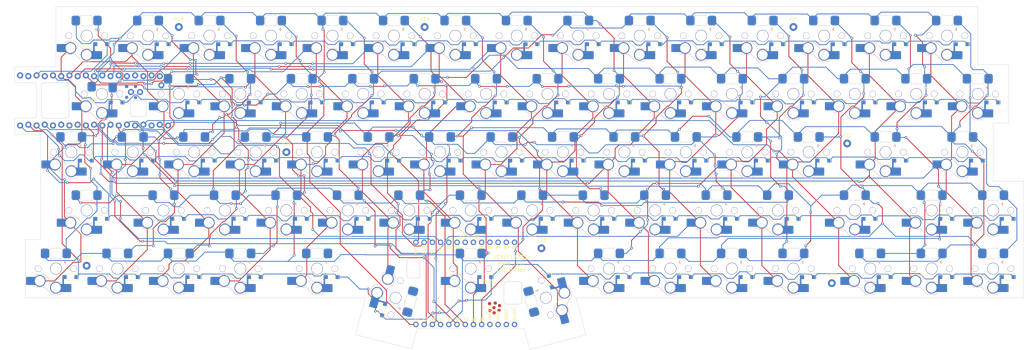
<source format=kicad_pcb>
(kicad_pcb (version 20211014) (generator pcbnew)
  (layers (0 "F.Cu" signal) (31 "B.Cu" signal) (34 "B.Paste" user) (35 "F.Paste" user) (36 "B.SilkS" user "B.Silkscreen") (37 "F.SilkS" user "F.Silkscreen") (38 "B.Mask" user) (39 "F.Mask" user) (44 "Edge.Cuts" user))
  (net 0 "")
  (net 1 "/C1")
  (net 2 "/R1")
  (net 3 "CA2")
  (net 4 "CA1")
  (net 5 "/R2")
  (net 6 "/R3")
  (net 7 "CA3")
  (net 8 "/R4")
  (net 9 "CA4")
  (net 10 "/R5")
  (net 11 "CA5")
  (net 12 "/C2")
  (net 13 "/C3")
  (net 14 "/C4")
  (net 15 "/C5")
  (net 16 "CA6")
  (net 19 "/C6")
  (net 20 "CA7")
  (net 21 "/C7")
  (net 22 "CA8")
  (net 23 "/C8")
  (net 24 "CA9")
  (net 25 "/C9")
  (net 26 "/C10")
  (net 27 "/C11")
  (net 28 "/C12")
  (net 29 "/C13")
  (net 30 "/C14")
  (net 31 "/C15")
  (net 36 "Net-(U1-Pad14)")
  (net 37 "GND")
  (net 38 "Net-(U1-Pad16)")
  (net 39 "Net-(U1-Pad17)")
  (net 69 "+5V")
  (footprint "kailh-choc:SW_Hotswap_Kailh_Choc" (layer "F.Cu") (at 95 18)
    (fp_text reference "S26")
    (fp_text value "choc-switch-led")
    (fp_line (start 1.5 -6.3) (end -1.5 -6.3) (layer "Edge.Cuts") (width 0.12))
    (fp_line (start -1.8 -6) (end -1.8 -3.4) (layer "Edge.Cuts") (width 0.12))
    (fp_line (start -1.5 -3.1) (end 1.5 -3.1) (layer "Edge.Cuts") (width 0.12))
    (fp_line (start 1.8 -3.4) (end 1.8 -6) (layer "Edge.Cuts") (width 0.12))
    (fp_arc (start -1.5 -3.1) (mid -1.712132 -3.187868) (end -1.8 -3.4) (layer "Edge.Cuts") (width 0.12))
    (fp_arc (start 1.8 -3.4) (mid 1.712132 -3.187868) (end 1.5 -3.1) (layer "Edge.Cuts") (width 0.12))
    (fp_arc (start -1.8 -6) (mid -1.712132 -6.212132) (end -1.5 -6.3) (layer "Edge.Cuts") (width 0.12))
    (fp_arc (start 1.5 -6.3) (mid 1.712132 -6.212132) (end 1.8 -6) (layer "Edge.Cuts") (width 0.12))
  )
  (footprint "kailh-choc:SW_Hotswap_Kailh_Choc" (layer "F.Cu") (at 0 18)
    (fp_text reference "S1")
    (fp_text value "choc-switch-led")
    (fp_line (start -1.5 -3.1) (end 1.5 -3.1) (layer "Edge.Cuts") (width 0.12))
    (fp_line (start -1.8 -6) (end -1.8 -3.4) (layer "Edge.Cuts") (width 0.12))
    (fp_line (start 1.8 -3.4) (end 1.8 -6) (layer "Edge.Cuts") (width 0.12))
    (fp_line (start 1.5 -6.3) (end -1.5 -6.3) (layer "Edge.Cuts") (width 0.12))
    (fp_arc (start 1.8 -3.4) (mid 1.712132 -3.187868) (end 1.5 -3.1) (layer "Edge.Cuts") (width 0.12))
    (fp_arc (start 1.5 -6.3) (mid 1.712132 -6.212132) (end 1.8 -6) (layer "Edge.Cuts") (width 0.12))
    (fp_arc (start -1.5 -3.1) (mid -1.712132 -3.187868) (end -1.8 -3.4) (layer "Edge.Cuts") (width 0.12))
    (fp_arc (start -1.8 -6) (mid -1.712132 -6.212132) (end -1.5 -6.3) (layer "Edge.Cuts") (width 0.12))
  )
  (footprint "kailh-choc:SW_Hotswap_Kailh_Choc" (layer "F.Cu") (at 66.5 36)
    (fp_text reference "S17")
    (fp_text value "choc-switch-led")
    (fp_line (start 1.5 -6.3) (end -1.5 -6.3) (layer "Edge.Cuts") (width 0.12))
    (fp_line (start 1.8 -3.4) (end 1.8 -6) (layer "Edge.Cuts") (width 0.12))
    (fp_line (start -1.5 -3.1) (end 1.5 -3.1) (layer "Edge.Cuts") (width 0.12))
    (fp_line (start -1.8 -6) (end -1.8 -3.4) (layer "Edge.Cuts") (width 0.12))
    (fp_arc (start 1.5 -6.3) (mid 1.712132 -6.212132) (end 1.8 -6) (layer "Edge.Cuts") (width 0.12))
    (fp_arc (start -1.8 -6) (mid -1.712132 -6.212132) (end -1.5 -6.3) (layer "Edge.Cuts") (width 0.12))
    (fp_arc (start 1.8 -3.4) (mid 1.712132 -3.187868) (end 1.5 -3.1) (layer "Edge.Cuts") (width 0.12))
    (fp_arc (start -1.5 -3.1) (mid -1.712132 -3.187868) (end -1.8 -3.4) (layer "Edge.Cuts") (width 0.12))
  )
  (footprint "kailh-choc:SW_Hotswap_Kailh_Choc" (layer "F.Cu") (at 80.75 72)
    (fp_text reference "S24")
    (fp_text value "choc-switch-led")
    (fp_line (start -1.5 -3.1) (end 1.5 -3.1) (layer "Edge.Cuts") (width 0.12))
    (fp_line (start -1.8 -6) (end -1.8 -3.4) (layer "Edge.Cuts") (width 0.12))
    (fp_line (start 1.5 -6.3) (end -1.5 -6.3) (layer "Edge.Cuts") (width 0.12))
    (fp_line (start 1.8 -3.4) (end 1.8 -6) (layer "Edge.Cuts") (width 0.12))
    (fp_arc (start 1.5 -6.3) (mid 1.712132 -6.212132) (end 1.8 -6) (layer "Edge.Cuts") (width 0.12))
    (fp_arc (start -1.8 -6) (mid -1.712132 -6.212132) (end -1.5 -6.3) (layer "Edge.Cuts") (width 0.12))
    (fp_arc (start -1.5 -3.1) (mid -1.712132 -3.187868) (end -1.8 -3.4) (layer "Edge.Cuts") (width 0.12))
    (fp_arc (start 1.8 -3.4) (mid 1.712132 -3.187868) (end 1.5 -3.1) (layer "Edge.Cuts") (width 0.12))
  )
  (footprint "kailh-choc:TestPoint_Plated_Hole_D1.2mm" (layer "F.Cu") (at 61.75 54)
    (fp_text reference "H25")
    (fp_text value "MountingHole")
  )
  (footprint "kailh-choc:SW_Hotswap_Kailh_Choc" (layer "F.Cu") (at 95.5 99 -105)
    (fp_text reference "S30")
    (fp_text value "choc-switch-led")
    (fp_line (start 1.5 -6.3) (end -1.5 -6.3) (layer "Edge.Cuts") (width 0.12))
    (fp_line (start -1.5 -3.1) (end 1.5 -3.1) (layer "Edge.Cuts") (width 0.12))
    (fp_line (start 1.8 -3.4) (end 1.8 -6) (layer "Edge.Cuts") (width 0.12))
    (fp_line (start -1.8 -6) (end -1.8 -3.4) (layer "Edge.Cuts") (width 0.12))
    (fp_arc (start 1.5 -6.3) (mid 1.712132 -6.212132) (end 1.8 -6) (layer "Edge.Cuts") (width 0.12))
    (fp_arc (start 1.8 -3.4) (mid 1.712132 -3.187868) (end 1.5 -3.1) (layer "Edge.Cuts") (width 0.12))
    (fp_arc (start -1.5 -3.1) (mid -1.712132 -3.187868) (end -1.8 -3.4) (layer "Edge.Cuts") (width 0.12))
    (fp_arc (start -1.8 -6) (mid -1.712132 -6.212132) (end -1.5 -6.3) (layer "Edge.Cuts") (width 0.12))
  )
  (footprint "kailh-choc:SW_Hotswap_Kailh_Choc" (layer "F.Cu") (at 118.75 90)
    (fp_text reference "S35")
    (fp_text value "choc-switch-led")
    (fp_line (start -1.8 -6) (end -1.8 -3.4) (layer "Edge.Cuts") (width 0.12))
    (fp_line (start 1.5 -6.3) (end -1.5 -6.3) (layer "Edge.Cuts") (width 0.12))
    (fp_line (start 1.8 -3.4) (end 1.8 -6) (layer "Edge.Cuts") (width 0.12))
    (fp_line (start -1.5 -3.1) (end 1.5 -3.1) (layer "Edge.Cuts") (width 0.12))
    (fp_arc (start 1.5 -6.3) (mid 1.712132 -6.212132) (end 1.8 -6) (layer "Edge.Cuts") (width 0.12))
    (fp_arc (start -1.5 -3.1) (mid -1.712132 -3.187868) (end -1.8 -3.4) (layer "Edge.Cuts") (width 0.12))
    (fp_arc (start -1.8 -6) (mid -1.712132 -6.212132) (end -1.5 -6.3) (layer "Edge.Cuts") (width 0.12))
    (fp_arc (start 1.8 -3.4) (mid 1.712132 -3.187868) (end 1.5 -3.1) (layer "Edge.Cuts") (width 0.12))
  )
  (footprint "kailh-choc:SW_Hotswap_Kailh_Choc" (layer "F.Cu") (at 71.25 90)
    (fp_text reference "S25")
    (fp_text value "choc-switch-led")
    (fp_line (start -1.5 -3.1) (end 1.5 -3.1) (layer "Edge.Cuts") (width 0.12))
    (fp_line (start 1.5 -6.3) (end -1.5 -6.3) (layer "Edge.Cuts") (width 0.12))
    (fp_line (start 1.8 -3.4) (end 1.8 -6) (layer "Edge.Cuts") (width 0.12))
    (fp_line (start -1.8 -6) (end -1.8 -3.4) (layer "Edge.Cuts") (width 0.12))
    (fp_arc (start 1.5 -6.3) (mid 1.712132 -6.212132) (end 1.8 -6) (layer "Edge.Cuts") (width 0.12))
    (fp_arc (start -1.8 -6) (mid -1.712132 -6.212132) (end -1.5 -6.3) (layer "Edge.Cuts") (width 0.12))
    (fp_arc (start 1.8 -3.4) (mid 1.712132 -3.187868) (end 1.5 -3.1) (layer "Edge.Cuts") (width 0.12))
    (fp_arc (start -1.5 -3.1) (mid -1.712132 -3.187868) (end -1.8 -3.4) (layer "Edge.Cuts") (width 0.12))
  )
  (footprint "kailh-choc:SW_Hotswap_Kailh_Choc" (layer "F.Cu") (at 142.5 36)
    (fp_text reference "S37")
    (fp_text value "choc-switch-led")
    (fp_line (start -1.8 -6) (end -1.8 -3.4) (layer "Edge.Cuts") (width 0.12))
    (fp_line (start 1.8 -3.4) (end 1.8 -6) (layer "Edge.Cuts") (width 0.12))
    (fp_line (start -1.5 -3.1) (end 1.5 -3.1) (layer "Edge.Cuts") (width 0.12))
    (fp_line (start 1.5 -6.3) (end -1.5 -6.3) (layer "Edge.Cuts") (width 0.12))
    (fp_arc (start -1.8 -6) (mid -1.712132 -6.212132) (end -1.5 -6.3) (layer "Edge.Cuts") (width 0.12))
    (fp_arc (start 1.5 -6.3) (mid 1.712132 -6.212132) (end 1.8 -6) (layer "Edge.Cuts") (width 0.12))
    (fp_arc (start -1.5 -3.1) (mid -1.712132 -3.187868) (end -1.8 -3.4) (layer "Edge.Cuts") (width 0.12))
    (fp_arc (start 1.8 -3.4) (mid 1.712132 -3.187868) (end 1.5 -3.1) (layer "Edge.Cuts") (width 0.12))
  )
  (footprint "kailh-choc:TestPoint_Plated_Hole_D1.2mm" (layer "F.Cu") (at 0 89.1)
    (fp_text reference "H24")
    (fp_text value "MountingHole")
  )
  (footprint "kailh-choc:SW_Hotswap_Kailh_Choc" (layer "F.Cu") (at 266 18)
    (fp_text reference "S71")
    (fp_text value "choc-switch-led")
    (fp_line (start -1.5 -3.1) (end 1.5 -3.1) (layer "Edge.Cuts") (width 0.12))
    (fp_line (start -1.8 -6) (end -1.8 -3.4) (layer "Edge.Cuts") (width 0.12))
    (fp_line (start 1.8 -3.4) (end 1.8 -6) (layer "Edge.Cuts") (width 0.12))
    (fp_line (start 1.5 -6.3) (end -1.5 -6.3) (layer "Edge.Cuts") (width 0.12))
    (fp_arc (start -1.5 -3.1) (mid -1.712132 -3.187868) (end -1.8 -3.4) (layer "Edge.Cuts") (width 0.12))
    (fp_arc (start -1.8 -6) (mid -1.712132 -6.212132) (end -1.5 -6.3) (layer "Edge.Cuts") (width 0.12))
    (fp_arc (start 1.5 -6.3) (mid 1.712132 -6.212132) (end 1.8 -6) (layer "Edge.Cuts") (width 0.12))
    (fp_arc (start 1.8 -3.4) (mid 1.712132 -3.187868) (end 1.5 -3.1) (layer "Edge.Cuts") (width 0.12))
  )
  (footprint "kailh-choc:SW_Hotswap_Kailh_Choc" (layer "F.Cu") (at 118.75 72)
    (fp_text reference "S34")
    (fp_text value "choc-switch-led")
    (fp_line (start 1.5 -6.3) (end -1.5 -6.3) (layer "Edge.Cuts") (width 0.12))
    (fp_line (start -1.5 -3.1) (end 1.5 -3.1) (layer "Edge.Cuts") (width 0.12))
    (fp_line (start 1.8 -3.4) (end 1.8 -6) (layer "Edge.Cuts") (width 0.12))
    (fp_line (start -1.8 -6) (end -1.8 -3.4) (layer "Edge.Cuts") (width 0.12))
    (fp_arc (start 1.8 -3.4) (mid 1.712132 -3.187868) (end 1.5 -3.1) (layer "Edge.Cuts") (width 0.12))
    (fp_arc (start 1.5 -6.3) (mid 1.712132 -6.212132) (end 1.8 -6) (layer "Edge.Cuts") (width 0.12))
    (fp_arc (start -1.5 -3.1) (mid -1.712132 -3.187868) (end -1.8 -3.4) (layer "Edge.Cuts") (width 0.12))
    (fp_arc (start -1.8 -6) (mid -1.712132 -6.212132) (end -1.5 -6.3) (layer "Edge.Cuts") (width 0.12))
  )
  (footprint "blackpill:MountingHole_2.2mm_M2_jlcpcb" (layer "F.Cu") (at 147.25 83.7)
    (fp_text reference "H9")
    (fp_text value "MountingHole")
  )
  (footprint "kailh-choc:SW_Hotswap_Kailh_Choc" (layer "F.Cu") (at 23.75 72)
    (fp_text reference "S9")
    (fp_text value "choc-switch-led")
    (fp_line (start -1.8 -6) (end -1.8 -3.4) (layer "Edge.Cuts") (width 0.12))
    (fp_line (start -1.5 -3.1) (end 1.5 -3.1) (layer "Edge.Cuts") (width 0.12))
    (fp_line (start 1.8 -3.4) (end 1.8 -6) (layer "Edge.Cuts") (width 0.12))
    (fp_line (start 1.5 -6.3) (end -1.5 -6.3) (layer "Edge.Cuts") (width 0.12))
    (fp_arc (start 1.5 -6.3) (mid 1.712132 -6.212132) (end 1.8 -6) (layer "Edge.Cuts") (width 0.12))
    (fp_arc (start -1.8 -6) (mid -1.712132 -6.212132) (end -1.5 -6.3) (layer "Edge.Cuts") (width 0.12))
    (fp_arc (start -1.5 -3.1) (mid -1.712132 -3.187868) (end -1.8 -3.4) (layer "Edge.Cuts") (width 0.12))
    (fp_arc (start 1.8 -3.4) (mid 1.712132 -3.187868) (end 1.5 -3.1) (layer "Edge.Cuts") (width 0.12))
  )
  (footprint "kailh-choc:SW_Hotswap_Kailh_Choc" (layer "F.Cu") (at 228 18)
    (fp_text reference "S61")
    (fp_text value "choc-switch-led")
    (fp_line (start -1.5 -3.1) (end 1.5 -3.1) (layer "Edge.Cuts") (width 0.12))
    (fp_line (start -1.8 -6) (end -1.8 -3.4) (layer "Edge.Cuts") (width 0.12))
    (fp_line (start 1.5 -6.3) (end -1.5 -6.3) (layer "Edge.Cuts") (width 0.12))
    (fp_line (start 1.8 -3.4) (end 1.8 -6) (layer "Edge.Cuts") (width 0.12))
    (fp_arc (start -1.8 -6) (mid -1.712132 -6.212132) (end -1.5 -6.3) (layer "Edge.Cuts") (width 0.12))
    (fp_arc (start -1.5 -3.1) (mid -1.712132 -3.187868) (end -1.8 -3.4) (layer "Edge.Cuts") (width 0.12))
    (fp_arc (start 1.5 -6.3) (mid 1.712132 -6.212132) (end 1.8 -6) (layer "Edge.Cuts") (width 0.12))
    (fp_arc (start 1.8 -3.4) (mid 1.712132 -3.187868) (end 1.5 -3.1) (layer "Edge.Cuts") (width 0.12))
  )
  (footprint "kailh-choc:SW_Hotswap_Kailh_Choc" (layer "F.Cu") (at 218.5 36)
    (fp_text reference "S57")
    (fp_text value "choc-switch-led")
    (fp_line (start -1.8 -6) (end -1.8 -3.4) (layer "Edge.Cuts") (width 0.12))
    (fp_line (start 1.8 -3.4) (end 1.8 -6) (layer "Edge.Cuts") (width 0.12))
    (fp_line (start -1.5 -3.1) (end 1.5 -3.1) (layer "Edge.Cuts") (width 0.12))
    (fp_line (start 1.5 -6.3) (end -1.5 -6.3) (layer "Edge.Cuts") (width 0.12))
    (fp_arc (start 1.5 -6.3) (mid 1.712132 -6.212132) (end 1.8 -6) (layer "Edge.Cuts") (width 0.12))
    (fp_arc (start 1.8 -3.4) (mid 1.712132 -3.187868) (end 1.5 -3.1) (layer "Edge.Cuts") (width 0.12))
    (fp_arc (start -1.8 -6) (mid -1.712132 -6.212132) (end -1.5 -6.3) (layer "Edge.Cuts") (width 0.12))
    (fp_arc (start -1.5 -3.1) (mid -1.712132 -3.187868) (end -1.8 -3.4) (layer "Edge.Cuts") (width 0.12))
  )
  (footprint "kailh-choc:SW_Hotswap_Kailh_Choc" (layer "F.Cu") (at 180.5 36)
    (fp_text reference "S47")
    (fp_text value "choc-switch-led")
    (fp_line (start -1.5 -3.1) (end 1.5 -3.1) (layer "Edge.Cuts") (width 0.12))
    (fp_line (start 1.5 -6.3) (end -1.5 -6.3) (layer "Edge.Cuts") (width 0.12))
    (fp_line (start 1.8 -3.4) (end 1.8 -6) (layer "Edge.Cuts") (width 0.12))
    (fp_line (start -1.8 -6) (end -1.8 -3.4) (layer "Edge.Cuts") (width 0.12))
    (fp_arc (start -1.5 -3.1) (mid -1.712132 -3.187868) (end -1.8 -3.4) (layer "Edge.Cuts") (width 0.12))
    (fp_arc (start -1.8 -6) (mid -1.712132 -6.212132) (end -1.5 -6.3) (layer "Edge.Cuts") (width 0.12))
    (fp_arc (start 1.8 -3.4) (mid 1.712132 -3.187868) (end 1.5 -3.1) (layer "Edge.Cuts") (width 0.12))
    (fp_arc (start 1.5 -6.3) (mid 1.712132 -6.212132) (end 1.8 -6) (layer "Edge.Cuts") (width 0.12))
  )
  (footprint "kailh-choc:SW_Hotswap_Kailh_Choc" (layer "F.Cu") (at 199.5 36)
    (fp_text reference "S52")
    (fp_text value "choc-switch-led")
    (fp_line (start -1.8 -6) (end -1.8 -3.4) (layer "Edge.Cuts") (width 0.12))
    (fp_line (start 1.5 -6.3) (end -1.5 -6.3) (layer "Edge.Cuts") (width 0.12))
    (fp_line (start 1.8 -3.4) (end 1.8 -6) (layer "Edge.Cuts") (width 0.12))
    (fp_line (start -1.5 -3.1) (end 1.5 -3.1) (layer "Edge.Cuts") (width 0.12))
    (fp_arc (start -1.8 -6) (mid -1.712132 -6.212132) (end -1.5 -6.3) (layer "Edge.Cuts") (width 0.12))
    (fp_arc (start -1.5 -3.1) (mid -1.712132 -3.187868) (end -1.8 -3.4) (layer "Edge.Cuts") (width 0.12))
    (fp_arc (start 1.8 -3.4) (mid 1.712132 -3.187868) (end 1.5 -3.1) (layer "Edge.Cuts") (width 0.12))
    (fp_arc (start 1.5 -6.3) (mid 1.712132 -6.212132) (end 1.8 -6) (layer "Edge.Cuts") (width 0.12))
  )
  (footprint "kailh-choc:SW_Hotswap_Kailh_Choc" (layer "F.Cu") (at 242.25 90)
    (fp_text reference "S65")
    (fp_text value "choc-switch-led")
    (fp_line (start 1.8 -3.4) (end 1.8 -6) (layer "Edge.Cuts") (width 0.12))
    (fp_line (start 1.5 -6.3) (end -1.5 -6.3) (layer "Edge.Cuts") (width 0.12))
    (fp_line (start -1.8 -6) (end -1.8 -3.4) (layer "Edge.Cuts") (width 0.12))
    (fp_line (start -1.5 -3.1) (end 1.5 -3.1) (layer "Edge.Cuts") (width 0.12))
    (fp_arc (start 1.8 -3.4) (mid 1.712132 -3.187868) (end 1.5 -3.1) (layer "Edge.Cuts") (width 0.12))
    (fp_arc (start 1.5 -6.3) (mid 1.712132 -6.212132) (end 1.8 -6) (layer "Edge.Cuts") (width 0.12))
    (fp_arc (start -1.8 -6) (mid -1.712132 -6.212132) (end -1.5 -6.3) (layer "Edge.Cuts") (width 0.12))
    (fp_arc (start -1.5 -3.1) (mid -1.712132 -3.187868) (end -1.8 -3.4) (layer "Edge.Cuts") (width 0.12))
  )
  (footprint "kailh-choc:TestPoint_Plated_Hole_D1.2mm" (layer "F.Cu") (at 140.6 83.7)
    (fp_text reference "H23")
    (fp_text value "MountingHole")
  )
  (footprint "kailh-choc:SW_Hotswap_Kailh_Choc" (layer "F.Cu") (at 90.25 54)
    (fp_text reference "S28")
    (fp_text value "choc-switch-led")
    (fp_line (start 1.8 -3.4) (end 1.8 -6) (layer "Edge.Cuts") (width 0.12))
    (fp_line (start -1.5 -3.1) (end 1.5 -3.1) (layer "Edge.Cuts") (width 0.12))
    (fp_line (start -1.8 -6) (end -1.8 -3.4) (layer "Edge.Cuts") (width 0.12))
    (fp_line (start 1.5 -6.3) (end -1.5 -6.3) (layer "Edge.Cuts") (width 0.12))
    (fp_arc (start 1.8 -3.4) (mid 1.712132 -3.187868) (end 1.5 -3.1) (layer "Edge.Cuts") (width 0.12))
    (fp_arc (start -1.8 -6) (mid -1.712132 -6.212132) (end -1.5 -6.3) (layer "Edge.Cuts") (width 0.12))
    (fp_arc (start 1.5 -6.3) (mid 1.712132 -6.212132) (end 1.8 -6) (layer "Edge.Cuts") (width 0.12))
    (fp_arc (start -1.5 -3.1) (mid -1.712132 -3.187868) (end -1.8 -3.4) (layer "Edge.Cuts") (width 0.12))
  )
  (footprint "kailh-choc:SW_Hotswap_Kailh_Choc" (layer "F.Cu") (at 0 72)
    (fp_text reference "S4")
    (fp_text value "choc-switch-led")
    (fp_line (start 1.5 -6.3) (end -1.5 -6.3) (layer "Edge.Cuts") (width 0.12))
    (fp_line (start 1.8 -3.4) (end 1.8 -6) (layer "Edge.Cuts") (width 0.12))
    (fp_line (start -1.5 -3.1) (end 1.5 -3.1) (layer "Edge.Cuts") (width 0.12))
    (fp_line (start -1.8 -6) (end -1.8 -3.4) (layer "Edge.Cuts") (width 0.12))
    (fp_arc (start -1.5 -3.1) (mid -1.712132 -3.187868) (end -1.8 -3.4) (layer "Edge.Cuts") (width 0.12))
    (fp_arc (start 1.8 -3.4) (mid 1.712132 -3.187868) (end 1.5 -3.1) (layer "Edge.Cuts") (width 0.12))
    (fp_arc (start -1.8 -6) (mid -1.712132 -6.212132) (end -1.5 -6.3) (layer "Edge.Cuts") (width 0.12))
    (fp_arc (start 1.5 -6.3) (mid 1.712132 -6.212132) (end 1.8 -6) (layer "Edge.Cuts") (width 0.12))
  )
  (footprint "kailh-choc:SW_Hotswap_Kailh_Choc" (layer "F.Cu") (at 28.5 36)
    (fp_text reference "S7")
    (fp_text value "choc-switch-led")
    (fp_line (start 1.8 -3.4) (end 1.8 -6) (layer "Edge.Cuts") (width 0.12))
    (fp_line (start -1.8 -6) (end -1.8 -3.4) (layer "Edge.Cuts") (width 0.12))
    (fp_line (start 1.5 -6.3) (end -1.5 -6.3) (layer "Edge.Cuts") (width 0.12))
    (fp_line (start -1.5 -3.1) (end 1.5 -3.1) (layer "Edge.Cuts") (width 0.12))
    (fp_arc (start 1.5 -6.3) (mid 1.712132 -6.212132) (end 1.8 -6) (layer "Edge.Cuts") (width 0.12))
    (fp_arc (start -1.8 -6) (mid -1.712132 -6.212132) (end -1.5 -6.3) (layer "Edge.Cuts") (width 0.12))
    (fp_arc (start -1.5 -3.1) (mid -1.712132 -3.187868) (end -1.8 -3.4) (layer "Edge.Cuts") (width 0.12))
    (fp_arc (start 1.8 -3.4) (mid 1.712132 -3.187868) (end 1.5 -3.1) (layer "Edge.Cuts") (width 0.12))
  )
  (footprint "kailh-choc:SW_Hotswap_Kailh_Choc" (layer "F.Cu") (at 9.5 90)
    (fp_text reference "S10")
    (fp_text value "choc-switch-led")
    (fp_line (start 1.8 -3.4) (end 1.8 -6) (layer "Edge.Cuts") (width 0.12))
    (fp_line (start -1.8 -6) (end -1.8 -3.4) (layer "Edge.Cuts") (width 0.12))
    (fp_line (start 1.5 -6.3) (end -1.5 -6.3) (layer "Edge.Cuts") (width 0.12))
    (fp_line (start -1.5 -3.1) (end 1.5 -3.1) (layer "Edge.Cuts") (width 0.12))
    (fp_arc (start 1.5 -6.3) (mid 1.712132 -6.212132) (end 1.8 -6) (layer "Edge.Cuts") (width 0.12))
    (fp_arc (start -1.5 -3.1) (mid -1.712132 -3.187868) (end -1.8 -3.4) (layer "Edge.Cuts") (width 0.12))
    (fp_arc (start -1.8 -6) (mid -1.712132 -6.212132) (end -1.5 -6.3) (layer "Edge.Cuts") (width 0.12))
    (fp_arc (start 1.8 -3.4) (mid 1.712132 -3.187868) (end 1.5 -3.1) (layer "Edge.Cuts") (width 0.12))
  )
  (footprint "kailh-choc:SW_Hotswap_Kailh_Choc" (layer "F.Cu") (at 14.25 54)
    (fp_text reference "S8")
    (fp_text value "choc-switch-led")
    (fp_line (start -1.5 -3.1) (end 1.5 -3.1) (layer "Edge.Cuts") (width 0.12))
    (fp_line (start -1.8 -6) (end -1.8 -3.4) (layer "Edge.Cuts") (width 0.12))
    (fp_line (start 1.8 -3.4) (end 1.8 -6) (layer "Edge.Cuts") (width 0.12))
    (fp_line (start 1.5 -6.3) (end -1.5 -6.3) (layer "Edge.Cuts") (width 0.12))
    (fp_arc (start 1.8 -3.4) (mid 1.712132 -3.187868) (end 1.5 -3.1) (layer "Edge.Cuts") (width 0.12))
    (fp_arc (start -1.5 -3.1) (mid -1.712132 -3.187868) (end -1.8 -3.4) (layer "Edge.Cuts") (width 0.12))
    (fp_arc (start 1.5 -6.3) (mid 1.712132 -6.212132) (end 1.8 -6) (layer "Edge.Cuts") (width 0.12))
    (fp_arc (start -1.8 -6) (mid -1.712132 -6.212132) (end -1.5 -6.3) (layer "Edge.Cuts") (width 0.12))
  )
  (footprint "kailh-choc:SW_Hotswap_Kailh_Choc" (layer "F.Cu") (at 256.5 36)
    (fp_text reference "S67")
    (fp_text value "choc-switch-led")
    (fp_line (start 1.5 -6.3) (end -1.5 -6.3) (layer "Edge.Cuts") (width 0.12))
    (fp_line (start -1.8 -6) (end -1.8 -3.4) (layer "Edge.Cuts") (width 0.12))
    (fp_line (start -1.5 -3.1) (end 1.5 -3.1) (layer "Edge.Cuts") (width 0.12))
    (fp_line (start 1.8 -3.4) (end 1.8 -6) (layer "Edge.Cuts") (width 0.12))
    (fp_arc (start 1.8 -3.4) (mid 1.712132 -3.187868) (end 1.5 -3.1) (layer "Edge.Cuts") (width 0.12))
    (fp_arc (start 1.5 -6.3) (mid 1.712132 -6.212132) (end 1.8 -6) (layer "Edge.Cuts") (width 0.12))
    (fp_arc (start -1.5 -3.1) (mid -1.712132 -3.187868) (end -1.8 -3.4) (layer "Edge.Cuts") (width 0.12))
    (fp_arc (start -1.8 -6) (mid -1.712132 -6.212132) (end -1.5 -6.3) (layer "Edge.Cuts") (width 0.12))
  )
  (footprint "kailh-choc:SW_Hotswap_Kailh_Choc" (layer "F.Cu") (at 47.5 90)
    (fp_text reference "S20")
    (fp_text value "choc-switch-led")
    (fp_line (start 1.5 -6.3) (end -1.5 -6.3) (layer "Edge.Cuts") (width 0.12))
    (fp_line (start -1.5 -3.1) (end 1.5 -3.1) (layer "Edge.Cuts") (width 0.12))
    (fp_line (start -1.8 -6) (end -1.8 -3.4) (layer "Edge.Cuts") (width 0.12))
    (fp_line (start 1.8 -3.4) (end 1.8 -6) (layer "Edge.Cuts") (width 0.12))
    (fp_arc (start 1.5 -6.3) (mid 1.712132 -6.212132) (end 1.8 -6) (layer "Edge.Cuts") (width 0.12))
    (fp_arc (start -1.5 -3.1) (mid -1.712132 -3.187868) (end -1.8 -3.4) (layer "Edge.Cuts") (width 0.12))
    (fp_arc (start -1.8 -6) (mid -1.712132 -6.212132) (end -1.5 -6.3) (layer "Edge.Cuts") (width 0.12))
    (fp_arc (start 1.8 -3.4) (mid 1.712132 -3.187868) (end 1.5 -3.1) (layer "Edge.Cuts") (width 0.12))
  )
  (footprint "blackpill:MountingHole_2.2mm_M2_jlcpcb" (layer "F.Cu") (at 225.625 65.7)
    (fp_text reference "H13")
    (fp_text value "MountingHole")
  )
  (footprint "kailh-choc:SW_Hotswap_Kailh_Choc" (layer "F.Cu") (at 52.25 54)
    (fp_text reference "S18")
    (fp_text value "choc-switch-led")
    (fp_line (start -1.5 -3.1) (end 1.5 -3.1) (layer "Edge.Cuts") (width 0.12))
    (fp_line (start 1.8 -3.4) (end 1.8 -6) (layer "Edge.Cuts") (width 0.12))
    (fp_line (start 1.5 -6.3) (end -1.5 -6.3) (layer "Edge.Cuts") (width 0.12))
    (fp_line (start -1.8 -6) (end -1.8 -3.4) (layer "Edge.Cuts") (width 0.12))
    (fp_arc (start 1.5 -6.3) (mid 1.712132 -6.212132) (end 1.8 -6) (layer "Edge.Cuts") (width 0.12))
    (fp_arc (start -1.5 -3.1) (mid -1.712132 -3.187868) (end -1.8 -3.4) (layer "Edge.Cuts") (width 0.12))
    (fp_arc (start -1.8 -6) (mid -1.712132 -6.212132) (end -1.5 -6.3) (layer "Edge.Cuts") (width 0.12))
    (fp_arc (start 1.8 -3.4) (mid 1.712132 -3.187868) (end 1.5 -3.1) (layer "Edge.Cuts") (width 0.12))
  )
  (footprint "kailh-choc:SW_Hotswap_Kailh_Choc" (layer "F.Cu") (at 47.5 36)
    (fp_text reference "S12")
    (fp_text value "choc-switch-led")
    (fp_line (start 1.8 -3.4) (end 1.8 -6) (layer "Edge.Cuts") (width 0.12))
    (fp_line (start -1.8 -6) (end -1.8 -3.4) (layer "Edge.Cuts") (width 0.12))
    (fp_line (start 1.5 -6.3) (end -1.5 -6.3) (layer "Edge.Cuts") (width 0.12))
    (fp_line (start -1.5 -3.1) (end 1.5 -3.1) (layer "Edge.Cuts") (width 0.12))
    (fp_arc (start -1.8 -6) (mid -1.712132 -6.212132) (end -1.5 -6.3) (layer "Edge.Cuts") (width 0.12))
    (fp_arc (start 1.5 -6.3) (mid 1.712132 -6.212132) (end 1.8 -6) (layer "Edge.Cuts") (width 0.12))
    (fp_arc (start -1.5 -3.1) (mid -1.712132 -3.187868) (end -1.8 -3.4) (layer "Edge.Cuts") (width 0.12))
    (fp_arc (start 1.8 -3.4) (mid 1.712132 -3.187868) (end 1.5 -3.1) (layer "Edge.Cuts") (width 0.12))
  )
  (footprint "kailh-choc:SW_Hotswap_Kailh_Choc" (layer "F.Cu") (at 247 54)
    (fp_text reference "S68")
    (fp_text value "choc-switch-led")
    (fp_line (start 1.5 -6.3) (end -1.5 -6.3) (layer "Edge.Cuts") (width 0.12))
    (fp_line (start -1.5 -3.1) (end 1.5 -3.1) (layer "Edge.Cuts") (width 0.12))
    (fp_line (start -1.8 -6) (end -1.8 -3.4) (layer "Edge.Cuts") (width 0.12))
    (fp_line (start 1.8 -3.4) (end 1.8 -6) (layer "Edge.Cuts") (width 0.12))
    (fp_arc (start 1.8 -3.4) (mid 1.712132 -3.187868) (end 1.5 -3.1) (layer "Edge.Cuts") (width 0.12))
    (fp_arc (start -1.8 -6) (mid -1.712132 -6.212132) (end -1.5 -6.3) (layer "Edge.Cuts") (width 0.12))
    (fp_arc (start 1.5 -6.3) (mid 1.712132 -6.212132) (end 1.8 -6) (layer "Edge.Cuts") (width 0.12))
    (fp_arc (start -1.5 -3.1) (mid -1.712132 -3.187868) (end -1.8 -3.4) (layer "Edge.Cuts") (width 0.12))
  )
  (footprint "kailh-choc:SW_Hotswap_Kailh_Choc" (layer "F.Cu") (at 114 18)
    (fp_text reference "S31")
    (fp_text value "choc-switch-led")
    (fp_line (start -1.5 -3.1) (end 1.5 -3.1) (layer "Edge.Cuts") (width 0.12))
    (fp_line (start 1.5 -6.3) (end -1.5 -6.3) (layer "Edge.Cuts") (width 0.12))
    (fp_line (start -1.8 -6) (end -1.8 -3.4) (layer "Edge.Cuts") (width 0.12))
    (fp_line (start 1.8 -3.4) (end 1.8 -6) (layer "Edge.Cuts") (width 0.12))
    (fp_arc (start -1.8 -6) (mid -1.712132 -6.212132) (end -1.5 -6.3) (layer "Edge.Cuts") (width 0.12))
    (fp_arc (start -1.5 -3.1) (mid -1.712132 -3.187868) (end -1.8 -3.4) (layer "Edge.Cuts") (width 0.12))
    (fp_arc (start 1.8 -3.4) (mid 1.712132 -3.187868) (end 1.5 -3.1) (layer "Edge.Cuts") (width 0.12))
    (fp_arc (start 1.5 -6.3) (mid 1.712132 -6.212132) (end 1.8 -6) (layer "Edge.Cuts") (width 0.12))
  )
  (footprint "blackpill:MountingHole_2.2mm_M2_jlcpcb" (layer "F.Cu") (at 237.5 15.299999)
    (fp_text reference "H5")
    (fp_text value "MountingHole")
  )
  (footprint "kailh-choc:SW_Hotswap_Kailh_Choc" (layer "F.Cu") (at -4.75 54)
    (fp_text reference "S3")
    (fp_text value "choc-switch-led")
    (fp_line (start -1.5 -3.1) (end 1.5 -3.1) (layer "Edge.Cuts") (width 0.12))
    (fp_line (start 1.5 -6.3) (end -1.5 -6.3) (layer "Edge.Cuts") (width 0.12))
    (fp_line (start -1.8 -6) (end -1.8 -3.4) (layer "Edge.Cuts") (width 0.12))
    (fp_line (start 1.8 -3.4) (end 1.8 -6) (layer "Edge.Cuts") (width 0.12))
    (fp_arc (start -1.8 -6) (mid -1.712132 -6.212132) (end -1.5 -6.3) (layer "Edge.Cuts") (width 0.12))
    (fp_arc (start 1.5 -6.3) (mid 1.712132 -6.212132) (end 1.8 -6) (layer "Edge.Cuts") (width 0.12))
    (fp_arc (start 1.8 -3.4) (mid 1.712132 -3.187868) (end 1.5 -3.1) (layer "Edge.Cuts") (width 0.12))
    (fp_arc (start -1.5 -3.1) (mid -1.712132 -3.187868) (end -1.8 -3.4) (layer "Edge.Cuts") (width 0.12))
  )
  (footprint "blackpill:MountingHole_2.2mm_M2_jlcpcb" (layer "F.Cu") (at 42.75 51.3)
    (fp_text reference "H17")
    (fp_text value "MountingHole")
  )
  (footprint "kailh-choc:TestPoint_Plated_Hole_D1.2mm" (layer "F.Cu") (at 104.5 15.299999)
    (fp_text reference "H19")
    (fp_text value "MountingHole")
  )
  (footprint "kailh-choc:SW_Hotswap_Kailh_Choc" (layer "F.Cu") (at 161.5 90)
    (fp_text reference "S45")
    (fp_text value "choc-switch-led")
    (fp_line (start -1.8 -6) (end -1.8 -3.4) (layer "Edge.Cuts") (width 0.12))
    (fp_line (start -1.5 -3.1) (end 1.5 -3.1) (layer "Edge.Cuts") (width 0.12))
    (fp_line (start 1.8 -3.4) (end 1.8 -6) (layer "Edge.Cuts") (width 0.12))
    (fp_line (start 1.5 -6.3) (end -1.5 -6.3) (layer "Edge.Cuts") (width 0.12))
    (fp_arc (start -1.5 -3.1) (mid -1.712132 -3.187868) (end -1.8 -3.4) (layer "Edge.Cuts") (width 0.12))
    (fp_arc (start 1.8 -3.4) (mid 1.712132 -3.187868) (end 1.5 -3.1) (layer "Edge.Cuts") (width 0.12))
    (fp_arc (start -1.8 -6) (mid -1.712132 -6.212132) (end -1.5 -6.3) (layer "Edge.Cuts") (width 0.12))
    (fp_arc (start 1.5 -6.3) (mid 1.712132 -6.212132) (end 1.8 -6) (layer "Edge.Cuts") (width 0.12))
  )
  (footprint "blackpill:MountingHole_2.2mm_M2_jlcpcb" (layer "F.Cu") (at 82.75 90.899999)
    (fp_text reference "H8")
    (fp_text value "MountingHole")
  )
  (footprint "kailh-choc:SW_Hotswap_Kailh_Choc" (layer "F.Cu") (at 213.75 72)
    (fp_text reference "S59")
    (fp_text value "choc-switch-led")
    (fp_line (start 1.8 -3.4) (end 1.8 -6) (layer "Edge.Cuts") (width 0.12))
    (fp_line (start -1.5 -3.1) (end 1.5 -3.1) (layer "Edge.Cuts") (width 0.12))
    (fp_line (start -1.8 -6) (end -1.8 -3.4) (layer "Edge.Cuts") (width 0.12))
    (fp_line (start 1.5 -6.3) (end -1.5 -6.3) (layer "Edge.Cuts") (width 0.12))
    (fp_arc (start 1.8 -3.4) (mid 1.712132 -3.187868) (end 1.5 -3.1) (layer "Edge.Cuts") (width 0.12))
    (fp_arc (start 1.5 -6.3) (mid 1.712132 -6.212132) (end 1.8 -6) (layer "Edge.Cuts") (width 0.12))
    (fp_arc (start -1.8 -6) (mid -1.712132 -6.212132) (end -1.5 -6.3) (layer "Edge.Cuts") (width 0.12))
    (fp_arc (start -1.5 -3.1) (mid -1.712132 -3.187868) (end -1.8 -3.4) (layer "Edge.Cuts") (width 0.12))
  )
  (footprint "kailh-choc:SW_Hotswap_Kailh_Choc" (layer "F.Cu") (at 270.75 54)
    (fp_text reference "S73")
    (fp_text value "choc-switch-led")
    (fp_line (start 1.5 -6.3) (end -1.5 -6.3) (layer "Edge.Cuts") (width 0.12))
    (fp_line (start 1.8 -3.4) (end 1.8 -6) (layer "Edge.Cuts") (width 0.12))
    (fp_line (start -1.8 -6) (end -1.8 -3.4) (layer "Edge.Cuts") (width 0.12))
    (fp_line (start -1.5 -3.1) (end 1.5 -3.1) (layer "Edge.Cuts") (width 0.12))
    (fp_arc (start 1.5 -6.3) (mid 1.712132 -6.212132) (end 1.8 -6) (layer "Edge.Cuts") (width 0.12))
    (fp_arc (start -1.5 -3.1) (mid -1.712132 -3.187868) (end -1.8 -3.4) (layer "Edge.Cuts") (width 0.12))
    (fp_arc (start -1.8 -6) (mid -1.712132 -6.212132) (end -1.5 -6.3) (layer "Edge.Cuts") (width 0.12))
    (fp_arc (start 1.8 -3.4) (mid 1.712132 -3.187868) (end 1.5 -3.1) (layer "Edge.Cuts") (width 0.12))
  )
  (footprint "kailh-choc:SW_Hotswap_Kailh_Choc" (layer "F.Cu") (at 194.75 72)
    (fp_text reference "S54")
    (fp_text value "choc-switch-led")
    (fp_line (start -1.8 -6) (end -1.8 -3.4) (layer "Edge.Cuts") (width 0.12))
    (fp_line (start -1.5 -3.1) (end 1.5 -3.1) (layer "Edge.Cuts") (width 0.12))
    (fp_line (start 1.8 -3.4) (end 1.8 -6) (layer "Edge.Cuts") (width 0.12))
    (fp_line (start 1.5 -6.3) (end -1.5 -6.3) (layer "Edge.Cuts") (width 0.12))
    (fp_arc (start -1.8 -6) (mid -1.712132 -6.212132) (end -1.5 -6.3) (layer "Edge.Cuts") (width 0.12))
    (fp_arc (start -1.5 -3.1) (mid -1.712132 -3.187868) (end -1.8 -3.4) (layer "Edge.Cuts") (width 0.12))
    (fp_arc (start 1.5 -6.3) (mid 1.712132 -6.212132) (end 1.8 -6) (layer "Edge.Cuts") (width 0.12))
    (fp_arc (start 1.8 -3.4) (mid 1.712132 -3.187868) (end 1.5 -3.1) (layer "Edge.Cuts") (width 0.12))
  )
  (footprint "kailh-choc:TestPoint_Plated_Hole_D1.2mm" (layer "F.Cu") (at 218.5 15.299999)
    (fp_text reference "H20")
    (fp_text value "MountingHole")
  )
  (footprint "blackpill:MountingHole_2.2mm_M2_jlcpcb" (layer "F.Cu") (at 194.75 51.3)
    (fp_text reference "H14")
    (fp_text value "MountingHole")
  )
  (footprint "kailh-choc:SW_Hotswap_Kailh_Choc" (layer "F.Cu") (at 137.75 72)
    (fp_text reference "S39")
    (fp_text value "choc-switch-led")
    (fp_line (start -1.5 -3.1) (end 1.5 -3.1) (layer "Edge.Cuts") (width 0.12))
    (fp_line (start -1.8 -6) (end -1.8 -3.4) (layer "Edge.Cuts") (width 0.12))
    (fp_line (start 1.5 -6.3) (end -1.5 -6.3) (layer "Edge.Cuts") (width 0.12))
    (fp_line (start 1.8 -3.4) (end 1.8 -6) (layer "Edge.Cuts") (width 0.12))
    (fp_arc (start -1.8 -6) (mid -1.712132 -6.212132) (end -1.5 -6.3) (layer "Edge.Cuts") (width 0.12))
    (fp_arc (start 1.8 -3.4) (mid 1.712132 -3.187868) (end 1.5 -3.1) (layer "Edge.Cuts") (width 0.12))
    (fp_arc (start -1.5 -3.1) (mid -1.712132 -3.187868) (end -1.8 -3.4) (layer "Edge.Cuts") (width 0.12))
    (fp_arc (start 1.5 -6.3) (mid 1.712132 -6.212132) (end 1.8 -6) (layer "Edge.Cuts") (width 0.12))
  )
  (footprint "blackpill:MountingHole_2.2mm_M2_jlcpcb" (layer "F.Cu") (at 38 87.3)
    (fp_text reference "H7")
    (fp_text value "MountingHole")
  )
  (footprint "blackpill:BlackPill_STLINK" (layer "F.Cu") (at 2 38 90)
    (fp_text reference "U2")
    (fp_text value "BlackPill_STLINK")
    (fp_line (start 0 12.5) (end 0 15.5) (layer "Edge.Cuts") (width 0.12))
    (fp_line (start -5.5 -8.5) (end -5.5 -15) (layer "Edge.Cuts") (width 0.12))
    (fp_line (start -4 11.5) (end -1 11.5) (layer "Edge.Cuts") (width 0.12))
    (fp_line (start 5.5 -15) (end 5.5 -8.5) (layer "Edge.Cuts") (width 0.12))
    (fp_line (start 4.5 -7.5) (end -4.5 -7.5) (layer "Edge.Cuts") (width 0.12))
    (fp_line (start -4.5 -16) (end 4.5 -16) (layer "Edge.Cuts") (width 0.12))
    (fp_line (start -5 15.5) (end -5 12.5) (layer "Edge.Cuts") (width 0.12))
    (fp_line (start -1 16.5) (end -4 16.5) (layer "Edge.Cuts") (width 0.12))
    (fp_arc (start -4 16.5) (mid -4.707107 16.207107) (end -5 15.5) (layer "Edge.Cuts") (width 0.12))
    (fp_arc (start 5.5 -8.5) (mid 5.207107 -7.792893) (end 4.5 -7.5) (layer "Edge.Cuts") (width 0.12))
    (fp_arc (start 4.5 -16) (mid 5.207107 -15.707107) (end 5.5 -15) (layer "Edge.Cuts") (width 0.12))
    (fp_arc (start 0 15.5) (mid -0.292893 16.207107) (end -1 16.5) (layer "Edge.Cuts") (width 0.12))
    (fp_arc (start -1 11.5) (mid -0.292893 11.792893) (end 0 12.5) (layer "Edge.Cuts") (width 0.12))
    (fp_arc (start -5.5 -15) (mid -5.207107 -15.707107) (end -4.5 -16) (layer "Edge.Cuts") (width 0.12))
    (fp_arc (start -4.5 -7.5) (mid -5.207107 -7.792893) (end -5.5 -8.5) (layer "Edge.Cuts") (width 0.12))
    (fp_arc (start -5 12.5) (mid -4.707107 11.792893) (end -4 11.5) (layer "Edge.Cuts") (width 0.12))
  )
  (footprint "kailh-choc:SW_Hotswap_Kailh_Choc" (layer "F.Cu") (at 142 99 105)
    (fp_text reference "S40")
    (fp_text value "choc-switch-led")
    (fp_line (start -1.5 -3.1) (end 1.5 -3.1) (layer "Edge.Cuts") (width 0.12))
    (fp_line (start 1.8 -3.4) (end 1.8 -6) (layer "Edge.Cuts") (width 0.12))
    (fp_line (start -1.8 -6) (end -1.8 -3.4) (layer "Edge.Cuts") (width 0.12))
    (fp_line (start 1.5 -6.3) (end -1.5 -6.3) (layer "Edge.Cuts") (width 0.12))
    (fp_arc (start -1.5 -3.1) (mid -1.712132 -3.187868) (end -1.8 -3.4) (layer "Edge.Cuts") (width 0.12))
    (fp_arc (start 1.8 -3.4) (mid 1.712132 -3.187868) (end 1.5 -3.1) (layer "Edge.Cuts") (width 0.12))
    (fp_arc (start -1.8 -6) (mid -1.712132 -6.212132) (end -1.5 -6.3) (layer "Edge.Cuts") (width 0.12))
    (fp_arc (start 1.5 -6.3) (mid 1.712132 -6.212132) (end 1.8 -6) (layer "Edge.Cuts") (width 0.12))
  )
  (footprint "blackpill:MountingHole_2.2mm_M2_jlcpcb" (layer "F.Cu") (at 230.375 87.3)
    (fp_text reference "H10")
    (fp_text value "MountingHole")
  )
  (footprint "kailh-choc:SW_Hotswap_Kailh_Choc" (layer "F.Cu") (at 261.25 72)
    (fp_text reference "S69")
    (fp_text value "choc-switch-led")
    (fp_line (start -1.5 -3.1) (end 1.5 -3.1) (layer "Edge.Cuts") (width 0.12))
    (fp_line (start 1.8 -3.4) (end 1.8 -6) (layer "Edge.Cuts") (width 0.12))
    (fp_line (start 1.5 -6.3) (end -1.5 -6.3) (layer "Edge.Cuts") (width 0.12))
    (fp_line (start -1.8 -6) (end -1.8 -3.4) (layer "Edge.Cuts") (width 0.12))
    (fp_arc (start -1.8 -6) (mid -1.712132 -6.212132) (end -1.5 -6.3) (layer "Edge.Cuts") (width 0.12))
    (fp_arc (start -1.5 -3.1) (mid -1.712132 -3.187868) (end -1.8 -3.4) (layer "Edge.Cuts") (width 0.12))
    (fp_arc (start 1.8 -3.4) (mid 1.712132 -3.187868) (end 1.5 -3.1) (layer "Edge.Cuts") (width 0.12))
    (fp_arc (start 1.5 -6.3) (mid 1.712132 -6.212132) (end 1.8 -6) (layer "Edge.Cuts") (width 0.12))
  )
  (footprint "kailh-choc:SW_Hotswap_Kailh_Choc" (layer "F.Cu") (at 180.5 90)
    (fp_text reference "S50")
    (fp_text value "choc-switch-led")
    (fp_line (start 1.8 -3.4) (end 1.8 -6) (layer "Edge.Cuts") (width 0.12))
    (fp_line (start -1.5 -3.1) (end 1.5 -3.1) (layer "Edge.Cuts") (width 0.12))
    (fp_line (start -1.8 -6) (end -1.8 -3.4) (layer "Edge.Cuts") (width 0.12))
    (fp_line (start 1.5 -6.3) (end -1.5 -6.3) (layer "Edge.Cuts") (width 0.12))
    (fp_arc (start 1.8 -3.4) (mid 1.712132 -3.187868) (end 1.5 -3.1) (layer "Edge.Cuts") (width 0.12))
    (fp_arc (start -1.5 -3.1) (mid -1.712132 -3.187868) (end -1.8 -3.4) (layer "Edge.Cuts") (width 0.12))
    (fp_arc (start 1.5 -6.3) (mid 1.712132 -6.212132) (end 1.8 -6) (layer "Edge.Cuts") (width 0.12))
    (fp_arc (start -1.8 -6) (mid -1.712132 -6.212132) (end -1.5 -6.3) (layer "Edge.Cuts") (width 0.12))
  )
  (footprint "kailh-choc:SW_Hotswap_Kailh_Choc" (layer "F.Cu") (at 204.25 54)
    (fp_text reference "S58")
    (fp_text value "choc-switch-led")
    (fp_line (start 1.8 -3.4) (end 1.8 -6) (layer "Edge.Cuts") (width 0.12))
    (fp_line (start -1.8 -6) (end -1.8 -3.4) (layer "Edge.Cuts") (width 0.12))
    (fp_line (start 1.5 -6.3) (end -1.5 -6.3) (layer "Edge.Cuts") (width 0.12))
    (fp_line (start -1.5 -3.1) (end 1.5 -3.1) (layer "Edge.Cuts") (width 0.12))
    (fp_arc (start -1.8 -6) (mid -1.712132 -6.212132) (end -1.5 -6.3) (layer "Edge.Cuts") (width 0.12))
    (fp_arc (start 1.8 -3.4) (mid 1.712132 -3.187868) (end 1.5 -3.1) (layer "Edge.Cuts") (width 0.12))
    (fp_arc (start -1.5 -3.1) (mid -1.712132 -3.187868) (end -1.8 -3.4) (layer "Edge.Cuts") (width 0.12))
    (fp_arc (start 1.5 -6.3) (mid 1.712132 -6.212132) (end 1.8 -6) (layer "Edge.Cuts") (width 0.12))
  )
  (footprint "kailh-choc:SW_Hotswap_Kailh_Choc" (layer "F.Cu") (at 223.25 54)
    (fp_text reference "S63")
    (fp_text value "choc-switch-led")
    (fp_line (start -1.8 -6) (end -1.8 -3.4) (layer "Edge.Cuts") (width 0.12))
    (fp_line (start -1.5 -3.1) (end 1.5 -3.1) (layer "Edge.Cuts") (width 0.12))
    (fp_line (start 1.5 -6.3) (end -1.5 -6.3) (layer "Edge.Cuts") (width 0.12))
    (fp_line (start 1.8 -3.4) (end 1.8 -6) (layer "Edge.Cuts") (width 0.12))
    (fp_arc (start -1.8 -6) (mid -1.712132 -6.212132) (end -1.5 -6.3) (layer "Edge.Cuts") (width 0.12))
    (fp_arc (start -1.5 -3.1) (mid -1.712132 -3.187868) (end -1.8 -3.4) (layer "Edge.Cuts") (width 0.12))
    (fp_arc (start 1.8 -3.4) (mid 1.712132 -3.187868) (end 1.5 -3.1) (layer "Edge.Cuts") (width 0.12))
    (fp_arc (start 1.5 -6.3) (mid 1.712132 -6.212132) (end 1.8 -6) (layer "Edge.Cuts") (width 0.12))
  )
  (footprint "kailh-choc:SW_Hotswap_Kailh_Choc" (layer "F.Cu") (at 57 18)
    (fp_text reference "S16")
    (fp_text value "choc-switch-led")
    (fp_line (start -1.8 -6) (end -1.8 -3.4) (layer "Edge.Cuts") (width 0.12))
    (fp_line (start -1.5 -3.1) (end 1.5 -3.1) (layer "Edge.Cuts") (width 0.12))
    (fp_line (start 1.8 -3.4) (end 1.8 -6) (layer "Edge.Cuts") (width 0.12))
    (fp_line (start 1.5 -6.3) (end -1.5 -6.3) (layer "Edge.Cuts") (width 0.12))
    (fp_arc (start -1.5 -3.1) (mid -1.712132 -3.187868) (end -1.8 -3.4) (layer "Edge.Cuts") (width 0.12))
    (fp_arc (start 1.5 -6.3) (mid 1.712132 -6.212132) (end 1.8 -6) (layer "Edge.Cuts") (width 0.12))
    (fp_arc (start 1.8 -3.4) (mid 1.712132 -3.187868) (end 1.5 -3.1) (layer "Edge.Cuts") (width 0.12))
    (fp_arc (start -1.8 -6) (mid -1.712132 -6.212132) (end -1.5 -6.3) (layer "Edge.Cuts") (width 0.12))
  )
  (footprint "kailh-choc:SW_Hotswap_Kailh_Choc" (layer "F.Cu") (at 123.5 36)
    (fp_text reference "S32")
    (fp_text value "choc-switch-led")
    (fp_line (start -1.5 -3.1) (end 1.5 -3.1) (layer "Edge.Cuts") (width 0.12))
    (fp_line (start -1.8 -6) (end -1.8 -3.4) (layer "Edge.Cuts") (width 0.12))
    (fp_line (start 1.8 -3.4) (end 1.8 -6) (layer "Edge.Cuts") (width 0.12))
    (fp_line (start 1.5 -6.3) (end -1.5 -6.3) (layer "Edge.Cuts") (width 0.12))
    (fp_arc (start 1.8 -3.4) (mid 1.712132 -3.187868) (end 1.5 -3.1) (layer "Edge.Cuts") (width 0.12))
    (fp_arc (start 1.5 -6.3) (mid 1.712132 -6.212132) (end 1.8 -6) (layer "Edge.Cuts") (width 0.12))
    (fp_arc (start -1.8 -6) (mid -1.712132 -6.212132) (end -1.5 -6.3) (layer "Edge.Cuts") (width 0.12))
    (fp_arc (start -1.5 -3.1) (mid -1.712132 -3.187868) (end -1.8 -3.4) (layer "Edge.Cuts") (width 0.12))
  )
  (footprint "kailh-choc:SW_Hotswap_Kailh_Choc" (layer "F.Cu") (at 33.25 54)
    (fp_text reference "S13")
    (fp_text value "choc-switch-led")
    (fp_line (start -1.5 -3.1) (end 1.5 -3.1) (layer "Edge.Cuts") (width 0.12))
    (fp_line (start -1.8 -6) (end -1.8 -3.4) (layer "Edge.Cuts") (width 0.12))
    (fp_line (start 1.8 -3.4) (end 1.8 -6) (layer "Edge.Cuts") (width 0.12))
    (fp_line (start 1.5 -6.3) (end -1.5 -6.3) (layer "Edge.Cuts") (width 0.12))
    (fp_arc (start -1.5 -3.1) (mid -1.712132 -3.187868) (end -1.8 -3.4) (layer "Edge.Cuts") (width 0.12))
    (fp_arc (start 1.8 -3.4) (mid 1.712132 -3.187868) (end 1.5 -3.1) (layer "Edge.Cuts") (width 0.12))
    (fp_arc (start 1.5 -6.3) (mid 1.712132 -6.212132) (end 1.8 -6) (layer "Edge.Cuts") (width 0.12))
    (fp_arc (start -1.8 -6) (mid -1.712132 -6.212132) (end -1.5 -6.3) (layer "Edge.Cuts") (width 0.12))
  )
  (footprint "kailh-choc:SW_Hotswap_Kailh_Choc" (layer "F.Cu") (at 99.75 72)
    (fp_text reference "S29")
    (fp_text value "choc-switch-led")
    (fp_line (start 1.5 -6.3) (end -1.5 -6.3) (layer "Edge.Cuts") (width 0.12))
    (fp_line (start -1.5 -3.1) (end 1.5 -3.1) (layer "Edge.Cuts") (width 0.12))
    (fp_line (start -1.8 -6) (end -1.8 -3.4) (layer "Edge.Cuts") (width 0.12))
    (fp_line (start 1.8 -3.4) (end 1.8 -6) (layer "Edge.Cuts") (width 0.12))
    (fp_arc (start -1.8 -6) (mid -1.712132 -6.212132) (end -1.5 -6.3) (layer "Edge.Cuts") (width 0.12))
    (fp_arc (start -1.5 -3.1) (mid -1.712132 -3.187868) (end -1.8 -3.4) (layer "Edge.Cuts") (width 0.12))
    (fp_arc (start 1.5 -6.3) (mid 1.712132 -6.212132) (end 1.8 -6) (layer "Edge.Cuts") (width 0.12))
    (fp_arc (start 1.8 -3.4) (mid 1.712132 -3.187868) (end 1.5 -3.1) (layer "Edge.Cuts") (width 0.12))
  )
  (footprint "kailh-choc:SW_Hotswap_Kailh_Choc" (layer "F.Cu") (at 128.25 54)
    (fp_text reference "S38")
    (fp_text value "choc-switch-led")
    (fp_line (start 1.8 -3.4) (end 1.8 -6) (layer "Edge.Cuts") (width 0.12))
    (fp_line (start -1.8 -6) (end -1.8 -3.4) (layer "Edge.Cuts") (width 0.12))
    (fp_line (start -1.5 -3.1) (end 1.5 -3.1) (layer "Edge.Cuts") (width 0.12))
    (fp_line (start 1.5 -6.3) (end -1.5 -6.3) (layer "Edge.Cuts") (width 0.12))
    (fp_arc (start 1.5 -6.3) (mid 1.712132 -6.212132) (end 1.8 -6) (layer "Edge.Cuts") (width 0.12))
    (fp_arc (start -1.5 -3.1) (mid -1.712132 -3.187868) (end -1.8 -3.4) (layer "Edge.Cuts") (width 0.12))
    (fp_arc (start -1.8 -6) (mid -1.712132 -6.212132) (end -1.5 -6.3) (layer "Edge.Cuts") (width 0.12))
    (fp_arc (start 1.8 -3.4) (mid 1.712132 -3.187868) (end 1.5 -3.1) (layer "Edge.Cuts") (width 0.12))
  )
  (footprint "blackpill:MountingHole_2.2mm_M2_jlcpcb" (layer "F.Cu") (at 66.5 15.299999)
    (fp_text reference "H2")
    (fp_text value "MountingHole")
  )
  (footprint "kailh-choc:SW_Hotswap_Kailh_Choc" (layer "F.Cu") (at 19 18)
    (fp_text reference "S6")
    (fp_text value "choc-switch-led")
    (fp_line (start 1.5 -6.3) (end -1.5 -6.3) (layer "Edge.Cuts") (width 0.12))
    (fp_line (start -1.5 -3.1) (end 1.5 -3.1) (layer "Edge.Cuts") (width 0.12))
    (fp_line (start 1.8 -3.4) (end 1.8 -6) (layer "Edge.Cuts") (width 0.12))
    (fp_line (start -1.8 -6) (end -1.8 -3.4) (layer "Edge.Cuts") (width 0.12))
    (fp_arc (start 1.8 -3.4) (mid 1.712132 -3.187868) (end 1.5 -3.1) (layer "Edge.Cuts") (width 0.12))
    (fp_arc (start -1.8 -6) (mid -1.712132 -6.212132) (end -1.5 -6.3) (layer "Edge.Cuts") (width 0.12))
    (fp_arc (start -1.5 -3.1) (mid -1.712132 -3.187868) (end -1.8 -3.4) (layer "Edge.Cuts") (width 0.12))
    (fp_arc (start 1.5 -6.3) (mid 1.712132 -6.212132) (end 1.8 -6) (layer "Edge.Cuts") (width 0.12))
  )
  (footprint "kailh-choc:SW_Hotswap_Kailh_Choc" (layer "F.Cu") (at 166.25 54)
    (fp_text reference "S48")
    (fp_text value "choc-switch-led")
    (fp_line (start -1.5 -3.1) (end 1.5 -3.1) (layer "Edge.Cuts") (width 0.12))
    (fp_line (start 1.5 -6.3) (end -1.5 -6.3) (layer "Edge.Cuts") (width 0.12))
    (fp_line (start 1.8 -3.4) (end 1.8 -6) (layer "Edge.Cuts") (width 0.12))
    (fp_line (start -1.8 -6) (end -1.8 -3.4) (layer "Edge.Cuts") (width 0.12))
    (fp_arc (start -1.5 -3.1) (mid -1.712132 -3.187868) (end -1.8 -3.4) (layer "Edge.Cuts") (width 0.12))
    (fp_arc (start 1.8 -3.4) (mid 1.712132 -3.187868) (end 1.5 -3.1) (layer "Edge.Cuts") (width 0.12))
    (fp_arc (start 1.5 -6.3) (mid 1.712132 -6.212132) (end 1.8 -6) (layer "Edge.Cuts") (width 0.12))
    (fp_arc (start -1.8 -6) (mid -1.712132 -6.212132) (end -1.5 -6.3) (layer "Edge.Cuts") (width 0.12))
  )
  (footprint "kailh-choc:SW_Hotswap_Kailh_Choc" (layer "F.Cu") (at 147.25 54)
    (fp_text reference "S43")
    (fp_text value "choc-switch-led")
    (fp_line (start -1.8 -6) (end -1.8 -3.4) (layer "Edge.Cuts") (width 0.12))
    (fp_line (start 1.8 -3.4) (end 1.8 -6) (layer "Edge.Cuts") (width 0.12))
    (fp_line (start -1.5 -3.1) (end 1.5 -3.1) (layer "Edge.Cuts") (width 0.12))
    (fp_line (start 1.5 -6.3) (end -1.5 -6.3) (layer "Edge.Cuts") (width 0.12))
    (fp_arc (start 1.5 -6.3) (mid 1.712132 -6.212132) (end 1.8 -6) (layer "Edge.Cuts") (width 0.12))
    (fp_arc (start 1.8 -3.4) (mid 1.712132 -3.187868) (end 1.5 -3.1) (layer "Edge.Cuts") (width 0.12))
    (fp_arc (start -1.8 -6) (mid -1.712132 -6.212132) (end -1.5 -6.3) (layer "Edge.Cuts") (width 0.12))
    (fp_arc (start -1.5 -3.1) (mid -1.712132 -3.187868) (end -1.8 -3.4) (layer "Edge.Cuts") (width 0.12))
  )
  (footprint "kailh-choc:SW_Hotswap_Kailh_Choc" (layer "F.Cu") (at 28.5 90)
    (fp_text reference "S15")
    (fp_text value "choc-switch-led")
    (fp_line (start 1.8 -3.4) (end 1.8 -6) (layer "Edge.Cuts") (width 0.12))
    (fp_line (start -1.5 -3.1) (end 1.5 -3.1) (layer "Edge.Cuts") (width 0.12))
    (fp_line (start 1.5 -6.3) (end -1.5 -6.3) (layer "Edge.Cuts") (width 0.12))
    (fp_line (start -1.8 -6) (end -1.8 -3.4) (layer "Edge.Cuts") (width 0.12))
    (fp_arc (start -1.5 -3.1) (mid -1.712132 -3.187868) (end -1.8 -3.4) (layer "Edge.Cuts") (width 0.12))
    (fp_arc (start -1.8 -6) (mid -1.712132 -6.212132) (end -1.5 -6.3) (layer "Edge.Cuts") (width 0.12))
    (fp_arc (start 1.8 -3.4) (mid 1.712132 -3.187868) (end 1.5 -3.1) (layer "Edge.Cuts") (width 0.12))
    (fp_arc (start 1.5 -6.3) (mid 1.712132 -6.212132) (end 1.8 -6) (layer "Edge.Cuts") (width 0.12))
  )
  (footprint "blackpill:MountingHole_2.2mm_M2_jlcpcb" (layer "F.Cu") (at 9.5 15.299999)
    (fp_text reference "H1")
    (fp_text value "MountingHole")
  )
  (footprint "kailh-choc:SW_Hotswap_Kailh_Choc" (layer "F.Cu") (at 199.5 90)
    (fp_text reference "S55")
    (fp_text value "choc-switch-led")
    (fp_line (start -1.5 -3.1) (end 1.5 -3.1) (layer "Edge.Cuts") (width 0.12))
    (fp_line (start 1.8 -3.4) (end 1.8 -6) (layer "Edge.Cuts") (width 0.12))
    (fp_line (start 1.5 -6.3) (end -1.5 -6.3) (layer "Edge.Cuts") (width 0.12))
    (fp_line (start -1.8 -6) (end -1.8 -3.4) (layer "Edge.Cuts") (width 0.12))
    (fp_arc (start 1.5 -6.3) (mid 1.712132 -6.212132) (end 1.8 -6) (layer "Edge.Cuts") (width 0.12))
    (fp_arc (start -1.5 -3.1) (mid -1.712132 -3.187868) (end -1.8 -3.4) (layer "Edge.Cuts") (width 0.12))
    (fp_arc (start -1.8 -6) (mid -1.712132 -6.212132) (end -1.5 -6.3) (layer "Edge.Cuts") (width 0.12))
    (fp_arc (start 1.8 -3.4) (mid 1.712132 -3.187868) (end 1.5 -3.1) (layer "Edge.Cuts") (width 0.12))
  )
  (footprint "kailh-choc:SW_Hotswap_Kailh_Choc" (layer "F.Cu") (at 76 18)
    (fp_text reference "S21")
    (fp_text value "choc-switch-led")
    (fp_line (start 1.5 -6.3) (end -1.5 -6.3) (layer "Edge.Cuts") (width 0.12))
    (fp_line (start 1.8 -3.4) (end 1.8 -6) (layer "Edge.Cuts") (width 0.12))
    (fp_line (start -1.5 -3.1) (end 1.5 -3.1) (layer "Edge.Cuts") (width 0.12))
    (fp_line (start -1.8 -6) (end -1.8 -3.4) (layer "Edge.Cuts") (width 0.12))
    (fp_arc (start 1.8 -3.4) (mid 1.712132 -3.187868) (end 1.5 -3.1) (layer "Edge.Cuts") (width 0.12))
    (fp_arc (start -1.8 -6) (mid -1.712132 -6.212132) (end -1.5 -6.3) (layer "Edge.Cuts") (width 0.12))
    (fp_arc (start -1.5 -3.1) (mid -1.712132 -3.187868) (end -1.8 -3.4) (layer "Edge.Cuts") (width 0.12))
    (fp_arc (start 1.5 -6.3) (mid 1.712132 -6.212132) (end 1.8 -6) (layer "Edge.Cuts") (width 0.12))
  )
  (footprint "kailh-choc:SW_Hotswap_Kailh_Choc" (layer "F.Cu") (at 209 18)
    (fp_text reference "S56")
    (fp_text value "choc-switch-led")
    (fp_line (start 1.5 -6.3) (end -1.5 -6.3) (layer "Edge.Cuts") (width 0.12))
    (fp_line (start -1.8 -6) (end -1.8 -3.4) (layer "Edge.Cuts") (width 0.12))
    (fp_line (start 1.8 -3.4) (end 1.8 -6) (layer "Edge.Cuts") (width 0.12))
    (fp_line (start -1.5 -3.1) (end 1.5 -3.1) (layer "Edge.Cuts") (width 0.12))
    (fp_arc (start 1.5 -6.3) (mid 1.712132 -6.212132) (end 1.8 -6) (layer "Edge.Cuts") (width 0.12))
    (fp_arc (start -1.5 -3.1) (mid -1.712132 -3.187868) (end -1.8 -3.4) (layer "Edge.Cuts") (width 0.12))
    (fp_arc (start -1.8 -6) (mid -1.712132 -6.212132) (end -1.5 -6.3) (layer "Edge.Cuts") (width 0.12))
    (fp_arc (start 1.8 -3.4) (mid 1.712132 -3.187868) (end 1.5 -3.1) (layer "Edge.Cuts") (width 0.12))
  )
  (footprint "blackpill:MountingHole_2.2mm_M2_jlcpcb" (layer "F.Cu") (at 180.5 15.299999)
    (fp_text reference "H4")
    (fp_text value "MountingHole")
  )
  (footprint "kailh-choc:SW_Hotswap_Kailh_Choc_noLed" (layer "F.Cu") (at 4.75 36)
    (fp_text reference "S2")
    (fp_text value "choc-switch-led")
  )
  (footprint "kailh-choc:SW_Hotswap_Kailh_Choc" (layer "F.Cu") (at 42.75 72)
    (fp_text reference "S14")
    (fp_text value "choc-switch-led")
    (fp_line (start 1.8 -3.4) (end 1.8 -6) (layer "Edge.Cuts") (width 0.12))
    (fp_line (start -1.8 -6) (end -1.8 -3.4) (layer "Edge.Cuts") (width 0.12))
    (fp_line (start 1.5 -6.3) (end -1.5 -6.3) (layer "Edge.Cuts") (width 0.12))
    (fp_line (start -1.5 -3.1) (end 1.5 -3.1) (layer "Edge.Cuts") (width 0.12))
    (fp_arc (start 1.8 -3.4) (mid 1.712132 -3.187868) (end 1.5 -3.1) (layer "Edge.Cuts") (width 0.12))
    (fp_arc (start 1.5 -6.3) (mid 1.712132 -6.212132) (end 1.8 -6) (layer "Edge.Cuts") (width 0.12))
    (fp_arc (start -1.8 -6) (mid -1.712132 -6.212132) (end -1.5 -6.3) (layer "Edge.Cuts") (width 0.12))
    (fp_arc (start -1.5 -3.1) (mid -1.712132 -3.187868) (end -1.8 -3.4) (layer "Edge.Cuts") (width 0.12))
  )
  (footprint "kailh-choc:TestPoint_Plated_Hole_D1.2mm" (layer "F.Cu") (at 28.5 15.299999)
    (fp_text reference "H18")
    (fp_text value "MountingHole")
  )
  (footprint "kailh-choc:SW_Hotswap_Kailh_Choc" (layer "F.Cu") (at 85.5 36)
    (fp_text reference "S22")
    (fp_text value "choc-switch-led")
    (fp_line (start 1.5 -6.3) (end -1.5 -6.3) (layer "Edge.Cuts") (width 0.12))
    (fp_line (start -1.8 -6) (end -1.8 -3.4) (layer "Edge.Cuts") (width 0.12))
    (fp_line (start 1.8 -3.4) (end 1.8 -6) (layer "Edge.Cuts") (width 0.12))
    (fp_line (start -1.5 -3.1) (end 1.5 -3.1) (layer "Edge.Cuts") (width 0.12))
    (fp_arc (start -1.8 -6) (mid -1.712132 -6.212132) (end -1.5 -6.3) (layer "Edge.Cuts") (width 0.12))
    (fp_arc (start 1.8 -3.4) (mid 1.712132 -3.187868) (end 1.5 -3.1) (layer "Edge.Cuts") (width 0.12))
    (fp_arc (start 1.5 -6.3) (mid 1.712132 -6.212132) (end 1.8 -6) (layer "Edge.Cuts") (width 0.12))
    (fp_arc (start -1.5 -3.1) (mid -1.712132 -3.187868) (end -1.8 -3.4) (layer "Edge.Cuts") (width 0.12))
  )
  (footprint "blackpill:MountingHole_2.2mm_M2_jlcpcb" (layer "F.Cu") (at 258.875 51.3)
    (fp_text reference "H12")
    (fp_text value "MountingHole")
  )
  (footprint "kailh-choc:SW_Hotswap_Kailh_Choc" (layer "F.Cu") (at 152 18)
    (fp_text reference "S41")
    (fp_text value "choc-switch-led")
    (fp_line (start 1.5 -6.3) (end -1.5 -6.3) (layer "Edge.Cuts") (width 0.12))
    (fp_line (start -1.8 -6) (end -1.8 -3.4) (layer "Edge.Cuts") (width 0.12))
    (fp_line (start 1.8 -3.4) (end 1.8 -6) (layer "Edge.Cuts") (width 0.12))
    (fp_line (start -1.5 -3.1) (end 1.5 -3.1) (layer "Edge.Cuts") (width 0.12))
    (fp_arc (start 1.8 -3.4) (mid 1.712132 -3.187868) (end 1.5 -3.1) (layer "Edge.Cuts") (width 0.12))
    (fp_arc (start 1.5 -6.3) (mid 1.712132 -6.212132) (end 1.8 -6) (layer "Edge.Cuts") (width 0.12))
    (fp_arc (start -1.8 -6) (mid -1.712132 -6.212132) (end -1.5 -6.3) (layer "Edge.Cuts") (width 0.12))
    (fp_arc (start -1.5 -3.1) (mid -1.712132 -3.187868) (end -1.8 -3.4) (layer "Edge.Cuts") (width 0.12))
  )
  (footprint "kailh-choc:SW_Hotswap_Kailh_Choc" (layer "F.Cu") (at 190 18)
    (fp_text reference "S51")
    (fp_text value "choc-switch-led")
    (fp_line (start -1.5 -3.1) (end 1.5 -3.1) (layer "Edge.Cuts") (width 0.12))
    (fp_line (start -1.8 -6) (end -1.8 -3.4) (layer "Edge.Cuts") (width 0.12))
    (fp_line (start 1.5 -6.3) (end -1.5 -6.3) (layer "Edge.Cuts") (width 0.12))
    (fp_line (start 1.8 -3.4) (end 1.8 -6) (layer "Edge.Cuts") (width 0.12))
    (fp_arc (start -1.8 -6) (mid -1.712132 -6.212132) (end -1.5 -6.3) (layer "Edge.Cuts") (width 0.12))
    (fp_arc (start -1.5 -3.1) (mid -1.712132 -3.187868) (end -1.8 -3.4) (layer "Edge.Cuts") (width 0.12))
    (fp_arc (start 1.5 -6.3) (mid 1.712132 -6.212132) (end 1.8 -6) (layer "Edge.Cuts") (width 0.12))
    (fp_arc (start 1.8 -3.4) (mid 1.712132 -3.187868) (end 1.5 -3.1) (layer "Edge.Cuts") (width 0.12))
  )
  (footprint "blackpill:MountingHole_2.2mm_M2_jlcpcb" (layer "F.Cu") (at 123.5 15.299999)
    (fp_text reference "H3")
    (fp_text value "MountingHole")
  )
  (footprint "blackpill:MountingHole_2.2mm_M2_jlcpcb" (layer "F.Cu") (at 118.75 51.3)
    (fp_text reference "H16")
    (fp_text value "MountingHole")
  )
  (footprint "kailh-choc:SW_Hotswap_Kailh_Choc" (layer "F.Cu") (at 161.5 36)
    (fp_text reference "S42")
    (fp_text value "choc-switch-led")
    (fp_line (start -1.5 -3.1) (end 1.5 -3.1) (layer "Edge.Cuts") (width 0.12))
    (fp_line (start -1.8 -6) (end -1.8 -3.4) (layer "Edge.Cuts") (width 0.12))
    (fp_line (start 1.8 -3.4) (end 1.8 -6) (layer "Edge.Cuts") (width 0.12))
    (fp_line (start 1.5 -6.3) (end -1.5 -6.3) (layer "Edge.Cuts") (width 0.12))
    (fp_arc (start -1.8 -6) (mid -1.712132 -6.212132) (end -1.5 -6.3) (layer "Edge.Cuts") (width 0.12))
    (fp_arc (start 1.8 -3.4) (mid 1.712132 -3.187868) (end 1.5 -3.1) (layer "Edge.Cuts") (width 0.12))
    (fp_arc (start -1.5 -3.1) (mid -1.712132 -3.187868) (end -1.8 -3.4) (layer "Edge.Cuts") (width 0.12))
    (fp_arc (start 1.5 -6.3) (mid 1.712132 -6.212132) (end 1.8 -6) (layer "Edge.Cuts") (width 0.12))
  )
  (footprint "kailh-choc:TestPoint_Plated_Hole_D1.2mm" (layer "F.Cu") (at 230.375 94.5)
    (fp_text reference "H22")
    (fp_text value "MountingHole")
  )
  (footprint "blackpill:MountingHole_2.2mm_M2_jlcpcb" (layer "F.Cu") (at 9.875 79.2)
    (fp_text reference "H6")
    (fp_text value "MountingHole")
  )
  (footprint "kailh-choc:SW_Hotswap_Kailh_Choc" (layer "F.Cu") (at 185.25 54)
    (fp_text reference "S53")
    (fp_text value "choc-switch-led")
    (fp_line (start -1.5 -3.1) (end 1.5 -3.1) (layer "Edge.Cuts") (width 0.12))
    (fp_line (start 1.5 -6.3) (end -1.5 -6.3) (layer "Edge.Cuts") (width 0.12))
    (fp_line (start -1.8 -6) (end -1.8 -3.4) (layer "Edge.Cuts") (width 0.12))
    (fp_line (start 1.8 -3.4) (end 1.8 -6) (layer "Edge.Cuts") (width 0.12))
    (fp_arc (start -1.8 -6) (mid -1.712132 -6.212132) (end -1.5 -6.3) (layer "Edge.Cuts") (width 0.12))
    (fp_arc (start 1.8 -3.4) (mid 1.712132 -3.187868) (end 1.5 -3.1) (layer "Edge.Cuts") (width 0.12))
    (fp_arc (start 1.5 -6.3) (mid 1.712132 -6.212132) (end 1.8 -6) (layer "Edge.Cuts") (width 0.12))
    (fp_arc (start -1.5 -3.1) (mid -1.712132 -3.187868) (end -1.8 -3.4) (layer "Edge.Cuts") (width 0.12))
  )
  (footprint "kailh-choc:SW_Hotswap_Kailh_Choc" (layer "F.Cu") (at 247 18)
    (fp_text reference "S66")
    (fp_text value "choc-switch-led")
    (fp_line (start 1.5 -6.3) (end -1.5 -6.3) (layer "Edge.Cuts") (width 0.12))
    (fp_line (start -1.5 -3.1) (end 1.5 -3.1) (layer "Edge.Cuts") (width 0.12))
    (fp_line (start 1.8 -3.4) (end 1.8 -6) (layer "Edge.Cuts") (width 0.12))
    (fp_line (start -1.8 -6) (end -1.8 -3.4) (layer "Edge.Cuts") (width 0.12))
    (fp_arc (start -1.5 -3.1) (mid -1.712132 -3.187868) (end -1.8 -3.4) (layer "Edge.Cuts") (width 0.12))
    (fp_arc (start -1.8 -6) (mid -1.712132 -6.212132) (end -1.5 -6.3) (layer "Edge.Cuts") (width 0.12))
    (fp_arc (start 1.8 -3.4) (mid 1.712132 -3.187868) (end 1.5 -3.1) (layer "Edge.Cuts") (width 0.12))
    (fp_arc (start 1.5 -6.3) (mid 1.712132 -6.212132) (end 1.8 -6) (layer "Edge.Cuts") (width 0.12))
  )
  (footprint "kailh-choc:SW_Hotswap_Kailh_Choc" (layer "F.Cu") (at 280.25 72)
    (fp_text reference "S74")
    (fp_text value "choc-switch-led")
    (fp_line (start -1.5 -3.1) (end 1.5 -3.1) (layer "Edge.Cuts") (width 0.12))
    (fp_line (start -1.8 -6) (end -1.8 -3.4) (layer "Edge.Cuts") (width 0.12))
    (fp_line (start 1.8 -3.4) (end 1.8 -6) (layer "Edge.Cuts") (width 0.12))
    (fp_line (start 1.5 -6.3) (end -1.5 -6.3) (layer "Edge.Cuts") (width 0.12))
    (fp_arc (start 1.5 -6.3) (mid 1.712132 -6.212132) (end 1.8 -6) (layer "Edge.Cuts") (width 0.12))
    (fp_arc (start -1.8 -6) (mid -1.712132 -6.212132) (end -1.5 -6.3) (layer "Edge.Cuts") (width 0.12))
    (fp_arc (start -1.5 -3.1) (mid -1.712132 -3.187868) (end -1.8 -3.4) (layer "Edge.Cuts") (width 0.12))
    (fp_arc (start 1.8 -3.4) (mid 1.712132 -3.187868) (end 1.5 -3.1) (layer "Edge.Cuts") (width 0.12))
  )
  (footprint "kailh-choc:SW_Hotswap_Kailh_Choc" (layer "F.Cu") (at 218.5 90)
    (fp_text reference "S60")
    (fp_text value "choc-switch-led")
    (fp_line (start -1.8 -6) (end -1.8 -3.4) (layer "Edge.Cuts") (width 0.12))
    (fp_line (start 1.5 -6.3) (end -1.5 -6.3) (layer "Edge.Cuts") (width 0.12))
    (fp_line (start 1.8 -3.4) (end 1.8 -6) (layer "Edge.Cuts") (width 0.12))
    (fp_line (start -1.5 -3.1) (end 1.5 -3.1) (layer "Edge.Cuts") (width 0.12))
    (fp_arc (start -1.5 -3.1) (mid -1.712132 -3.187868) (end -1.8 -3.4) (layer "Edge.Cuts") (width 0.12))
    (fp_arc (start 1.8 -3.4) (mid 1.712132 -3.187868) (end 1.5 -3.1) (layer "Edge.Cuts") (width 0.12))
    (fp_arc (start -1.8 -6) (mid -1.712132 -6.212132) (end -1.5 -6.3) (layer "Edge.Cuts") (width 0.12))
    (fp_arc (start 1.5 -6.3) (mid 1.712132 -6.212132) (end 1.8 -6) (layer "Edge.Cuts") (width 0.12))
  )
  (footprint "kailh-choc:SW_Hotswap_Kailh_Choc" (layer "F.Cu") (at 237.5 72)
    (fp_text reference "S64")
    (fp_text value "choc-switch-led")
    (fp_line (start 1.5 -6.3) (end -1.5 -6.3) (layer "Edge.Cuts") (width 0.12))
    (fp_line (start -1.8 -6) (end -1.8 -3.4) (layer "Edge.Cuts") (width 0.12))
    (fp_line (start -1.5 -3.1) (end 1.5 -3.1) (layer "Edge.Cuts") (width 0.12))
    (fp_line (start 1.8 -3.4) (end 1.8 -6) (layer "Edge.Cuts") (width 0.12))
    (fp_arc (start -1.5 -3.1) (mid -1.712132 -3.187868) (end -1.8 -3.4) (layer "Edge.Cuts") (width 0.12))
    (fp_arc (start 1.8 -3.4) (mid 1.712132 -3.187868) (end 1.5 -3.1) (layer "Edge.Cuts") (width 0.12))
    (fp_arc (start -1.8 -6) (mid -1.712132 -6.212132) (end -1.5 -6.3) (layer "Edge.Cuts") (width 0.12))
    (fp_arc (start 1.5 -6.3) (mid 1.712132 -6.212132) (end 1.8 -6) (layer "Edge.Cuts") (width 0.12))
  )
  (footprint "kailh-choc:SW_Hotswap_Kailh_Choc" (layer "F.Cu") (at -9.5 90)
    (fp_text reference "S5")
    (fp_text value "choc-switch-led")
    (fp_line (start -1.5 -3.1) (end 1.5 -3.1) (layer "Edge.Cuts") (width 0.12))
    (fp_line (start 1.8 -3.4) (end 1.8 -6) (layer "Edge.Cuts") (width 0.12))
    (fp_line (start 1.5 -6.3) (end -1.5 -6.3) (layer "Edge.Cuts") (width 0.12))
    (fp_line (start -1.8 -6) (end -1.8 -3.4) (layer "Edge.Cuts") (width 0.12))
    (fp_arc (start 1.5 -6.3) (mid 1.712132 -6.212132) (end 1.8 -6) (layer "Edge.Cuts") (width 0.12))
    (fp_arc (start -1.8 -6) (mid -1.712132 -6.212132) (end -1.5 -6.3) (layer "Edge.Cuts") (width 0.12))
    (fp_arc (start -1.5 -3.1) (mid -1.712132 -3.187868) (end -1.8 -3.4) (layer "Edge.Cuts") (width 0.12))
    (fp_arc (start 1.8 -3.4) (mid 1.712132 -3.187868) (end 1.5 -3.1) (layer "Edge.Cuts") (width 0.12))
  )
  (footprint "kailh-choc:SW_Hotswap_Kailh_Choc" (layer "F.Cu") (at 280.25 90)
    (fp_text reference "S75")
    (fp_text value "choc-switch-led")
    (fp_line (start 1.8 -3.4) (end 1.8 -6) (layer "Edge.Cuts") (width 0.12))
    (fp_line (start 1.5 -6.3) (end -1.5 -6.3) (layer "Edge.Cuts") (width 0.12))
    (fp_line (start -1.5 -3.1) (end 1.5 -3.1) (layer "Edge.Cuts") (width 0.12))
    (fp_line (start -1.8 -6) (end -1.8 -3.4) (layer "Edge.Cuts") (width 0.12))
    (fp_arc (start -1.8 -6) (mid -1.712132 -6.212132) (end -1.5 -6.3) (layer "Edge.Cuts") (width 0.12))
    (fp_arc (start 1.8 -3.4) (mid 1.712132 -3.187868) (end 1.5 -3.1) (layer "Edge.Cuts") (width 0.12))
    (fp_arc (start 1.5 -6.3) (mid 1.712132 -6.212132) (end 1.8 -6) (layer "Edge.Cuts") (width 0.12))
    (fp_arc (start -1.5 -3.1) (mid -1.712132 -3.187868) (end -1.8 -3.4) (layer "Edge.Cuts") (width 0.12))
  )
  (footprint "kailh-choc:SW_Hotswap_Kailh_Choc" (layer "F.Cu") (at 71.25 54)
    (fp_text reference "S23")
    (fp_text value "choc-switch-led")
    (fp_line (start 1.5 -6.3) (end -1.5 -6.3) (layer "Edge.Cuts") (width 0.12))
    (fp_line (start 1.8 -3.4) (end 1.8 -6) (layer "Edge.Cuts") (width 0.12))
    (fp_line (start -1.5 -3.1) (end 1.5 -3.1) (layer "Edge.Cuts") (width 0.12))
    (fp_line (start -1.8 -6) (end -1.8 -3.4) (layer "Edge.Cuts") (width 0.12))
    (fp_arc (start -1.8 -6) (mid -1.712132 -6.212132) (end -1.5 -6.3) (layer "Edge.Cuts") (width 0.12))
    (fp_arc (start 1.5 -6.3) (mid 1.712132 -6.212132) (end 1.8 -6) (layer "Edge.Cuts") (width 0.12))
    (fp_arc (start 1.8 -3.4) (mid 1.712132 -3.187868) (end 1.5 -3.1) (layer "Edge.Cuts") (width 0.12))
    (fp_arc (start -1.5 -3.1) (mid -1.712132 -3.187868) (end -1.8 -3.4) (layer "Edge.Cuts") (width 0.12))
  )
  (footprint "kailh-choc:SW_Hotswap_Kailh_Choc" (layer "F.Cu") (at 171 18)
    (fp_text reference "S46")
    (fp_text value "choc-switch-led")
    (fp_line (start 1.8 -3.4) (end 1.8 -6) (layer "Edge.Cuts") (width 0.12))
    (fp_line (start -1.8 -6) (end -1.8 -3.4) (layer "Edge.Cuts") (width 0.12))
    (fp_line (start -1.5 -3.1) (end 1.5 -3.1) (layer "Edge.Cuts") (width 0.12))
    (fp_line (start 1.5 -6.3) (end -1.5 -6.3) (layer "Edge.Cuts") (width 0.12))
    (fp_arc (start 1.8 -3.4) (mid 1.712132 -3.187868) (end 1.5 -3.1) (layer "Edge.Cuts") (width 0.12))
    (fp_arc (start -1.8 -6) (mid -1.712132 -6.212132) (end -1.5 -6.3) (layer "Edge.Cuts") (width 0.12))
    (fp_arc (start 1.5 -6.3) (mid 1.712132 -6.212132) (end 1.8 -6) (layer "Edge.Cuts") (width 0.12))
    (fp_arc (start -1.5 -3.1) (mid -1.712132 -3.187868) (end -1.8 -3.4) (layer "Edge.Cuts") (width 0.12))
  )
  (footprint "kailh-choc:SW_Hotswap_Kailh_Choc" (layer "F.Cu") (at 104.5 36)
    (fp_text reference "S27")
    (fp_text value "choc-switch-led")
    (fp_line (start -1.5 -3.1) (end 1.5 -3.1) (layer "Edge.Cuts") (width 0.12))
    (fp_line (start 1.5 -6.3) (end -1.5 -6.3) (layer "Edge.Cuts") (width 0.12))
    (fp_line (start 1.8 -3.4) (end 1.8 -6) (layer "Edge.Cuts") (width 0.12))
    (fp_line (start -1.8 -6) (end -1.8 -3.4) (layer "Edge.Cuts") (width 0.12))
    (fp_arc (start -1.8 -6) (mid -1.712132 -6.212132) (end -1.5 -6.3) (layer "Edge.Cuts") (width 0.12))
    (fp_arc (start -1.5 -3.1) (mid -1.712132 -3.187868) (end -1.8 -3.4) (layer "Edge.Cuts") (width 0.12))
    (fp_arc (start 1.8 -3.4) (mid 1.712132 -3.187868) (end 1.5 -3.1) (layer "Edge.Cuts") (width 0.12))
    (fp_arc (start 1.5 -6.3) (mid 1.712132 -6.212132) (end 1.8 -6) (layer "Edge.Cuts") (width 0.12))
  )
  (footprint "kailh-choc:SW_Hotswap_Kailh_Choc" (layer "F.Cu") (at 237.5 36)
    (fp_text reference "S62")
    (fp_text value "choc-switch-led")
    (fp_line (start 1.8 -3.4) (end 1.8 -6) (layer "Edge.Cuts") (width 0.12))
    (fp_line (start -1.5 -3.1) (end 1.5 -3.1) (layer "Edge.Cuts") (width 0.12))
    (fp_line (start -1.8 -6) (end -1.8 -3.4) (layer "Edge.Cuts") (width 0.12))
    (fp_line (start 1.5 -6.3) (end -1.5 -6.3) (layer "Edge.Cuts") (width 0.12))
    (fp_arc (start -1.5 -3.1) (mid -1.712132 -3.187868) (end -1.8 -3.4) (layer "Edge.Cuts") (width 0.12))
    (fp_arc (start -1.8 -6) (mid -1.712132 -6.212132) (end -1.5 -6.3) (layer "Edge.Cuts") (width 0.12))
    (fp_arc (start 1.8 -3.4) (mid 1.712132 -3.187868) (end 1.5 -3.1) (layer "Edge.Cuts") (width 0.12))
    (fp_arc (start 1.5 -6.3) (mid 1.712132 -6.212132) (end 1.8 -6) (layer "Edge.Cuts") (width 0.12))
  )
  (footprint "kailh-choc:SW_Hotswap_Kailh_Choc" (layer "F.Cu") (at 133 18)
    (fp_text reference "S36")
    (fp_text value "choc-switch-led")
    (fp_line (start -1.5 -3.1) (end 1.5 -3.1) (layer "Edge.Cuts") (width 0.12))
    (fp_line (start 1.5 -6.3) (end -1.5 -6.3) (layer "Edge.Cuts") (width 0.12))
    (fp_line (start -1.8 -6) (end -1.8 -3.4) (layer "Edge.Cuts") (width 0.12))
    (fp_line (start 1.8 -3.4) (end 1.8 -6) (layer "Edge.Cuts") (width 0.12))
    (fp_arc (start 1.8 -3.4) (mid 1.712132 -3.187868) (end 1.5 -3.1) (layer "Edge.Cuts") (width 0.12))
    (fp_arc (start -1.5 -3.1) (mid -1.712132 -3.187868) (end -1.8 -3.4) (layer "Edge.Cuts") (width 0.12))
    (fp_arc (start 1.5 -6.3) (mid 1.712132 -6.212132) (end 1.8 -6) (layer "Edge.Cuts") (width 0.12))
    (fp_arc (start -1.8 -6) (mid -1.712132 -6.212132) (end -1.5 -6.3) (layer "Edge.Cuts") (width 0.12))
  )
  (footprint "kailh-choc:SW_Hotswap_Kailh_Choc" (layer "F.Cu") (at 61.75 72)
    (fp_text reference "S19")
    (fp_text value "choc-switch-led")
    (fp_line (start 1.8 -3.4) (end 1.8 -6) (layer "Edge.Cuts") (width 0.12))
    (fp_line (start -1.8 -6) (end -1.8 -3.4) (layer "Edge.Cuts") (width 0.12))
    (fp_line (start 1.5 -6.3) (end -1.5 -6.3) (layer "Edge.Cuts") (width 0.12))
    (fp_line (start -1.5 -3.1) (end 1.5 -3.1) (layer "Edge.Cuts") (width 0.12))
    (fp_arc (start -1.5 -3.1) (mid -1.712132 -3.187868) (end -1.8 -3.4) (layer "Edge.Cuts") (width 0.12))
    (fp_arc (start 1.8 -3.4) (mid 1.712132 -3.187868) (end 1.5 -3.1) (layer "Edge.Cuts") (width 0.12))
    (fp_arc (start 1.5 -6.3) (mid 1.712132 -6.212132) (end 1.8 -6) (layer "Edge.Cuts") (width 0.12))
    (fp_arc (start -1.8 -6) (mid -1.712132 -6.212132) (end -1.5 -6.3) (layer "Edge.Cuts") (width 0.12))
  )
  (footprint "kailh-choc:SW_Hotswap_Kailh_Choc" (layer "F.Cu") (at 175.75 72)
    (fp_text reference "S49")
    (fp_text value "choc-switch-led")
    (fp_line (start -1.8 -6) (end -1.8 -3.4) (layer "Edge.Cuts") (width 0.12))
    (fp_line (start 1.5 -6.3) (end -1.5 -6.3) (layer "Edge.Cuts") (width 0.12))
    (fp_line (start 1.8 -3.4) (end 1.8 -6) (layer "Edge.Cuts") (width 0.12))
    (fp_line (start -1.5 -3.1) (end 1.5 -3.1) (layer "Edge.Cuts") (width 0.12))
    (fp_arc (start -1.5 -3.1) (mid -1.712132 -3.187868) (end -1.8 -3.4) (layer "Edge.Cuts") (width 0.12))
    (fp_arc (start -1.8 -6) (mid -1.712132 -6.212132) (end -1.5 -6.3) (layer "Edge.Cuts") (width 0.12))
    (fp_arc (start 1.8 -3.4) (mid 1.712132 -3.187868) (end 1.5 -3.1) (layer "Edge.Cuts") (width 0.12))
    (fp_arc (start 1.5 -6.3) (mid 1.712132 -6.212132) (end 1.8 -6) (layer "Edge.Cuts") (width 0.12))
  )
  (footprint "blackpill:MountingHole_2.2mm_M2_jlcpcb" (layer "F.Cu") (at 270.75 87.3)
    (fp_text reference "H11")
    (fp_text value "MountingHole")
  )
  (footprint "kailh-choc:TestPoint_Plated_Hole_D1.2mm" (layer "F.Cu") (at 235.125 51.3)
    (fp_text reference "H21")
    (fp_text value "MountingHole")
  )
  (footprint "blackpill:MountingHole_2.2mm_M2_jlcpcb" (layer "F.Cu") (at 156.75 51.3)
    (fp_text reference "H15")
    (fp_text value "MountingHole")
  )
  (footprint "kailh-choc:SW_Hotswap_Kailh_Choc" (layer "F.Cu") (at 275.5 36)
    (fp_text reference "S72")
    (fp_text value "choc-switch-led")
    (fp_line (start 1.8 -3.4) (end 1.8 -6) (layer "Edge.Cuts") (width 0.12))
    (fp_line (start 1.5 -6.3) (end -1.5 -6.3) (layer "Edge.Cuts") (width 0.12))
    (fp_line (start -1.5 -3.1) (end 1.5 -3.1) (layer "Edge.Cuts") (width 0.12))
    (fp_line (start -1.8 -6) (end -1.8 -3.4) (layer "Edge.Cuts") (width 0.12))
    (fp_arc (start 1.5 -6.3) (mid 1.712132 -6.212132) (end 1.8 -6) (layer "Edge.Cuts") (width 0.12))
    (fp_arc (start -1.5 -3.1) (mid -1.712132 -3.187868) (end -1.8 -3.4) (layer "Edge.Cuts") (width 0.12))
    (fp_arc (start -1.8 -6) (mid -1.712132 -6.212132) (end -1.5 -6.3) (layer "Edge.Cuts") (width 0.12))
    (fp_arc (start 1.8 -3.4) (mid 1.712132 -3.187868) (end 1.5 -3.1) (layer "Edge.Cuts") (width 0.12))
  )
  (footprint "kailh-choc:SW_Hotswap_Kailh_Choc" (layer "F.Cu") (at 109.25 54)
    (fp_text reference "S33")
    (fp_text value "choc-switch-led")
    (fp_line (start -1.5 -3.1) (end 1.5 -3.1) (layer "Edge.Cuts") (width 0.12))
    (fp_line (start -1.8 -6) (end -1.8 -3.4) (layer "Edge.Cuts") (width 0.12))
    (fp_line (start 1.8 -3.4) (end 1.8 -6) (layer "Edge.Cuts") (width 0.12))
    (fp_line (start 1.5 -6.3) (end -1.5 -6.3) (layer "Edge.Cuts") (width 0.12))
    (fp_arc (start 1.8 -3.4) (mid 1.712132 -3.187868) (end 1.5 -3.1) (layer "Edge.Cuts") (width 0.12))
    (fp_arc (start 1.5 -6.3) (mid 1.712132 -6.212132) (end 1.8 -6) (layer "Edge.Cuts") (width 0.12))
    (fp_arc (start -1.8 -6) (mid -1.712132 -6.212132) (end -1.5 -6.3) (layer "Edge.Cuts") (width 0.12))
    (fp_arc (start -1.5 -3.1) (mid -1.712132 -3.187868) (end -1.8 -3.4) (layer "Edge.Cuts") (width 0.12))
  )
  (footprint "kailh-choc:SW_Hotswap_Kailh_Choc" (layer "F.Cu") (at 261.25 90)
    (fp_text reference "S70")
    (fp_text value "choc-switch-led")
    (fp_line (start -1.5 -3.1) (end 1.5 -3.1) (layer "Edge.Cuts") (width 0.12))
    (fp_line (start 1.5 -6.3) (end -1.5 -6.3) (layer "Edge.Cuts") (width 0.12))
    (fp_line (start -1.8 -6) (end -1.8 -3.4) (layer "Edge.Cuts") (width 0.12))
    (fp_line (start 1.8 -3.4) (end 1.8 -6) (layer "Edge.Cuts") (width 0.12))
    (fp_arc (start -1.8 -6) (mid -1.712132 -6.212132) (end -1.5 -6.3) (layer "Edge.Cuts") (width 0.12))
    (fp_arc (start 1.8 -3.4) (mid 1.712132 -3.187868) (end 1.5 -3.1) (layer "Edge.Cuts") (width 0.12))
    (fp_arc (start 1.5 -6.3) (mid 1.712132 -6.212132) (end 1.8 -6) (layer "Edge.Cuts") (width 0.12))
    (fp_arc (start -1.5 -3.1) (mid -1.712132 -3.187868) (end -1.8 -3.4) (layer "Edge.Cuts") (width 0.12))
  )
  (footprint "kailh-choc:SW_Hotswap_Kailh_Choc" (layer "F.Cu") (at 156.75 72)
    (fp_text reference "S44")
    (fp_text value "choc-switch-led")
    (fp_line (start -1.5 -3.1) (end 1.5 -3.1) (layer "Edge.Cuts") (width 0.12))
    (fp_line (start 1.8 -3.4) (end 1.8 -6) (layer "Edge.Cuts") (width 0.12))
    (fp_line (start -1.8 -6) (end -1.8 -3.4) (layer "Edge.Cuts") (width 0.12))
    (fp_line (start 1.5 -6.3) (end -1.5 -6.3) (layer "Edge.Cuts") (width 0.12))
    (fp_arc (start 1.5 -6.3) (mid 1.712132 -6.212132) (end 1.8 -6) (layer "Edge.Cuts") (width 0.12))
    (fp_arc (start -1.5 -3.1) (mid -1.712132 -3.187868) (end -1.8 -3.4) (layer "Edge.Cuts") (width 0.12))
    (fp_arc (start -1.8 -6) (mid -1.712132 -6.212132) (end -1.5 -6.3) (layer "Edge.Cuts") (width 0.12))
    (fp_arc (start 1.8 -3.4) (mid 1.712132 -3.187868) (end 1.5 -3.1) (layer "Edge.Cuts") (width 0.12))
  )
  (footprint "kailh-choc:AdafruitCharliplex" (layer "F.Cu") (at 98 106)
    (fp_text reference "U1")
    (fp_text value "AdafruitCharli")
    (fp_line (start 2 -19) (end 4 -19) (layer "Edge.Cuts") (width 0.12))
    (fp_line (start 31 -6) (end 31 -11) (layer "Edge.Cuts") (width 0.12))
    (fp_line (start 35.5 -5) (end 32 -5) (layer "Edge.Cuts") (width 0.12))
    (fp_line (start 5 -18) (end 5 -14) (layer "Edge.Cuts") (width 0.12))
    (fp_line (start 36.5 -11) (end 36.5 -6) (layer "Edge.Cuts") (width 0.12))
    (fp_line (start 4 -13) (end 2 -13) (layer "Edge.Cuts") (width 0.12))
    (fp_line (start 1 -18) (end 1 -14) (layer "Edge.Cuts") (width 0.12))
    (fp_line (start 32 -12) (end 35.5 -12) (layer "Edge.Cuts") (width 0.12))
    (fp_arc (start 1 -18) (mid 1.292893 -18.707107) (end 2 -19) (layer "Edge.Cuts") (width 0.12))
    (fp_arc (start 4 -19) (mid 4.707107 -18.707107) (end 5 -18) (layer "Edge.Cuts") (width 0.12))
    (fp_arc (start 31 -11) (mid 31.292893 -11.707107) (end 32 -12) (layer "Edge.Cuts") (width 0.12))
    (fp_arc (start 35.5 -12) (mid 36.207107 -11.707107) (end 36.5 -11) (layer "Edge.Cuts") (width 0.12))
    (fp_arc (start 36.5 -6) (mid 36.207107 -5.292893) (end 35.5 -5) (layer "Edge.Cuts") (width 0.12))
    (fp_arc (start 32 -5) (mid 31.292893 -5.292893) (end 31 -6) (layer "Edge.Cuts") (width 0.12))
    (fp_arc (start 5 -14) (mid 4.707107 -13.292893) (end 4 -13) (layer "Edge.Cuts") (width 0.12))
    (fp_arc (start 2 -13) (mid 1.292893 -13.292893) (end 1 -14) (layer "Edge.Cuts") (width 0.12))
  )
  (footprint "kailh-choc:SW_Hotswap_Kailh_Choc" (layer "F.Cu") (at 38 18)
    (fp_text reference "S11")
    (fp_text value "choc-switch-led")
    (fp_line (start 1.8 -3.4) (end 1.8 -6) (layer "Edge.Cuts") (width 0.12))
    (fp_line (start 1.5 -6.3) (end -1.5 -6.3) (layer "Edge.Cuts") (width 0.12))
    (fp_line (start -1.8 -6) (end -1.8 -3.4) (layer "Edge.Cuts") (width 0.12))
    (fp_line (start -1.5 -3.1) (end 1.5 -3.1) (layer "Edge.Cuts") (width 0.12))
    (fp_arc (start 1.5 -6.3) (mid 1.712132 -6.212132) (end 1.8 -6) (layer "Edge.Cuts") (width 0.12))
    (fp_arc (start 1.8 -3.4) (mid 1.712132 -3.187868) (end 1.5 -3.1) (layer "Edge.Cuts") (width 0.12))
    (fp_arc (start -1.5 -3.1) (mid -1.712132 -3.187868) (end -1.8 -3.4) (layer "Edge.Cuts") (width 0.12))
    (fp_arc (start -1.8 -6) (mid -1.712132 -6.212132) (end -1.5 -6.3) (layer "Edge.Cuts") (width 0.12))
  )
  (gr_line (start -22.2 43.5) (end -22.196952 48.460555) (layer "Edge.Cuts") (width 0.1))
  (gr_line (start -14.25 81) (end -14.25 63) (layer "Edge.Cuts") (width 0.1))
  (gr_line (start -16.5 32.5) (end -22.2 32.5) (layer "Edge.Cuts") (width 0.1))
  (gr_line (start 285 27) (end 285 45) (layer "Edge.Cuts") (width 0.1))
  (gr_line (start -15.5 33.5) (end -15.5 42.5) (layer "Edge.Cuts") (width 0.1))
  (gr_line (start 280.25 63) (end 289.75 63) (layer "Edge.Cuts") (width 0.1))
  (gr_arc (start -15.5 42.5) (mid -15.792893 43.207107) (end -16.5 43.5) (layer "Edge.Cuts") (width 0.1))
  (gr_line (start 275.5 27) (end 285 27) (layer "Edge.Cuts") (width 0.1))
  (gr_line (start 80.75 99) (end -19 99) (layer "Edge.Cuts") (width 0.1))
  (gr_line (start -22.2 27.6) (end -9.5 27.6) (layer "Edge.Cuts") (width 0.1))
  (gr_line (start -19 81) (end -14.25 81) (layer "Edge.Cuts") (width 0.1))
  (gr_line (start 280.25 45) (end 280.25 63) (layer "Edge.Cuts") (width 0.1))
  (gr_line (start 100.5 114.8) (end 102.2 108.6) (layer "Edge.Cuts") (width 0.1))
  (gr_line (start -14.3 48.5) (end -14.25 63) (layer "Edge.Cuts") (width 0.1))
  (gr_line (start 102.2 108.6) (end 135.3 108.6) (layer "Edge.Cuts") (width 0.1))
  (gr_line (start 289.75 63) (end 289.75 99) (layer "Edge.Cuts") (width 0.1))
  (gr_arc (start -16.5 32.5) (mid -15.792893 32.792893) (end -15.5 33.5) (layer "Edge.Cuts") (width 0.1))
  (gr_line (start -22.196952 48.460555) (end -14.3 48.5) (layer "Edge.Cuts") (width 0.1))
  (gr_line (start 151.3 99) (end 152 99) (layer "Edge.Cuts") (width 0.1))
  (gr_line (start 80.75 99) (end 86.2 99) (layer "Edge.Cuts") (width 0.1))
  (gr_line (start 154.4 110.5) (end 151.3 99) (layer "Edge.Cuts") (width 0.1))
  (gr_line (start 285 45) (end 280.25 45) (layer "Edge.Cuts") (width 0.1))
  (gr_line (start -16.5 43.5) (end -22.2 43.5) (layer "Edge.Cuts") (width 0.1))
  (gr_line (start 289.75 99) (end 152 99) (layer "Edge.Cuts") (width 0.1))
  (gr_line (start 83.1 110.4) (end 100.5 114.8) (layer "Edge.Cuts") (width 0.1))
  (gr_line (start 135.3 108.6) (end 137 115) (layer "Edge.Cuts") (width 0.1))
  (gr_line (start 275.5 9) (end 275.5 27) (layer "Edge.Cuts") (width 0.1))
  (gr_line (start 137 115) (end 154.4 110.5) (layer "Edge.Cuts") (width 0.1))
  (gr_line (start -22.2 32.5) (end -22.2 27.6) (layer "Edge.Cuts") (width 0.1))
  (gr_line (start -19 99) (end -19 81) (layer "Edge.Cuts") (width 0.1))
  (gr_line (start 86.2 99) (end 83.1 110.4) (layer "Edge.Cuts") (width 0.1))
  (gr_line (start -9.5 9) (end 275.5 9) (layer "Edge.Cuts") (width 0.1))
  (gr_line (start -9.5 9) (end -9.5 27.6) (layer "Edge.Cuts") (width 0.1))
  (segment (start -4.154511 88.034511) (end -3.524511 88.034511) (width 0.25) (layer "F.Cu") (net 1))
  (segment (start -3.44 33.75) (end -3.44 36.61) (width 0.25) (layer "F.Cu") (net 1))
  (segment (start -6.761855 52.4745) (end -6.761855 52.431855) (width 0.25) (layer "F.Cu") (net 1))
  (segment (start -6.761855 52.431855) (end -5.78 51.45) (width 0.25) (layer "F.Cu") (net 1))
  (segment (start -1.795489 87.755489) (end -1.795489 79.414511) (width 0.25) (layer "F.Cu") (net 1))
  (segment (start -3.44 36.61) (end -0.25 39.8) (width 0.25) (layer "F.Cu") (net 1))
  (segment (start -6.874511 73.925489) (end -6.874511 62.604511) (width 0.25) (layer "F.Cu") (net 1))
  (segment (start -5 75.8) (end -6.874511 73.925489) (width 0.25) (layer "F.Cu") (net 1))
  (segment (start -1.504311 41.054311) (end -1.504311 50.595689) (width 0.25) (layer "F.Cu") (net 1))
  (segment (start -0.25 39.8) (end -1.504311 41.054311) (width 0.25) (layer "F.Cu") (net 1))
  (segment (start -5 76.21) (end -5 75.8) (width 0.25) (layer "F.Cu") (net 1))
  (segment (start -2.074511 88.034511) (end -1.795489 87.755489) (width 0.25) (layer "F.Cu") (net 1))
  (segment (start -1.795489 79.414511) (end -5 76.21) (width 0.25) (layer "F.Cu") (net 1))
  (segment (start -5.78 51.45) (end -2.358622 51.45) (width 0.25) (layer "F.Cu") (net 1))
  (segment (start -2.358622 51.45) (end -1.504311 50.595689) (width 0.25) (layer "F.Cu") (net 1))
  (segment (start -7.86 30.507) (end -7.86 24.66) (width 0.25) (layer "F.Cu") (net 1))
  (segment (start -7.86 24.66) (end -5 21.8) (width 0.25) (layer "F.Cu") (net 1))
  (segment (start -6.874511 62.604511) (end -6.77 62.5) (width 0.25) (layer "F.Cu") (net 1))
  (segment (start -5.672689 31.517311) (end -3.44 33.75) (width 0.25) (layer "F.Cu") (net 1))
  (segment (start -3.524511 88.034511) (end -2.074511 88.034511) (width 0.25) (layer "F.Cu") (net 1))
  (segment (start -7.86 30.507) (end -6.849689 31.517311) (width 0.25) (layer "F.Cu") (net 1))
  (segment (start -9.92 93.8) (end -4.154511 88.034511) (width 0.25) (layer "F.Cu") (net 1))
  (segment (start -14.5 93.8) (end -9.92 93.8) (width 0.25) (layer "F.Cu") (net 1))
  (segment (start -6.849689 31.517311) (end -5.672689 31.517311) (width 0.25) (layer "F.Cu") (net 1))
  (via (at -6.77 62.5) (size 0.8) (drill 0.4) (layers "F.Cu" "B.Cu") (net 1))
  (via (at -6.761855 52.4745) (size 0.8) (drill 0.4) (layers "F.Cu" "B.Cu") (net 1))
  (segment (start -6.8291 52.4745) (end -6.761855 52.4745) (width 0.25) (layer "B.Cu") (net 1))
  (segment (start -12.1546 57.8) (end -6.8291 52.4745) (width 0.25) (layer "B.Cu") (net 1))
  (segment (start -7.9 62.5) (end -12.6 57.8) (width 0.25) (layer "B.Cu") (net 1))
  (segment (start -6.77 62.5) (end -7.9 62.5) (width 0.25) (layer "B.Cu") (net 1))
  (segment (start -12.6 57.8) (end -12.1546 57.8) (width 0.25) (layer "B.Cu") (net 1))
  (segment (start 196.36 20.61) (end 197.294511 19.675489) (width 0.25) (layer "B.Cu") (net 2))
  (segment (start 139.36 20.61) (end 140.294511 19.675489) (width 0.25) (layer "B.Cu") (net 2))
  (segment (start 228.61 20.77) (end 229.694511 19.685489) (width 0.25) (layer "B.Cu") (net 2))
  (segment (start 101.36 20.61) (end 102.41 19.56) (width 0.25) (layer "B.Cu") (net 2))
  (segment (start 120.36 20.61) (end 121.294511 19.675489) (width 0.25) (layer "B.Cu") (net 2))
  (segment (start 263.555489 19.675489) (end 264.71 20.83) (width 0.25) (layer "B.Cu") (net 2))
  (segment (start 6.36 20.61) (end 7.294511 19.675489) (width 0.25) (layer "B.Cu") (net 2))
  (segment (start 140.294511 19.675489) (end 149.555489 19.675489) (width 0.25) (layer "B.Cu") (net 2))
  (segment (start 92.335489 19.675489) (end 93.56 20.9) (width 0.25) (layer "B.Cu") (net 2))
  (segment (start 36.02 20.58) (end 35.02 19.58) (width 0.25) (layer "B.Cu") (net 2))
  (segment (start 17.52 20.74) (end 19.630978 20.74) (width 0.25) (layer "B.Cu") (net 2))
  (segment (start 248.130978 20.24) (end 248.685489 19.685489) (width 0.25) (layer "B.Cu") (net 2))
  (segment (start 179.32 19.55) (end 187.35 19.55) (width 0.25) (layer "B.Cu") (net 2))
  (segment (start 266.540978 20.83) (end 267.685489 19.685489) (width 0.25) (layer "B.Cu") (net 2))
  (segment (start 206.635489 19.675489) (end 207.67 20.71) (width 0.25) (layer "B.Cu") (net 2))
  (segment (start 96.864511 19.685489) (end 100.435489 19.685489) (width 0.25) (layer "B.Cu") (net 2))
  (segment (start 121.294511 19.675489) (end 130.605489 19.675489) (width 0.25) (layer "B.Cu") (net 2))
  (segment (start 82.36 20.61) (end 83.294511 19.675489) (width 0.25) (layer "B.Cu") (net 2))
  (segment (start 95.65 20.9) (end 96.864511 19.685489) (width 0.25) (layer "B.Cu") (net 2))
  (segment (start 229.694511 19.685489) (end 233.435489 19.685489) (width 0.25) (layer "B.Cu") (net 2))
  (segment (start 215.36 20.61) (end 216.294511 19.675489) (width 0.25) (layer "B.Cu") (net 2))
  (segment (start 234.36 20.61) (end 235.294511 19.675489) (width 0.25) (layer "B.Cu") (net 2))
  (segment (start 152.610978 20.76) (end 153.990978 19.38) (width 0.25) (layer "B.Cu") (net 2))
  (segment (start 245.82 20.24) (end 248.130978 20.24) (width 0.25) (layer "B.Cu") (net 2))
  (segment (start 44.36 20.61) (end 45.41 19.56) (width 0.25) (layer "B.Cu") (net 2))
  (segment (start 209.660978 20.71) (end 210.690978 19.68) (width 0.25) (layer "B.Cu") (net 2))
  (segment (start 6.36 23.977493) (end 6.36 20.61) (width 0.25) (layer "B.Cu") (net 2))
  (segment (start 62.42 19.67) (end 63.36 20.61) (width 0.25) (layer "B.Cu") (net 2))
  (segment (start 43.42 19.67) (end 39.700978 19.67) (width 0.25) (layer "B.Cu") (net 2))
  (segment (start 1.348804 28.988689) (end 6.36 23.977493) (width 0.25) (layer "B.Cu") (net 2))
  (segment (start 20.700978 19.67) (end 24.42 19.67) (width 0.25) (layer "B.Cu") (net 2))
  (segment (start 100.435489 19.685489) (end 101.36 20.61) (width 0.25) (layer "B.Cu") (net 2))
  (segment (start 150.64 20.76) (end 152.610978 20.76) (width 0.25) (layer "B.Cu") (net 2))
  (segment (start 133.7 20.83) (end 134.844511 19.685489) (width 0.25) (layer "B.Cu") (net 2))
  (segment (start 102.41 19.56) (end 111.44 19.56) (width 0.25) (layer "B.Cu") (net 2))
  (segment (start 207.67 20.71) (end 209.660978 20.71) (width 0.25) (layer "B.Cu") (net 2))
  (segment (start 7.294511 19.675489) (end 16.455489 19.675489) (width 0.25) (layer "B.Cu") (net 2))
  (segment (start 157.13 19.38) (end 158.36 20.61) (width 0.25) (layer "B.Cu") (net 2))
  (segment (start 210.690978 19.68) (end 214.43 19.68) (width 0.25) (layer "B.Cu") (net 2))
  (segment (start 114.77 20.77) (end 115.854511 19.685489) (width 0.25) (layer "B.Cu") (net 2))
  (segment (start 267.685489 19.685489) (end 271.435489 19.685489) (width 0.25) (layer "B.Cu") (net 2))
  (segment (start 159.294511 19.675489) (end 168.725489 19.675489) (width 0.25) (layer "B.Cu") (net 2))
  (segment (start 188.58 20.78) (end 190.76 20.78) (width 0.25) (layer "B.Cu") (net 2))
  (segment (start 130.605489 19.675489) (end 131.76 20.83) (width 0.25) (layer "B.Cu") (net 2))
  (segment (start 169.96 20.91) (end 171.460978 20.91) (width 0.25) (layer "B.Cu") (net 2))
  (segment (start 216.294511 19.675489) (end 225.415489 19.675489) (width 0.25) (layer "B.Cu") (net 2))
  (segment (start 57.75 20.8) (end 58.88 19.67) (width 0.25) (layer "B.Cu") (net 2))
  (segment (start 76.76 20.73) (end 77.804511 19.685489) (width 0.25) (layer "B.Cu") (net 2))
  (segment (start 119.435489 19.685489) (end 120.36 20.61) (width 0.25) (layer "B.Cu") (net 2))
  (segment (start 54.07 19.56) (end 55.31 20.8) (width 0.25) (layer "B.Cu") (net 2))
  (segment (start 191.854511 19.685489) (end 195.435489 19.685489) (width 0.25) (layer "B.Cu") (net 2))
  (segment (start 77.804511 19.685489) (end 81.435489 19.685489) (width 0.25) (layer "B.Cu") (net 2))
  (segment (start 171.460978 20.91) (end 172.685489 19.685489) (width 0.25) (layer "B.Cu") (net 2))
  (segment (start 24.42 19.67) (end 25.36 20.61) (width 0.25) (layer "B.Cu") (net 2))
  (segment (start 225.415489 19.675489) (end 226.51 20.77) (width 0.25) (layer "B.Cu") (net 2))
  (segment (start 74.62 20.73) (end 76.76 20.73) (width 0.25) (layer "B.Cu") (net 2))
  (segment (start 235.294511 19.675489) (end 245.255489 19.675489) (width 0.25) (layer "B.Cu") (net 2))
  (segment (start 55.31 20.8) (end 57.75 20.8) (width 0.25) (layer "B.Cu") (net 2))
  (segment (start 112.65 20.77) (end 114.77 20.77) (width 0.25) (layer "B.Cu") (net 2))
  (segment (start 16.455489 19.675489) (end 17.52 20.74) (width 0.25) (layer "B.Cu") (net 2))
  (segment (start 138.435489 19.685489) (end 139.36 20.61) (width 0.25) (layer "B.Cu") (net 2))
  (segment (start 19.630978 20.74) (end 20.700978 19.67) (width 0.25) (layer "B.Cu") (net 2))
  (segment (start 226.51 20.77) (end 228.61 20.77) (width 0.25) (layer "B.Cu") (net 2))
  (segment (start 245.255489 19.675489) (end 245.82 20.24) (width 0.25) (layer "B.Cu") (net 2))
  (segment (start 93.56 20.9) (end 95.65 20.9) (width 0.25) (layer "B.Cu") (net 2))
  (segment (start 190.76 20.78) (end 191.854511 19.685489) (width 0.25) (layer "B.Cu") (net 2))
  (segment (start 252.435489 19.685489) (end 253.36 20.61) (width 0.25) (layer "B.Cu") (net 2))
  (segment (start 187.35 19.55) (end 188.58 20.78) (width 0.25) (layer "B.Cu") (net 2))
  (segment (start 253.36 20.61) (end 254.294511 19.675489) (width 0.25) (layer "B.Cu") (net 2))
  (segment (start -14.215689 28.988689) (end 1.348804 28.988689) (width 0.25) (layer "B.Cu") (net 2))
  (segment (start 172.685489 19.685489) (end 176.435489 19.685489) (width 0.25) (layer "B.Cu") (net 2))
  (segment (start 177.36 20.61) (end 178.26 20.61) (width 0.25) (layer "B.Cu") (net 2))
  (segment (start 63.36 20.61) (end 64.294511 19.675489) (width 0.25) (layer "B.Cu") (net 2))
  (segment (start 44.36 20.61) (end 43.42 19.67) (width 0.25) (layer "B.Cu") (net 2))
  (segment (start 35.02 19.58) (end 26.39 19.58) (width 0.25) (layer "B.Cu") (net 2))
  (segment (start 39.296457 20.074521) (end 39.296457 20.083543) (width 0.25) (layer "B.Cu") (net 2))
  (segment (start 134.844511 19.685489) (end 138.435489 19.685489) (width 0.25) (layer "B.Cu") (net 2))
  (segment (start 111.44 19.56) (end 112.65 20.77) (width 0.25) (layer "B.Cu") (net 2))
  (segment (start 45.41 19.56) (end 54.07 19.56) (width 0.25) (layer "B.Cu") (net 2))
  (segment (start 254.294511 19.675489) (end 263.555489 19.675489) (width 0.25) (layer "B.Cu") (net 2))
  (segment (start 115.854511 19.685489) (end 119.435489 19.685489) (width 0.25) (layer "B.Cu") (net 2))
  (segment (start 176.435489 19.685489) (end 177.36 20.61) (width 0.25) (layer "B.Cu") (net 2))
  (segment (start 39.700978 19.67) (end 39.296457 20.074521) (width 0.25) (layer "B.Cu") (net 2))
  (segment (start 131.76 20.83) (end 133.7 20.83) (width 0.25) (layer "B.Cu") (net 2))
  (segment (start 26.39 19.58) (end 25.36 20.61) (width 0.25) (layer "B.Cu") (net 2))
  (segment (start 178.26 20.61) (end 179.32 19.55) (width 0.25) (layer "B.Cu") (net 2))
  (segment (start 158.36 20.61) (end 159.294511 19.675489) (width 0.25) (layer "B.Cu") (net 2))
  (segment (start 214.43 19.68) (end 215.36 20.61) (width 0.25) (layer "B.Cu") (net 2))
  (segment (start 39.296457 20.083543) (end 38.8 20.58) (width 0.25) (layer "B.Cu") (net 2))
  (segment (start 83.294511 19.675489) (end 92.335489 19.675489) (width 0.25) (layer "B.Cu") (net 2))
  (segment (start 38.8 20.58) (end 36.02 20.58) (width 0.25) (layer "B.Cu") (net 2))
  (segment (start 58.88 19.67) (end 62.42 19.67) (width 0.25) (layer "B.Cu") (net 2))
  (segment (start 197.294511 19.675489) (end 206.635489 19.675489) (width 0.25) (layer "B.Cu") (net 2))
  (segment (start 168.725489 19.675489) (end 169.96 20.91) (width 0.25) (layer "B.Cu") (net 2))
  (segment (start 153.990978 19.38) (end 157.13 19.38) (width 0.25) (layer "B.Cu") (net 2))
  (segment (start 64.294511 19.675489) (end 73.565489 19.675489) (width 0.25) (layer "B.Cu") (net 2))
  (segment (start 248.685489 19.685489) (end 252.435489 19.685489) (width 0.25) (layer "B.Cu") (net 2))
  (segment (start 233.435489 19.685489) (end 234.36 20.61) (width 0.25) (layer "B.Cu") (net 2))
  (segment (start -15.48 30.253) (end -14.215689 28.988689) (width 0.25) (layer "B.Cu") (net 2))
  (segment (start 81.435489 19.685489) (end 82.36 20.61) (width 0.25) (layer "B.Cu") (net 2))
  (segment (start 195.435489 19.685489) (end 196.36 20.61) (width 0.25) (layer "B.Cu") (net 2))
  (segment (start 264.71 20.83) (end 266.540978 20.83) (width 0.25) (layer "B.Cu") (net 2))
  (segment (start 271.435489 19.685489) (end 272.36 20.61) (width 0.25) (layer "B.Cu") (net 2))
  (segment (start 73.565489 19.675489) (end 74.62 20.73) (width 0.25) (layer "B.Cu") (net 2))
  (segment (start 149.555489 19.675489) (end 150.64 20.76) (width 0.25) (layer "B.Cu") (net 2))
  (segment (start 172.07 48.99) (end 176.974511 53.894511) (width 0.25) (layer "F.Cu") (net 3))
  (segment (start 94.87499 51.880714) (end 97.104511 49.651193) (width 0.25) (layer "F.Cu") (net 3))
  (segment (start 45.753734 39.096266) (end 45.85428 39.196812) (width 0.25) (layer "F.Cu") (net 3))
  (segment (start 111.357141 33.737141) (end 111.03 33.41) (width 0.25) (layer "F.Cu") (net 3))
  (segment (start 183.91 33.97) (end 183.91 35.76) (width 0.25) (layer "F.Cu") (net 3))
  (segment (start 52.583843 39.446157) (end 48.748442 39.446157) (width 0.25) (layer "F.Cu") (net 3))
  (segment (start 95.630002 83.790002) (end 95.630002 77.924511) (width 0.25) (layer "F.Cu") (net 3))
  (segment (start 179.534511 39.775489) (end 176.03 43.28) (width 0.25) (layer "F.Cu") (net 3))
  (segment (start 92 33.64) (end 92.12 33.52) (width 0.25) (layer "F.Cu") (net 3))
  (segment (start 3.59 16.15) (end 3.59 17.981378) (width 0.25) (layer "F.Cu") (net 3))
  (segment (start 104.078002 85.28102) (end 97.12102 85.28102) (width 0.25) (layer "F.Cu") (net 3))
  (segment (start 45 38.342532) (end 45.753734 39.096266) (width 0.25) (layer "F.Cu") (net 3))
  (segment (start 140.91 33.71) (end 148.94 33.71) (width 0.25) (layer "F.Cu") (net 3))
  (segment (start 72.11 33.73) (end 72.16 33.68) (width 0.25) (layer "F.Cu") (net 3))
  (segment (start 96.33 69.97) (end 93.015489 66.655489) (width 0.25) (layer "F.Cu") (net 3))
  (segment (start 22.65 62) (end 25.96 65.31) (width 0.25) (layer "F.Cu") (net 3))
  (segment (start 87.66 33.64) (end 92 33.64) (width 0.25) (layer "F.Cu") (net 3))
  (segment (start 25.72 43.09) (end 26.99 44.36) (width 0.25) (layer "F.Cu") (net 3))
  (segment (start 104.35 107.27) (end 104.994511 106.625489) (width 0.25) (layer "F.Cu") (net 3))
  (segment (start 93.015489 66.655489) (end 93.015489 54.620215) (width 0.25) (layer "F.Cu") (net 3))
  (segment (start 3.575689 17.995689) (end 7.41 21.83) (width 0.25) (layer "F.Cu") (net 3))
  (segment (start 22.65 56.29) (end 22.34 55.98) (width 0.25) (layer "F.Cu") (net 3))
  (segment (start 22.34 55.98) (end 22.34 50.594345) (width 0.25) (layer "F.Cu") (net 3))
  (segment (start 176.974511 53.894511) (end 176.974511 64.494511) (width 0.25) (layer "F.Cu") (net 3))
  (segment (start 102.39 33.46) (end 110.98 33.46) (width 0.25) (layer "F.Cu") (net 3))
  (segment (start 96.874511 76.680002) (end 96.874511 73.794511) (width 0.25) (layer "F.Cu") (net 3))
  (segment (start 25.72 33.54) (end 34.01 33.54) (width 0.25) (layer "F.Cu") (net 3))
  (segment (start 34.01 33.54) (end 34.5 33.05) (width 0.25) (layer "F.Cu") (net 3))
  (segment (start 166 33.62) (end 163.92 33.62) (width 0.25) (layer "F.Cu") (net 3))
  (segment (start 102.130875 44.024511) (end 105.380002 44.024511) (width 0.25) (layer "F.Cu") (net 3))
  (segment (start 176.974511 64.494511) (end 177.93 65.45) (width 0.25) (layer "F.Cu") (net 3))
  (segment (start 45.797869 39.096266) (end 46.036246 39.334643) (width 0.25) (layer "F.Cu") (net 3))
  (segment (start 104.994511 86.197529) (end 104.078002 85.28102) (width 0.25) (layer "F.Cu") (net 3))
  (segment (start 96.874511 73.794511) (end 95.87 72.79) (width 0.25) (layer "F.Cu") (net 3))
  (segment (start 25.43 47.14) (end 22.301155 50.268845) (width 0.25) (layer "F.Cu") (net 3))
  (segment (start 24.35 75.49) (end 22.65 75.49) (width 0.25) (layer "F.Cu") (net 3))
  (segment (start 22.301155 50.268845) (end 22.301155 50.5555) (width 0.25) (layer "F.Cu") (net 3))
  (segment (start 27.18 70.14) (end 27.18 72.66) (width 0.25) (layer "F.Cu") (net 3))
  (segment (start 177.93 65.45) (end 178.4 65.45) (width 0.25) (layer "F.Cu") (net 3))
  (segment (start 22.65 60.93) (end 22.65 62) (width 0.25) (layer "F.Cu") (net 3))
  (segment (start 105.380002 44.024511) (end 111.357141 38.047372) (width 0.25) (layer "F.Cu") (net 3))
  (segment (start 94.87499 52.760714) (end 94.87499 51.880714) (width 0.25) (layer "F.Cu") (net 3))
  (segment (start 183.91 35.76) (end 179.894511 39.775489) (width 0.25) (layer "F.Cu") (net 3))
  (segment (start 97.104511 49.050875) (end 102.130875 44.024511) (width 0.25) (layer "F.Cu") (net 3))
  (segment (start 27.18 72.66) (end 24.35 75.49) (width 0.25) (layer "F.Cu") (net 3))
  (segment (start 163.92 33.62) (end 163.75 33.45) (width 0.25) (layer "F.Cu") (net 3))
  (segment (start 26.99 45.705007) (end 25.555007 47.14) (width 0.25) (layer "F.Cu") (net 3))
  (segment (start 179.46 25.96) (end 182.77 29.27) (width 0.25) (layer "F.Cu") (net 3))
  (segment (start 104.994511 106.625489) (end 104.994511 86.197529) (width 0.25) (layer "F.Cu") (net 3))
  (segment (start 110.98 33.46) (end 111.03 33.41) (width 0.25) (layer "F.Cu") (net 3))
  (segment (start 20.6 77.54) (end 20.6 82.88) (width 0.25) (layer "F.Cu") (net 3))
  (segment (start 97.12102 85.28102) (end 95.630002 83.790002) (width 0.25) (layer "F.Cu") (net 3))
  (segment (start 121.49 33.66) (end 130.03 33.66) (width 0.25) (layer "F.Cu") (net 3))
  (segment (start 176.03 45.03) (end 172.07 48.99) (width 0.25) (layer "F.Cu") (net 3))
  (segment (start 55.99 36.04) (end 52.583843 39.446157) (width 0.25) (layer "F.Cu") (net 3))
  (segment (start 68.46 33.73) (end 72.11 33.73) (width 0.25) (layer "F.Cu") (net 3))
  (segment (start 179.894511 39.775489) (end 179.534511 39.775489) (width 0.25) (layer "F.Cu") (net 3))
  (segment (start 45.753734 39.096266) (end 45.797869 39.096266) (width 0.25) (layer "F.Cu") (net 3))
  (segment (start 25.555007 47.14) (end 25.43 47.14) (width 0.25) (layer "F.Cu") (net 3))
  (segment (start 26.99 44.36) (end 26.99 45.705007) (width 0.25) (layer "F.Cu") (net 3))
  (segment (start 148.94 33.71) (end 149.04 33.61) (width 0.25) (layer "F.Cu") (net 3))
  (segment (start 25.72 33.54) (end 25.72 43.09) (width 0.25) (layer "F.Cu") (net 3))
  (segment (start 22.65 75.49) (end 20.6 77.54) (width 0.25) (layer "F.Cu") (net 3))
  (segment (start 45 34.37) (end 45 38.342532) (width 0.25) (layer "F.Cu") (net 3))
  (segment (start 93.015489 54.620215) (end 94.87499 52.760714) (width 0.25) (layer "F.Cu") (net 3))
  (segment (start 111.357141 38.047372) (end 111.357141 33.737141) (width 0.25) (layer "F.Cu") (net 3))
  (segment (start 95.630002 77.924511) (end 96.874511 76.680002) (width 0.25) (layer "F.Cu") (net 3))
  (segment (start 176.03 43.28) (end 176.03 45.03) (width 0.25) (layer "F.Cu") (net 3))
  (segment (start 97.104511 49.651193) (end 97.104511 49.050875) (width 0.25) (layer "F.Cu") (net 3))
  (segment (start 179.46 18.47) (end 179.46 25.96) (width 0.25) (layer "F.Cu") (net 3))
  (segment (start 3.59 17.981378) (end 3.575689 17.995689) (width 0.25) (layer "F.Cu") (net 3))
  (segment (start 41.58 30.95) (end 45 34.37) (width 0.25) (layer "F.Cu") (net 3))
  (segment (start 22.34 50.594345) (end 22.301155 50.5555) (width 0.25) (layer "F.Cu") (net 3))
  (segment (start 7.41 21.83) (end 7.41 25.24) (width 0.25) (layer "F.Cu") (net 3))
  (via (at 172.07 48.99) (size 0.8) (drill 0.4) (layers "F.Cu" "B.Cu") (net 3))
  (via (at 87.66 33.64) (size 0.8) (drill 0.4) (layers "F.Cu" "B.Cu") (net 3))
  (via (at 72.16 33.68) (size 0.8) (drill 0.4) (layers "F.Cu" "B.Cu") (net 3))
  (via (at 163.75 33.45) (size 0.8) (drill 0.4) (layers "F.Cu" "B.Cu") (net 3))
  (via (at 22.65 60.93) (size 0.8) (drill 0.4) (layers "F.Cu" "B.Cu") (net 3))
  (via (at 121.49 33.66) (size 0.8) (drill 0.4) (layers "F.Cu" "B.Cu") (net 3))
  (via (at 96.33 69.97) (size 0.8) (drill 0.4) (layers "F.Cu" "B.Cu") (net 3))
  (via (at 140.91 33.71) (size 0.8) (drill 0.4) (layers "F.Cu" "B.Cu") (net 3))
  (via (at 25.72 33.54) (size 0.8) (drill 0.4) (layers "F.Cu" "B.Cu") (net 3))
  (via (at 111.03 33.41) (size 0.8) (drill 0.4) (layers "F.Cu" "B.Cu") (net 3))
  (via (at 20.6 82.88) (size 0.8) (drill 0.4) (layers "F.Cu" "B.Cu") (net 3))
  (via (at 179.46 18.47) (size 0.8) (drill 0.4) (layers "F.Cu" "B.Cu") (net 3))
  (via (at 48.748442 39.446157) (size 0.8) (drill 0.4) (layers "F.Cu" "B.Cu") (net 3))
  (via (at 130.03 33.66) (size 0.8) (drill 0.4) (layers "F.Cu" "B.Cu") (net 3))
  (via (at 7.41 25.24) (size 0.8) (drill 0.4) (layers "F.Cu" "B.Cu") (net 3))
  (via (at 55.99 36.04) (size 0.8) (drill 0.4) (layers "F.Cu" "B.Cu") (net 3))
  (via (at 102.39 33.46) (size 0.8) (drill 0.4) (layers "F.Cu" "B.Cu") (net 3))
  (via (at 95.87 72.79) (size 0.8) (drill 0.4) (layers "F.Cu" "B.Cu") (net 3))
  (via (at 22.65 56.29) (size 0.8) (drill 0.4) (layers "F.Cu" "B.Cu") (net 3))
  (via (at 182.77 29.27) (size 0.8) (drill 0.4) (layers "F.Cu" "B.Cu") (net 3))
  (via (at 166 33.62) (size 0.8) (drill 0.4) (layers "F.Cu" "B.Cu") (net 3))
  (via (at 46.036246 39.334643) (size 0.8) (drill 0.4) (layers "F.Cu" "B.Cu") (net 3))
  (via (at 27.18 70.14) (size 0.8) (drill 0.4) (layers "F.Cu" "B.Cu") (net 3))
  (via (at 34.5 33.05) (size 0.8) (drill 0.4) (layers "F.Cu" "B.Cu") (net 3))
  (via (at 183.91 33.97) (size 0.8) (drill 0.4) (layers "F.Cu" "B.Cu") (net 3))
  (via (at 178.4 65.45) (size 0.8) (drill 0.4) (layers "F.Cu" "B.Cu") (net 3))
  (via (at 22.301155 50.5555) (size 0.8) (drill 0.4) (layers "F.Cu" "B.Cu") (net 3))
  (via (at 68.46 33.73) (size 0.8) (drill 0.4) (layers "F.Cu" "B.Cu") (net 3))
  (via (at 3.59 16.15) (size 0.8) (drill 0.4) (layers "F.Cu" "B.Cu") (net 3))
  (via (at 25.96 65.31) (size 0.8) (drill 0.4) (layers "F.Cu" "B.Cu") (net 3))
  (via (at 41.58 30.95) (size 0.8) (drill 0.4) (layers "F.Cu" "B.Cu") (net 3))
  (via (at 92.12 33.52) (size 0.8) (drill 0.4) (layers "F.Cu" "B.Cu") (net 3))
  (via (at 149.04 33.61) (size 0.8) (drill 0.4) (layers "F.Cu" "B.Cu") (net 3))
  (segment (start 22.65 56.29) (end 22.65 60.93) (width 0.25) (layer "B.Cu") (net 3))
  (segment (start 48.748442 39.446157) (end 48.636928 39.334643) (width 0.25) (layer "B.Cu") (net 3))
  (segment (start 7.41 25.24) (end 3.575689 29.074311) (width 0.25) (layer "B.Cu") (net 3))
  (segment (start 82.14 31.3) (end 82.14 31.46) (width 0.25) (layer "B.Cu") (net 3))
  (segment (start 11.158689 28.988689) (end 7.41 25.24) (width 0.25) (layer "B.Cu") (net 3))
  (segment (start 139.3 32.1) (end 140.91 33.71) (width 0.25) (layer "B.Cu") (net 3))
  (segment (start 174.29 13.3) (end 179.46 18.47) (width 0.25) (layer "B.Cu") (net 3))
  (segment (start 27.18 70.14) (end 27.18 67.53) (width 0.25) (layer "B.Cu") (net 3))
  (segment (start 169.76 48.99) (end 169.45 49.3) (width 0.25) (layer "B.Cu") (net 3))
  (segment (start 178.4 66.6) (end 179.1 67.3) (width 0.25) (layer "B.Cu") (net 3))
  (segment (start 95.87 72.79) (end 96.33 72.33) (width 0.25) (layer "B.Cu") (net 3))
  (segment (start 183.91 33.97) (end 183.51 33.57) (width 0.25) (layer "B.Cu") (net 3))
  (segment (start 44.3 31.3) (end 43.95 30.95) (width 0.25) (layer "B.Cu") (net 3))
  (segment (start 25.96 66.31) (end 26.95 67.3) (width 0.25) (layer "B.Cu") (net 3))
  (segment (start 3.575689 31.734311) (end 1.56 33.75) (width 0.25) (layer "B.Cu") (net 3))
  (segment (start 99.08 33.52) (end 101.3 31.3) (width 0.25) (layer "B.Cu") (net 3))
  (segment (start 96.33 72.33) (end 96.33 69.97) (width 0.25) (layer "B.Cu") (net 3))
  (segment (start 111.03 33.41) (end 118.19 33.41) (width 0.25) (layer "B.Cu") (net 3))
  (segment (start 183.85 33.91) (end 183.91 33.97) (width 0.25) (layer "B.Cu") (net 3))
  (segment (start 149.04 33.61) (end 163.59 33.61) (width 0.25) (layer "B.Cu") (net 3))
  (segment (start 182.77 30.37) (end 183.7 31.3) (width 0.25) (layer "B.Cu") (net 3))
  (segment (start 120.3 32.47) (end 121.49 33.66) (width 0.25) (layer "B.Cu") (net 3))
  (segment (start 172.07 48.99) (end 169.76 48.99) (width 0.25) (layer "B.Cu") (net 3))
  (segment (start 183.85 31.3) (end 183.85 33.91) (width 0.25) (layer "B.Cu") (net 3))
  (segment (start 34.5 33.05) (end 39.48 33.05) (width 0.25) (layer "B.Cu") (net 3))
  (segment (start 183.51 33.57) (end 166.05 33.57) (width 0.25) (layer "B.Cu") (net 3))
  (segment (start 15.12 82.88) (end 20.6 82.88) (width 0.25) (layer "B.Cu") (net 3))
  (segment (start 55.99 36.04) (end 58.56 36.04) (width 0.25) (layer "B.Cu") (net 3))
  (segment (start 101.3 32.37) (end 102.39 33.46) (width 0.25) (layer "B.Cu") (net 3))
  (segment (start 130.03 33.66) (end 136.94 33.66) (width 0.25) (layer "B.Cu") (net 3))
  (segment (start 166.05 33.57) (end 166 33.62) (width 0.25) (layer "B.Cu") (net 3))
  (segment (start 63.92 33.73) (end 68.46 33.73) (width 0.25) (layer "B.Cu") (net 3))
  (segment (start 25.96 65.31) (end 25.96 66.31) (width 0.25) (layer "B.Cu") (net 3))
  (segment (start 22.988689 28.988689) (end 11.158689 28.988689) (width 0.25) (layer "B.Cu") (net 3))
  (segment (start 63.14 32.95) (end 63.92 33.73) (width 0.25) (layer "B.Cu") (net 3))
  (segment (start 25.3 31.3) (end 22.988689 28.988689) (width 0.25) (layer "B.Cu") (net 3))
  (segment (start 92.12 33.52) (end 99.08 33.52) (width 0.25) (layer "B.Cu") (net 3))
  (segment (start 139.3 31.3) (end 139.3 32.1) (width 0.25) (layer "B.Cu") (net 3))
  (segment (start 182.77 29.27) (end 182.77 30.37) (width 0.25) (layer "B.Cu") (net 3))
  (segment (start 21.045655 49.3) (end 22.301155 50.5555) (width 0.25) (layer "B.Cu") (net 3))
  (segment (start 43.95 30.95) (end 41.58 30.95) (width 0.25) (layer "B.Cu") (net 3))
  (segment (start 178.4 65.45) (end 178.4 66.6) (width 0.25) (layer "B.Cu") (net 3))
  (segment (start 25.72 31.72) (end 25.3 31.3) (width 0.25) (layer "B.Cu") (net 3))
  (segment (start 118.19 33.41) (end 120.3 31.3) (width 0.25) (layer "B.Cu") (net 3))
  (segment (start 25.72 33.54) (end 25.72 31.72) (width 0.25) (layer "B.Cu") (net 3))
  (segment (start 27.18 67.53) (end 26.95 67.3) (width 0.25) (layer "B.Cu") (net 3))
  (segment (start 17.45 49.3) (end 21.045655 49.3) (width 0.25) (layer "B.Cu") (net 3))
  (segment (start 163.59 33.61) (end 163.75 33.45) (width 0.25) (layer "B.Cu") (net 3))
  (segment (start 48.636928 39.334643) (end 46.036246 39.334643) (width 0.25) (layer "B.Cu") (net 3))
  (segment (start 3.575689 29.074311) (end 3.575689 31.734311) (width 0.25) (layer "B.Cu") (net 3))
  (segment (start 3.2 13.3) (end 3.59 13.69) (width 0.25) (layer "B.Cu") (net 3))
  (segment (start 120.3 31.3) (end 120.3 32.47) (width 0.25) (layer "B.Cu") (net 3))
  (segment (start 82.14 32.1) (end 83.68 33.64) (width 0.25) (layer "B.Cu") (net 3))
  (segment (start 58.56 36.04) (end 63.3 31.3) (width 0.25) (layer "B.Cu") (net 3))
  (segment (start 39.48 33.05) (end 39.725 32.805) (width 0.25) (layer "B.Cu") (net 3))
  (segment (start 101.3 31.3) (end 101.3 32.37) (width 0.25) (layer "B.Cu") (net 3))
  (segment (start 39.725 32.805) (end 41.58 30.95) (width 0.25) (layer "B.Cu") (net 3))
  (segment (start 63.14 31.3) (end 63.14 32.95) (width 0.25) (layer "B.Cu") (net 3))
  (segment (start 3.59 13.69) (end 3.59 16.15) (width 0.25) (layer "B.Cu") (net 3))
  (segment (start 12.7 85.3) (end 15.12 82.88) (width 0.25) (layer "B.Cu") (net 3))
  (segment (start 72.16 33.68) (end 79.92 33.68) (width 0.25) (layer "B.Cu") (net 3))
  (segment (start 82.14 31.3) (end 82.14 32.1) (width 0.25) (layer "B.Cu") (net 3))
  (segment (start 83.68 33.64) (end 87.66 33.64) (width 0.25) (layer "B.Cu") (net 3))
  (segment (start 136.94 33.66) (end 139.3 31.3) (width 0.25) (layer "B.Cu") (net 3))
  (segment (start 82.14 31.46) (end 79.92 33.68) (width 0.25) (layer "B.Cu") (net 3))
  (segment (start 11.195689 29.740682) (end 10.429507 28.9745) (width 0.25) (layer "F.Cu") (net 4))
  (segment (start 4.774482 44.024511) (end 5.645489 44.024511) (width 0.25) (layer "F.Cu") (net 4))
  (segment (start 163.06 28.76) (end 163.06 18.729847) (width 0.25) (layer "F.Cu") (net 4))
  (segment (start 68.194809 47.875191) (end 73.324521 42.745479) (width 0.25) (layer "F.Cu") (net 4))
  (segment (start 73.45 29.28) (end 73.45 16.41) (width 0.25) (layer "F.Cu") (net 4))
  (segment (start -0.574521 57.125479) (end -0.574521 51.864521) (width 0.25) (layer "F.Cu") (net 4))
  (segment (start 157.04 44.72) (end 152.93 48.83) (width 0.25) (layer "F.Cu") (net 4))
  (segment (start 151.425479 50.334521) (end 151.425479 61.274593) (width 0.25) (layer "F.Cu") (net 4))
  (segment (start 10.3 31.93) (end 11.195689 31.034311) (width 0.25) (layer "F.Cu") (net 4))
  (segment (start 92.71 96.72) (end 78.4 82.41) (width 0.25) (layer "F.Cu") (net 4))
  (segment (start 7.76 41.91) (end 7.76 36.52) (width 0.25) (layer "F.Cu") (net 4))
  (segment (start 3.575689 45.223304) (end 3.575689 48.124311) (width 0.25) (layer "F.Cu") (net 4))
  (segment (start 161.3755 39.775489) (end 160.619998 39.775489) (width 0.25) (layer "F.Cu") (net 4))
  (segment (start 68.990369 63.174186) (end 68.990369 55.300369) (width 0.25) (layer "F.Cu") (net 4))
  (segment (start 8.51 20.57) (end 10.29 18.79) (width 0.25) (layer "F.Cu") (net 4))
  (segment (start -0.574521 51.864521) (end -0.38 51.67) (width 0.25) (layer "F.Cu") (net 4))
  (segment (start 101.81 107.27) (end 99.93 107.27) (width 0.25) (layer "F.Cu") (net 4))
  (segment (start 73.45 16.41) (end 73.05 16.01) (width 0.25) (layer "F.Cu") (net 4))
  (segment (start 3.575689 45.223304) (end 4.774482 44.024511) (width 0.25) (layer "F.Cu") (net 4))
  (segment (start 151.425479 61.274593) (end 155.420886 65.27) (width 0.25) (layer "F.Cu") (net 4))
  (segment (start 73.324521 42.745479) (end 73.324521 33.649119) (width 0.25) (layer "F.Cu") (net 4))
  (segment (start 164.19 36.960989) (end 161.3755 39.775489) (width 0.25) (layer "F.Cu") (net 4))
  (segment (start 155.420886 65.27) (end 158.91 65.27) (width 0.25) (layer "F.Cu") (net 4))
  (segment (start 3.575689 48.124311) (end 2.8 48.9) (width 0.25) (layer "F.Cu") (net 4))
  (segment (start 5.645489 44.024511) (end 7.76 41.91) (width 0.25) (layer "F.Cu") (net 4))
  (segment (start 68.990369 55.300369) (end 68.194809 54.504809) (width 0.25) (layer "F.Cu") (net 4))
  (segment (start 11.195689 31.034311) (end 11.195689 29.740682) (width 0.25) (layer "F.Cu") (net 4))
  (segment (start 78.4 72.583817) (end 68.990369 63.174186) (width 0.25) (layer "F.Cu") (net 4))
  (segment (start 157.04 43.355487) (end 157.04 44.72) (width 0.25) (layer "F.Cu") (net 4))
  (segment (start 10.429507 28.9745) (end 2.7 28.9745) (width 0.25) (layer "F.Cu") (net 4))
  (segment (start 78.4 82.41) (end 78.4 72.583817) (width 0.25) (layer "F.Cu") (net 4))
  (segment (start 160.619998 39.775489) (end 157.04 43.355487) (width 0.25) (layer "F.Cu") (net 4))
  (segment (start 10.29 18.79) (end 10.35 18.79) (width 0.25) (layer "F.Cu") (net 4))
  (segment (start 1.25 58.95) (end -0.574521 57.125479) (width 0.25) (layer "F.Cu") (net 4))
  (segment (start 92.71 100.05) (end 92.71 96.72) (width 0.25) (layer "F.Cu") (net 4))
  (segment (start 73.324521 33.649119) (end 71.887701 32.212299) (width 0.25) (layer "F.Cu") (net 4))
  (segment (start 99.93 107.27) (end 92.71 100.05) (width 0.25) (layer "F.Cu") (net 4))
  (segment (start 68.194809 54.504809) (end 68.194809 47.875191) (width 0.25) (layer "F.Cu") (net 4))
  (segment (start 152.93 48.83) (end 151.425479 50.334521) (width 0.25) (layer "F.Cu") (net 4))
  (segment (start 163.06 18.729847) (end 158.730173 14.40002) (width 0.25) (layer "F.Cu") (net 4))
  (via (at 1.25 58.95) (size 0.8) (drill 0.4) (layers "F.Cu" "B.Cu") (net 4))
  (via (at 152.93 48.83) (size 0.8) (drill 0.4) (layers "F.Cu" "B.Cu") (net 4))
  (via (at 73.05 16.01) (size 0.8) (drill 0.4) (layers "F.Cu" "B.Cu") (net 4))
  (via (at 163.06 28.76) (size 0.8) (drill 0.4) (layers "F.Cu" "B.Cu") (net 4))
  (via (at 2.7 28.9745) (size 0.8) (drill 0.4) (layers "F.Cu" "B.Cu") (net 4))
  (via (at 73.45 29.28) (size 0.8) (drill 0.4) (layers "F.Cu" "B.Cu") (net 4))
  (via (at 158.730173 14.40002) (size 0.8) (drill 0.4) (layers "F.Cu" "B.Cu") (net 4))
  (via (at 71.887701 32.212299) (size 0.8) (drill 0.4) (layers "F.Cu" "B.Cu") (net 4))
  (via (at 10.35 18.79) (size 0.8) (drill 0.4) (layers "F.Cu" "B.Cu") (net 4))
  (via (at 7.76 36.52) (size 0.8) (drill 0.4) (layers "F.Cu" "B.Cu") (net 4))
  (via (at 8.51 20.57) (size 0.8) (drill 0.4) (layers "F.Cu" "B.Cu") (net 4))
  (via (at 164.19 36.960989) (size 0.8) (drill 0.4) (layers "F.Cu" "B.Cu") (net 4))
  (via (at -0.38 51.67) (size 0.8) (drill 0.4) (layers "F.Cu" "B.Cu") (net 4))
  (via (at 158.91 65.27) (size 0.8) (drill 0.4) (layers "F.Cu" "B.Cu") (net 4))
  (via (at 2.8 48.9) (size 0.8) (drill 0.4) (layers "F.Cu" "B.Cu") (net 4))
  (via (at 10.3 31.93) (size 0.8) (drill 0.4) (layers "F.Cu" "B.Cu") (net 4))
  (segment (start -0.38 50.47) (end -1.55 49.3) (width 0.25) (layer "B.Cu") (net 4))
  (segment (start 153.68 10.71) (end 155.2 12.23) (width 0.25) (layer "B.Cu") (net 4))
  (segment (start -1.44 20.44) (end 1.03 20.44) (width 0.25) (layer "B.Cu") (net 4))
  (segment (start 71.887701 30.842299) (end 73.45 29.28) (width 0.25) (layer "B.Cu") (net 4))
  (segment (start -1.15 48.9) (end -1.55 49.3) (width 0.25) (layer "B.Cu") (net 4))
  (segment (start 8.51 23.115386) (end 8.51 20.57) (width 0.25) (layer "B.Cu") (net 4))
  (segment (start 15.64 13.5) (end 15.64 13.3) (width 0.25) (layer "B.Cu") (net 4))
  (segment (start 7.52 18.79) (end 10.35 18.79) (width 0.25) (layer "B.Cu") (net 4))
  (segment (start 158.91 65.27) (end 158.91 66.26) (width 0.25) (layer "B.Cu") (net 4))
  (segment (start 110.8 12.03) (end 111.71 11.12) (width 0.25) (layer "B.Cu") (net 4))
  (segment (start 129.8 13.3) (end 129.8 12.42) (width 0.25) (layer "B.Cu") (net 4))
  (segment (start 34.64 13.3) (end 34.64 12.73) (width 0.25) (layer "B.Cu") (net 4))
  (segment (start 163.06 28.76) (end 164.7 30.4) (width 0.25) (layer "B.Cu") (net 4))
  (segment (start 1.25 62.745704) (end 1.25 58.95) (width 0.25) (layer "B.Cu") (net 4))
  (segment (start 17.31 10.86) (end 32.36 10.86) (width 0.25) (layer "B.Cu") (net 4))
  (segment (start 129.8 12.42) (end 131.51 10.71) (width 0.25) (layer "B.Cu") (net 4))
  (segment (start 93.16 11.13) (end 108.63 11.13) (width 0.25) (layer "B.Cu") (net 4))
  (segment (start 108.63 11.13) (end 110.8 13.3) (width 0.25) (layer "B.Cu") (net 4))
  (segment (start 51.34 10.84) (end 53.8 13.3) (width 0.25) (layer "B.Cu") (net 4))
  (segment (start 1 74.370978) (end 0.169022 74.370978) (width 0.25) (layer "B.Cu") (net 4))
  (segment (start 3.2 64.695704) (end 1.25 62.745704) (width 0.25) (layer "B.Cu") (net 4))
  (segment (start 3.2 67.3) (end 3.2 72.170978) (width 0.25) (layer "B.Cu") (net 4))
  (segment (start 72.8 12.09) (end 73.86 11.03) (width 0.25) (layer "B.Cu") (net 4))
  (segment (start 2.145479 19.324521) (end 6.985479 19.324521) (width 0.25) (layer "B.Cu") (net 4))
  (segment (start 8.06 34.01) (end 10.14 31.93) (width 0.25) (layer "B.Cu") (net 4))
  (segment (start -3.2 13.3) (end -3.2 18.68) (width 0.25) (layer "B.Cu") (net 4))
  (segment (start 164.7 36.450989) (end 164.19 36.960989) (width 0.25) (layer "B.Cu") (net 4))
  (segment (start 3.2 72.170978) (end 1 74.370978) (width 0.25) (layer "B.Cu") (net 4))
  (segment (start 164.7 30.4) (end 164.7 31.3) (width 0.25) (layer "B.Cu") (net 4))
  (segment (start 1.03 20.44) (end 2.145479 19.324521) (width 0.25) (layer "B.Cu") (net 4))
  (segment (start 70.68 11.18) (end 72.8 13.3) (width 0.25) (layer "B.Cu") (net 4))
  (segment (start 32.36 10.86) (end 34.8 13.3) (width 0.25) (layer "B.Cu") (net 4))
  (segment (start 152.93 48.83) (end 150.92 48.83) (width 0.25) (layer "B.Cu") (net 4))
  (segment (start 2.7 28.925386) (end 8.51 23.115386) (width 0.25) (layer "B.Cu") (net 4))
  (segment (start 0.169022 74.370978) (end -6.3 80.84) (width 0.25) (layer "B.Cu") (net 4))
  (segment (start 131.51 10.71) (end 153.68 10.71) (width 0.25) (layer "B.Cu") (net 4))
  (segment (start 150.92 48.83) (end 150.45 49.3) (width 0.25) (layer "B.Cu") (net 4))
  (segment (start 3.2 67.3) (end 3.2 64.695704) (width 0.25) (layer "B.Cu") (net 4))
  (segment (start -3.2 18.68) (end -1.44 20.44) (width 0.25) (layer "B.Cu") (net 4))
  (segment (start 158.91 66.26) (end 159.95 67.3) (width 0.25) (layer "B.Cu") (net 4))
  (segment (start 73.05 13.55) (end 72.8 13.3) (width 0.25) (layer "B.Cu") (net 4))
  (segment (start 15.8 13.34) (end 15.8 13.3) (width 0.25) (layer "B.Cu") (net 4))
  (segment (start 155.2 13.3) (end 157.630153 13.3) (width 0.25) (layer "B.Cu") (net 4))
  (segment (start -6.3 80.84) (end -6.3 81.74) (width 0.25) (layer "B.Cu") (net 4))
  (segment (start 72.8 13.3) (end 72.8 12.09) (width 0.25) (layer "B.Cu") (net 4))
  (segment (start 73.05 16.01) (end 73.05 13.55) (width 0.25) (layer "B.Cu") (net 4))
  (segment (start 55.31 11.18) (end 70.68 11.18) (width 0.25) (layer "B.Cu") (net 4))
  (segment (start 10.35 18.79) (end 15.64 13.5) (width 0.25) (layer "B.Cu") (net 4))
  (segment (start 34.8 13.3) (end 34.8 12.77) (width 0.25) (layer "B.Cu") (net 4))
  (segment (start 2.7 28.9745) (end 2.7 28.925386) (width 0.25) (layer "B.Cu") (net 4))
  (segment (start 110.8 13.3) (end 110.8 12.03) (width 0.25) (layer "B.Cu") (net 4))
  (segment (start 53.8 12.69) (end 55.31 11.18) (width 0.25) (layer "B.Cu") (net 4))
  (segment (start 73.86 11.03) (end 89.53 11.03) (width 0.25) (layer "B.Cu") (net 4))
  (segment (start 15.64 13.3) (end 15.64 12.53) (width 0.25) (layer "B.Cu") (net 4))
  (segment (start 34.64 12.73) (end 36.53 10.84) (width 0.25) (layer "B.Cu") (net 4))
  (segment (start 89.53 11.03) (end 91.8 13.3) (width 0.25) (layer "B.Cu") (net 4))
  (segment (start 10.14 31.93) (end 10.3 31.93) (width 0.25) (layer "B.Cu") (net 4))
  (segment (start 53.8 13.3) (end 53.8 12.69) (width 0.25) (layer "B.Cu") (net 4))
  (segment (start 164.7 31.3) (end 164.7 36.450989) (width 0.25) (layer "B.Cu") (net 4))
  (segment (start 91.8 13.3) (end 91.8 12.49) (width 0.25) (layer "B.Cu") (net 4))
  (segment (start 71.887701 32.212299) (end 71.887701 30.842299) (width 0.25) (layer "B.Cu") (net 4))
  (segment (start 155.2 12.23) (end 155.2 13.3) (width 0.25) (layer "B.Cu") (net 4))
  (segment (start 6.985479 19.324521) (end 7.52 18.79) (width 0.25) (layer "B.Cu") (net 4))
  (segment (start 15.64 12.53) (end 17.31 10.86) (width 0.25) (layer "B.Cu") (net 4))
  (segment (start 127.62 11.12) (end 129.8 13.3) (width 0.25) (layer "B.Cu") (net 4))
  (segment (start 7.76 34.31) (end 8.06 34.01) (width 0.25) (layer "B.Cu") (net 4))
  (segment (start 91.8 12.49) (end 93.16 11.13) (width 0.25) (layer "B.Cu") (net 4))
  (segment (start -6.3 85.3) (end -6.3 81.74) (width 0.25) (layer "B.Cu") (net 4))
  (segment (start 157.630153 13.3) (end 158.730173 14.40002) (width 0.25) (layer "B.Cu") (net 4))
  (segment (start -0.38 51.67) (end -0.38 50.47) (width 0.25) (layer "B.Cu") (net 4))
  (segment (start 2.8 48.9) (end -1.15 48.9) (width 0.25) (layer "B.Cu") (net 4))
  (segment (start 7.76 36.52) (end 7.76 34.31) (width 0.25) (layer "B.Cu") (net 4))
  (segment (start 36.53 10.84) (end 51.34 10.84) (width 0.25) (layer "B.Cu") (net 4))
  (segment (start 111.71 11.12) (end 127.62 11.12) (width 0.25) (layer "B.Cu") (net 4))
  (segment (start 54.794511 37.675489) (end 53.86 38.61) (width 0.25) (layer "B.Cu") (net 5))
  (segment (start 34.86 38.61) (end 35.794511 37.675489) (width 0.25) (layer "B.Cu") (net 5))
  (segment (start 176.944513 38.24) (end 176.380002 37.675489) (width 0.25) (layer "B.Cu") (net 5))
  (segment (start 62.425489 37.675489) (end 54.794511 37.675489) (width 0.25) (layer "B.Cu") (net 5))
  (segment (start 130.794511 37.675489) (end 138.555489 37.675489) (width 0.25) (layer "B.Cu") (net 5))
  (segment (start -10.4 30.253) (end -8.881689 31.771311) (width 0.25) (layer "B.Cu") (net 5))
  (segment (start 167.86 38.61) (end 166.935489 37.685489) (width 0.25) (layer "B.Cu") (net 5))
  (segment (start 142.930978 38.94) (end 144.410978 37.46) (width 0.25) (layer "B.Cu") (net 5))
  (segment (start 253.37 38.63) (end 252.415489 37.675489) (width 0.25) (layer "B.Cu") (net 5))
  (segment (start 48.235479 38.635499) (end 49.185489 37.685489) (width 0.25) (layer "B.Cu") (net 5))
  (segment (start -3.5 33.95) (end -3.5 35.123157) (width 0.25) (layer "B.Cu") (net 5))
  (segment (start 280.935489 37.685489) (end 277.264511 37.685489) (width 0.25) (layer "B.Cu") (net 5))
  (segment (start 33.935489 37.685489) (end 30.284511 37.685489) (width 0.25) (layer "B.Cu") (net 5))
  (segment (start 125.094511 37.685489) (end 124.22 38.56) (width 0.25) (layer "B.Cu") (net 5))
  (segment (start 81.495489 37.675489) (end 73.794511 37.675489) (width 0.25) (layer "B.Cu") (net 5))
  (segment (start 163.094511 37.685489) (end 162.03 38.75) (width 0.25) (layer "B.Cu") (net 5))
  (segment (start 120.57 38.56) (end 119.685489 37.675489) (width 0.25) (layer "B.Cu") (net 5))
  (segment (start 144.410978 37.46) (end 147.71 37.46) (width 0.25) (layer "B.Cu") (net 5))
  (segment (start 223.935489 37.685489) (end 220.155489 37.685489) (width 0.25) (layer "B.Cu") (net 5))
  (segment (start 29.28 38.69) (end 25.49 38.69) (width 0.25) (layer "B.Cu") (net 5))
  (segment (start 15.441525 36.275489) (end 14.758475 36.275489) (width 0.25) (layer "B.Cu") (net 5))
  (segment (start 30.284511 37.685489) (end 29.28 38.69) (width 0.25) (layer "B.Cu") (net 5))
  (segment (start 45.98 38.24) (end 46.375499 38.635499) (width 0.25) (layer "B.Cu") (net 5))
  (segment (start 139.82 38.94) (end 142.930978 38.94) (width 0.25) (layer "B.Cu") (net 5))
  (segment (start 206.794511 37.675489) (end 205.86 38.61) (width 0.25) (layer "B.Cu") (net 5))
  (segment (start 263.794511 37.675489) (end 262.86 38.61) (width 0.25) (layer "B.Cu") (net 5))
  (segment (start 12.423964 38.61) (end 11.11 38.61) (width 0.25) (layer "B.Cu") (net 5))
  (segment (start 128.935489 37.685489) (end 125.094511 37.685489) (width 0.25) (layer "B.Cu") (net 5))
  (segment (start 73.794511 37.675489) (end 72.86 38.61) (width 0.25) (layer "B.Cu") (net 5))
  (segment (start 271.385489 37.675489) (end 263.794511 37.675489) (width 0.25) (layer "B.Cu") (net 5))
  (segment (start 105.140978 38.73) (end 101.56 38.73) (width 0.25) (layer "B.Cu") (net 5))
  (segment (start 46.375499 38.635499) (end 48.235479 38.635499) (width 0.25) (layer "B.Cu") (net 5))
  (segment (start -3.5 35.123157) (end -1.298636 37.324521) (width 0.25) (layer "B.Cu") (net 5))
  (segment (start 205.86 38.61) (end 204.935489 37.685489) (width 0.25) (layer "B.Cu") (net 5))
  (segment (start 158.47 38.75) (end 157.395489 37.675489) (width 0.25) (layer "B.Cu") (net 5))
  (segment (start 176.380002 37.675489) (end 168.794511 37.675489) (width 0.25) (layer "B.Cu") (net 5))
  (segment (start 225.794511 37.675489) (end 233.455489 37.675489) (width 0.25) (layer "B.Cu") (net 5))
  (segment (start 281.86 38.61) (end 280.935489 37.685489) (width 0.25) (layer "B.Cu") (net 5))
  (segment (start 234.75 38.97) (end 238 38.97) (width 0.25) (layer "B.Cu") (net 5))
  (segment (start 16.826036 37.66) (end 15.441525 36.275489) (width 0.25) (layer "B.Cu") (net 5))
  (segment (start 187.794511 37.675489) (end 186.86 38.61) (width 0.25) (layer "B.Cu") (net 5))
  (segment (start 92.794511 37.675489) (end 91.86 38.61) (width 0.25) (layer "B.Cu") (net 5))
  (segment (start 261.935489 37.685489) (end 258.344511 37.685489) (width 0.25) (layer "B.Cu") (net 5))
  (segment (start -0.058421 37.181578) (end 1.231578 37.181578) (width 0.25) (layer "B.Cu") (net 5))
  (segment (start 110.86 38.61) (end 109.935489 37.685489) (width 0.25) (layer "B.Cu") (net 5))
  (segment (start -8.881689 31.771311) (end -5.678689 31.771311) (width 0.25) (layer "B.Cu") (net 5))
  (segment (start 72.86 38.61) (end 71.73 37.48) (width 0.25) (layer "B.Cu") (net 5))
  (segment (start 162.03 38.75) (end 158.47 38.75) (width 0.25) (layer "B.Cu") (net 5))
  (segment (start 119.685489 37.675489) (end 111.794511 37.675489) (width 0.25) (layer "B.Cu") (net 5))
  (segment (start 124.22 38.56) (end 120.57 38.56) (width 0.25) (layer "B.Cu") (net 5))
  (segment (start 49.185489 37.685489) (end 52.935489 37.685489) (width 0.25) (layer "B.Cu") (net 5))
  (segment (start 240.659022 37.64) (end 240.704511 37.685489) (width 0.25) (layer "B.Cu") (net 5))
  (segment (start 149.794511 37.675489) (end 148.86 38.61) (width 0.25) (layer "B.Cu") (net 5))
  (segment (start 45.415489 37.675489) (end 45.98 38.24) (width 0.25) (layer "B.Cu") (net 5))
  (segment (start 243.86 38.61) (end 242.935489 37.685489) (width 0.25) (layer "B.Cu") (net 5))
  (segment (start 68.390978 37.48) (end 67.390978 38.48) (width 0.25) (layer "B.Cu") (net 5))
  (segment (start 2.77 38.72) (end 5.55 38.72) (width 0.25) (layer "B.Cu") (net 5))
  (segment (start 258.344511 37.685489) (end 257.4 38.63) (width 0.25) (layer "B.Cu") (net 5))
  (segment (start 138.555489 37.675489) (end 139.82 38.94) (width 0.25) (layer "B.Cu") (net 5))
  (segment (start 10.185489 37.685489) (end 11.11 38.61) (width 0.25) (layer "B.Cu") (net 5))
  (segment (start -1.298636 37.324521) (end -0.201364 37.324521) (width 0.25) (layer "B.Cu") (net 5))
  (segment (start 216.02 39.04) (end 214.655489 37.675489) (width 0.25) (layer "B.Cu") (net 5))
  (segment (start 91.86 38.61) (end 90.61 37.36) (width 0.25) (layer "B.Cu") (net 5))
  (segment (start 35.794511 37.675489) (end 45.415489 37.675489) (width 0.25) (layer "B.Cu") (net 5))
  (segment (start 129.86 38.61) (end 130.794511 37.675489) (width 0.25) (layer "B.Cu") (net 5))
  (segment (start 87.510978 37.36) (end 86.170978 38.7) (width 0.25) (layer "B.Cu") (net 5))
  (segment (start -0.201364 37.324521) (end -0.058421 37.181578) (width 0.25) (layer "B.Cu") (net 5))
  (segment (start 86.170978 38.7) (end 82.52 38.7) (width 0.25) (layer "B.Cu") (net 5))
  (segment (start 257.4 38.63) (end 253.37 38.63) (width 0.25) (layer "B.Cu") (net 5))
  (segment (start 262.86 38.61) (end 261.935489 37.685489) (width 0.25) (layer "B.Cu") (net 5))
  (segment (start 109.935489 37.685489) (end 106.185489 37.685489) (width 0.25) (layer "B.Cu") (net 5))
  (segment (start 220.155489 37.685489) (end 218.800978 39.04) (width 0.25) (layer "B.Cu") (net 5))
  (segment (start 147.71 37.46) (end 148.86 38.61) (width 0.25) (layer "B.Cu") (net 5))
  (segment (start 168.794511 37.675489) (end 167.86 38.61) (width 0.25) (layer "B.Cu") (net 5))
  (segment (start 239.33 37.64) (end 240.659022 37.64) (width 0.25) (layer "B.Cu") (net 5))
  (segment (start 233.455489 37.675489) (end 234.75 38.97) (width 0.25) (layer "B.Cu") (net 5))
  (segment (start 276.13 38.82) (end 272.53 38.82) (width 0.25) (layer "B.Cu") (net 5))
  (segment (start 67.390978 38.48) (end 63.23 38.48) (width 0.25) (layer "B.Cu") (net 5))
  (segment (start 106.185489 37.685489) (end 105.140978 38.73) (width 0.25) (layer "B.Cu") (net 5))
  (segment (start 272.53 38.82) (end 271.385489 37.675489) (width 0.25) (layer "B.Cu") (net 5))
  (segment (start 34.86 38.61) (end 33.935489 37.685489) (width 0.25) (layer "B.Cu") (net 5))
  (segment (start 1.231578 37.181578) (end 2.77 38.72) (width 0.25) (layer "B.Cu") (net 5))
  (segment (start 252.415489 37.675489) (end 244.794511 37.675489) (width 0.25) (layer "B.Cu") (net 5))
  (segment (start 6.584511 37.685489) (end 10.185489 37.685489) (width 0.25) (layer "B.Cu") (net 5))
  (segment (start 242.935489 37.685489) (end 240.704511 37.685489) (width 0.25) (layer "B.Cu") (net 5))
  (segment (start 25.49 38.69) (end 24.46 37.66) (width 0.25) (layer "B.Cu") (net 5))
  (segment (start 82.52 38.7) (end 81.495489 37.675489) (width 0.25) (layer "B.Cu") (net 5))
  (segment (start 101.56 38.73) (end 100.505489 37.675489) (width 0.25) (layer "B.Cu") (net 5))
  (segment (start 90.61 37.36) (end 87.510978 37.36) (width 0.25) (layer "B.Cu") (net 5))
  (segment (start 204.935489 37.685489) (end 201.185489 37.685489) (width 0.25) (layer "B.Cu") (net 5))
  (segment (start 185.935489 37.685489) (end 182.094511 37.685489) (width 0.25) (layer "B.Cu") (net 5))
  (segment (start 52.935489 37.685489) (end 53.86 38.61) (width 0.25) (layer "B.Cu") (net 5))
  (segment (start 214.655489 37.675489) (end 206.794511 37.675489) (width 0.25) (layer "B.Cu") (net 5))
  (segment (start 277.264511 37.685489) (end 276.13 38.82) (width 0.25) (layer "B.Cu") (net 5))
  (segment (start 182.094511 37.685489) (end 181.54 38.24) (width 0.25) (layer "B.Cu") (net 5))
  (segment (start 224.86 38.61) (end 225.794511 37.675489) (width 0.25) (layer "B.Cu") (net 5))
  (segment (start 200.660978 38.21) (end 195.914513 38.21) (width 0.25) (layer "B.Cu") (net 5))
  (segment (start 111.794511 37.675489) (end 110.86 38.61) (width 0.25) (layer "B.Cu") (net 5))
  (segment (start 5.55 38.72) (end 6.584511 37.685489) (width 0.25) (layer "B.Cu") (net 5))
  (segment (start 63.23 38.48) (end 62.425489 37.675489) (width 0.25) (layer "B.Cu") (net 5))
  (segment (start 24.46 37.66) (end 16.826036 37.66) (width 0.25) (layer "B.Cu") (net 5))
  (segment (start 201.185489 37.685489) (end 200.660978 38.21) (width 0.25) (layer "B.Cu") (net 5))
  (segment (start 100.505489 37.675489) (end 92.794511 37.675489) (width 0.25) (layer "B.Cu") (net 5))
  (segment (start 186.86 38.61) (end 185.935489 37.685489) (width 0.25) (layer "B.Cu") (net 5))
  (segment (start 14.758475 36.275489) (end 12.423964 38.61) (width 0.25) (layer "B.Cu") (net 5))
  (segment (start 224.86 38.61) (end 223.935489 37.685489) (width 0.25) (layer "B.Cu") (net 5))
  (segment (start 195.914513 38.21) (end 195.380002 37.675489) (width 0.25) (layer "B.Cu") (net 5))
  (segment (start 240.704511 37.685489) (end 239.274511 37.685489) (width 0.25) (layer "B.Cu") (net 5))
  (segment (start 218.800978 39.04) (end 216.02 39.04) (width 0.25) (layer "B.Cu") (net 5))
  (segment (start 157.395489 37.675489) (end 149.794511 37.675489) (width 0.25) (layer "B.Cu") (net 5))
  (segment (start 166.935489 37.685489) (end 163.094511 37.685489) (width 0.25) (layer "B.Cu") (net 5))
  (segment (start 129.86 38.61) (end 128.935489 37.685489) (width 0.25) (layer "B.Cu") (net 5))
  (segment (start 244.794511 37.675489) (end 243.86 38.61) (width 0.25) (layer "B.Cu") (net 5))
  (segment (start 181.54 38.24) (end 176.944513 38.24) (width 0.25) (layer "B.Cu") (net 5))
  (segment (start 71.73 37.48) (end 68.390978 37.48) (width 0.25) (layer "B.Cu") (net 5))
  (segment (start -5.678689 31.771311) (end -3.5 33.95) (width 0.25) (layer "B.Cu") (net 5))
  (segment (start 195.380002 37.675489) (end 187.794511 37.675489) (width 0.25) (layer "B.Cu") (net 5))
  (segment (start 238 38.97) (end 239.33 37.64) (width 0.25) (layer "B.Cu") (net 5))
  (segment (start -8.64 53.11) (end -8.64 54.79) (width 0.25) (layer "F.Cu") (net 6))
  (segment (start -8.64 54.79) (end -8.38 55.05) (width 0.25) (layer "F.Cu") (net 6))
  (via (at -8.38 55.05) (size 0.8) (drill 0.4) (layers "F.Cu" "B.Cu") (net 6))
  (via (at -8.64 53.11) (size 0.8) (drill 0.4) (layers "F.Cu" "B.Cu") (net 6))
  (segment (start 125.395489 55.675489) (end 126.63 56.91) (width 0.25) (layer "B.Cu") (net 6))
  (segment (start 33.930978 56.69) (end 34.935489 55.685489) (width 0.25) (layer "B.Cu") (net 6))
  (segment (start 133.685489 55.685489) (end 134.61 56.61) (width 0.25) (layer "B.Cu") (net 6))
  (segment (start 152.685489 55.685489) (end 153.61 56.61) (width 0.25) (layer "B.Cu") (net 6))
  (segment (start 210.61 56.61) (end 211.63 55.59) (width 0.25) (layer "B.Cu") (net 6))
  (segment (start -18.727 47.58) (end -13.36 47.58) (width 0.25) (layer "B.Cu") (net 6))
  (segment (start 248.160978 56.21) (end 244.61 56.21) (width 0.25) (layer "B.Cu") (net 6))
  (segment (start 12.244521 55.324521) (end 13.33 56.41) (width 0.25) (layer "B.Cu") (net 6))
  (segment (start 272.450978 55.67) (end 276.17 55.67) (width 0.25) (layer "B.Cu") (net 6))
  (segment (start 71.88 56.86) (end 73.054511 55.685489) (width 0.25) (layer "B.Cu") (net 6))
  (segment (start 128.710978 56.91) (end 129.935489 55.685489) (width 0.25) (layer "B.Cu") (net 6))
  (segment (start 58.61 56.61) (end 59.544511 55.675489) (width 0.25) (layer "B.Cu") (net 6))
  (segment (start -20.56 45.747) (end -18.727 47.58) (width 0.25) (layer "B.Cu") (net 6))
  (segment (start 145.95 56.78) (end 147.96 56.78) (width 0.25) (layer "B.Cu") (net 6))
  (segment (start 192.57 55.65) (end 201.63 55.65) (width 0.25) (layer "B.Cu") (net 6))
  (segment (start 154.544511 55.675489) (end 163.185489 55.675489) (width 0.25) (layer "B.Cu") (net 6))
  (segment (start -13.36 47.58) (end -9.79 51.15) (width 0.25) (layer "B.Cu") (net 6))
  (segment (start 221.47 57) (end 223.620978 57) (width 0.25) (layer "B.Cu") (net 6))
  (segment (start 129.935489 55.685489) (end 133.685489 55.685489) (width 0.25) (layer "B.Cu") (net 6))
  (segment (start 211.63 55.59) (end 220.06 55.59) (width 0.25) (layer "B.Cu") (net 6))
  (segment (start 223.620978 57) (end 224.935489 55.685489) (width 0.25) (layer "B.Cu") (net 6))
  (segment (start 108.26 56.93) (end 109.75 56.93) (width 0.25) (layer "B.Cu") (net 6))
  (segment (start 16.114511 55.685489) (end 19.685489 55.685489) (width 0.25) (layer "B.Cu") (net 6))
  (segment (start 269.61 56.92) (end 271.200978 56.92) (width 0.25) (layer "B.Cu") (net 6))
  (segment (start 135.544511 55.675489) (end 144.845489 55.675489) (width 0.25) (layer "B.Cu") (net 6))
  (segment (start 0.71 56.61) (end 1.61 56.61) (width 0.25) (layer "B.Cu") (net 6))
  (segment (start 114.685489 55.685489) (end 115.61 56.61) (width 0.25) (layer "B.Cu") (net 6))
  (segment (start 78.895479 55.324521) (end 87.314521 55.324521) (width 0.25) (layer "B.Cu") (net 6))
  (segment (start 30.484521 55.324521) (end 31.85 56.69) (width 0.25) (layer "B.Cu") (net 6))
  (segment (start 204.620978 57) (end 205.935489 55.685489) (width 0.25) (layer "B.Cu") (net 6))
  (segment (start -8.64 52.3) (end -8.64 53.11) (width 0.25) (layer "B.Cu") (net 6))
  (segment (start 1.61 56.61) (end 2.895479 55.324521) (width 0.25) (layer "B.Cu") (net 6))
  (segment (start -1.08 54.82) (end 0.71 56.61) (width 0.25) (layer "B.Cu") (net 6))
  (segment (start 13.33 56.41) (end 15.39 56.41) (width 0.25) (layer "B.Cu") (net 6))
  (segment (start 191.61 56.61) (end 192.57 55.65) (width 0.25) (layer "B.Cu") (net 6))
  (segment (start 186.970978 55.65) (end 190.65 55.65) (width 0.25) (layer "B.Cu") (net 6))
  (segment (start 50.445489 55.675489) (end 51.24 56.47) (width 0.25) (layer "B.Cu") (net 6))
  (segment (start 2.895479 55.324521) (end 12.244521 55.324521) (width 0.25) (layer "B.Cu") (net 6))
  (segment (start 253.36 56.61) (end 254.294511 55.675489) (width 0.25) (layer "B.Cu") (net 6))
  (segment (start 144.845489 55.675489) (end 145.95 56.78) (width 0.25) (layer "B.Cu") (net 6))
  (segment (start 220.06 55.59) (end 221.47 57) (width 0.25) (layer "B.Cu") (net 6))
  (segment (start 116.544511 55.675489) (end 125.395489 55.675489) (width 0.25) (layer "B.Cu") (net 6))
  (segment (start 40.544511 55.675489) (end 50.445489 55.675489) (width 0.25) (layer "B.Cu") (net 6))
  (segment (start 202.98 57) (end 204.620978 57) (width 0.25) (layer "B.Cu") (net 6))
  (segment (start 228.685489 55.685489) (end 229.61 56.61) (width 0.25) (layer "B.Cu") (net 6))
  (segment (start 15.39 56.41) (end 16.114511 55.685489) (width 0.25) (layer "B.Cu") (net 6))
  (segment (start 34.935489 55.685489) (end 38.685489 55.685489) (width 0.25) (layer "B.Cu") (net 6))
  (segment (start 173.544511 55.675489) (end 182.485489 55.675489) (width 0.25) (layer "B.Cu") (net 6))
  (segment (start 95.65 55.65) (end 96.61 56.61) (width 0.25) (layer "B.Cu") (net 6))
  (segment (start 97.544511 55.675489) (end 107.005489 55.675489) (width 0.25) (layer "B.Cu") (net 6))
  (segment (start -2.199022 54.82) (end -1.08 54.82) (width 0.25) (layer "B.Cu") (net 6))
  (segment (start 87.314521 55.324521) (end 88.84 56.85) (width 0.25) (layer "B.Cu") (net 6))
  (segment (start 107.005489 55.675489) (end 108.26 56.93) (width 0.25) (layer "B.Cu") (net 6))
  (segment (start 38.685489 55.685489) (end 39.61 56.61) (width 0.25) (layer "B.Cu") (net 6))
  (segment (start 110.994511 55.685489) (end 114.685489 55.685489) (width 0.25) (layer "B.Cu") (net 6))
  (segment (start 153.61 56.61) (end 154.544511 55.675489) (width 0.25) (layer "B.Cu") (net 6))
  (segment (start 271.200978 56.92) (end 272.450978 55.67) (width 0.25) (layer "B.Cu") (net 6))
  (segment (start 185.440978 57.18) (end 186.970978 55.65) (width 0.25) (layer "B.Cu") (net 6))
  (segment (start 69.240089 55.675489) (end 70.4246 56.86) (width 0.25) (layer "B.Cu") (net 6))
  (segment (start 88.84 56.85) (end 90.89 56.85) (width 0.25) (layer "B.Cu") (net 6))
  (segment (start 243.91 55.51) (end 230.71 55.51) (width 0.25) (layer "B.Cu") (net 6))
  (segment (start 276.17 55.67) (end 277.11 56.61) (width 0.25) (layer "B.Cu") (net 6))
  (segment (start -6.8 56.63) (end -4.009022 56.63) (width 0.25) (layer "B.Cu") (net 6))
  (segment (start 96.61 56.61) (end 97.544511 55.675489) (width 0.25) (layer "B.Cu") (net 6))
  (segment (start 51.24 56.47) (end 53.34 56.47) (width 0.25) (layer "B.Cu") (net 6))
  (segment (start 167.970978 55.65) (end 171.65 55.65) (width 0.25) (layer "B.Cu") (net 6))
  (segment (start 171.65 55.65) (end 172.61 56.61) (width 0.25) (layer "B.Cu") (net 6))
  (segment (start 57.685489 55.685489) (end 58.61 56.61) (width 0.25) (layer "B.Cu") (net 6))
  (segment (start 134.61 56.61) (end 135.544511 55.675489) (width 0.25) (layer "B.Cu") (net 6))
  (segment (start 230.71 55.51) (end 229.61 56.61) (width 0.25) (layer "B.Cu") (net 6))
  (segment (start 268.365489 55.675489) (end 269.61 56.92) (width 0.25) (layer "B.Cu") (net 6))
  (segment (start 190.65 55.65) (end 191.61 56.61) (width 0.25) (layer "B.Cu") (net 6))
  (segment (start 164.41 56.9) (end 166.720978 56.9) (width 0.25) (layer "B.Cu") (net 6))
  (segment (start 183.99 57.18) (end 185.440978 57.18) (width 0.25) (layer "B.Cu") (net 6))
  (segment (start 31.85 56.69) (end 33.930978 56.69) (width 0.25) (layer "B.Cu") (net 6))
  (segment (start 21.895479 55.324521) (end 30.484521 55.324521) (width 0.25) (layer "B.Cu") (net 6))
  (segment (start 163.185489 55.675489) (end 164.41 56.9) (width 0.25) (layer "B.Cu") (net 6))
  (segment (start 224.935489 55.685489) (end 228.685489 55.685489) (width 0.25) (layer "B.Cu") (net 6))
  (segment (start 209.685489 55.685489) (end 210.61 56.61) (width 0.25) (layer "B.Cu") (net 6))
  (segment (start 92.09 55.65) (end 95.65 55.65) (width 0.25) (layer "B.Cu") (net 6))
  (segment (start 19.685489 55.685489) (end 20.61 56.61) (width 0.25) (layer "B.Cu") (net 6))
  (segment (start -9.79 51.15) (end -8.64 52.3) (width 0.25) (layer "B.Cu") (net 6))
  (segment (start 149.054511 55.685489) (end 152.685489 55.685489) (width 0.25) (layer "B.Cu") (net 6))
  (segment (start 73.054511 55.685489) (end 76.685489 55.685489) (width 0.25) (layer "B.Cu") (net 6))
  (segment (start 254.294511 55.675489) (end 268.365489 55.675489) (width 0.25) (layer "B.Cu") (net 6))
  (segment (start 252.435489 55.685489) (end 248.685489 55.685489) (width 0.25) (layer "B.Cu") (net 6))
  (segment (start 70.4246 56.86) (end 71.88 56.86) (width 0.25) (layer "B.Cu") (net 6))
  (segment (start 166.720978 56.9) (end 167.970978 55.65) (width 0.25) (layer "B.Cu") (net 6))
  (segment (start 147.96 56.78) (end 149.054511 55.685489) (width 0.25) (layer "B.Cu") (net 6))
  (segment (start 126.63 56.91) (end 128.710978 56.91) (width 0.25) (layer "B.Cu") (net 6))
  (segment (start 76.685489 55.685489) (end 77.61 56.61) (width 0.25) (layer "B.Cu") (net 6))
  (segment (start 201.63 55.65) (end 202.98 57) (width 0.25) (layer "B.Cu") (net 6))
  (segment (start 172.61 56.61) (end 173.544511 55.675489) (width 0.25) (layer "B.Cu") (net 6))
  (segment (start 115.61 56.61) (end 116.544511 55.675489) (width 0.25) (layer "B.Cu") (net 6))
  (segment (start -4.009022 56.63) (end -2.199022 54.82) (width 0.25) (layer "B.Cu") (net 6))
  (segment (start -8.38 55.05) (end -6.8 56.63) (width 0.25) (layer "B.Cu") (net 6))
  (segment (start 20.61 56.61) (end 21.895479 55.324521) (width 0.25) (layer "B.Cu") (net 6))
  (segment (start 253.36 56.61) (end 252.435489 55.685489) (width 0.25) (layer "B.Cu") (net 6))
  (segment (start 248.685489 55.685489) (end 248.160978 56.21) (width 0.25) (layer "B.Cu") (net 6))
  (segment (start 53.34 56.47) (end 54.124511 55.685489) (width 0.25) (layer "B.Cu") (net 6))
  (segment (start 109.75 56.93) (end 110.994511 55.685489) (width 0.25) (layer "B.Cu") (net 6))
  (segment (start 205.935489 55.685489) (end 209.685489 55.685489) (width 0.25) (layer "B.Cu") (net 6))
  (segment (start 90.89 56.85) (end 92.09 55.65) (width 0.25) (layer "B.Cu") (net 6))
  (segment (start 182.485489 55.675489) (end 183.99 57.18) (width 0.25) (layer "B.Cu") (net 6))
  (segment (start 77.61 56.61) (end 78.895479 55.324521) (width 0.25) (layer "B.Cu") (net 6))
  (segment (start 59.544511 55.675489) (end 69.240089 55.675489) (width 0.25) (layer "B.Cu") (net 6))
  (segment (start 244.61 56.21) (end 243.91 55.51) (width 0.25) (layer "B.Cu") (net 6))
  (segment (start 54.124511 55.685489) (end 57.685489 55.685489) (width 0.25) (layer "B.Cu") (net 6))
  (segment (start 39.61 56.61) (end 40.544511 55.675489) (width 0.25) (layer "B.Cu") (net 6))
  (segment (start 49.9748 53.3348) (end 49.9748 56.399989) (width 0.25) (layer "F.Cu") (net 7))
  (segment (start 44.98 43) (end 46.3245 44.3445) (width 0.25) (layer "F.Cu") (net 7))
  (segment (start 194.61 60.76) (end 194.61 63.01) (width 0.25) (layer "F.Cu") (net 7))
  (segment (start 59.98 46.1) (end 57.59 48.49) (width 0.25) (layer "F.Cu") (net 7))
  (segment (start 38.19951 79.445977) (end 38.19951 80.356194) (width 0.25) (layer "F.Cu") (net 7))
  (segment (start 33.75 29.57) (end 34.11 29.93) (width 0.25) (layer "F.Cu") (net 7))
  (segment (start 38.45 31.5055) (end 39.378657 31.5055) (width 0.25) (layer "F.Cu") (net 7))
  (segment (start 135.53 51.68) (end 136.26 50.95) (width 0.25) (layer "F.Cu") (net 7))
  (segment (start 37.94 80.615704) (end 37.94 83.004011) (width 0.25) (layer "F.Cu") (net 7))
  (segment (start 201.9 42.504513) (end 195.572808 48.831705) (width 0.25) (layer "F.Cu") (net 7))
  (segment (start 136.26 50.95) (end 138.41 50.95) (width 0.25) (layer "F.Cu") (net 7))
  (segment (start 103.42 48.76) (end 103.54 48.76) (width 0.25) (layer "F.Cu") (net 7))
  (segment (start 38.19951 80.356194) (end 37.94 80.615704) (width 0.25) (layer "F.Cu") (net 7))
  (segment (start 26.41 17.96) (end 26.41 19.79) (width 0.25) (layer "F.Cu") (net 7))
  (segment (start 39.378657 31.5055) (end 44.550489 36.677332) (width 0.25) (layer "F.Cu") (net 7))
  (segment (start 198.88 18.41) (end 198.88 26.66) (width 0.25) (layer "F.Cu") (net 7))
  (segment (start 33.75 25.65) (end 33.75 29.57) (width 0.25) (layer "F.Cu") (net 7))
  (segment (start 47.04 50.4) (end 49.9748 53.3348) (width 0.25) (layer "F.Cu") (net 7))
  (segment (start 201.9 36.69) (end 201.9 42.504513) (width 0.25) (layer "F.Cu") (net 7))
  (segment (start 100.92 46.26) (end 103.42 48.76) (width 0.25) (layer "F.Cu") (net 7))
  (segment (start 44.915945 38.894181) (end 44.915945 39.790514) (width 0.25) (layer "F.Cu") (net 7))
  (segment (start 195.572808 48.831705) (end 194.872893 48.831705) (width 0.25) (layer "F.Cu") (net 7))
  (segment (start 111.374511 55.465489) (end 112.19 54.65) (width 0.25) (layer "F.Cu") (net 7))
  (segment (start 108.052711 86.657289) (end 108.052711 73.097289) (width 0.25) (layer "F.Cu") (net 7))
  (segment (start 8.2 51.4) (end 8.2 50.3) (width 0.25) (layer "F.Cu") (net 7))
  (segment (start 46.29 71.76) (end 42.635 75.415) (width 0.25) (layer "F.Cu") (net 7))
  (segment (start 111.374511 69.435489) (end 111.374511 55.465489) (width 0.25) (layer "F.Cu") (net 7))
  (segment (start 24.12 49.76) (end 27.81 49.76) (width 0.25) (layer "F.Cu") (net 7))
  (segment (start 194.61 63.01) (end 196.71 65.11) (width 0.25) (layer "F.Cu") (net 7))
  (segment (start 198.88 26.66) (end 201.23 29.01) (width 0.25) (layer "F.Cu") (net 7))
  (segment (start 11.57 47.03) (end 16.27 47.03) (width 0.25) (layer "F.Cu") (net 7))
  (segment (start 42.230487 75.415) (end 38.19951 79.445977) (width 0.25) (layer "F.Cu") (net 7))
  (segment (start 110.95 69.86) (end 111.374511 69.435489) (width 0.25) (layer "F.Cu") (net 7))
  (segment (start 16.27 47.03) (end 16.46 47.22) (width 0.25) (layer "F.Cu") (net 7))
  (segment (start 194.3005 55.0505) (end 194.3005 58.04) (width 0.25) (layer "F.Cu") (net 7))
  (segment (start 8.2 50.3) (end 9.3 49.2) (width 0.25) (layer "F.Cu") (net 7))
  (segment (start 44.55049 38.528726) (end 44.915945 38.894181) (width 0.25) (layer "F.Cu") (net 7))
  (segment (start 46.3245 44.3445) (end 46.3245 46.206578) (width 0.25) (layer "F.Cu") (net 7))
  (segment (start 26.41 19.79) (end 32.02 25.4) (width 0.25) (layer "F.Cu") (net 7))
  (segment (start 47.04 46.922078) (end 46.3245 46.206578) (width 0.25) (layer "F.Cu") (net 7))
  (segment (start 59.98 45.0225) (end 59.98 46.1) (width 0.25) (layer "F.Cu") (net 7))
  (segment (start 107.95 86.76) (end 108.052711 86.657289) (width 0.25) (layer "F.Cu") (net 7))
  (segment (start 46.29 71.41) (end 46.29 71.76) (width 0.25) (layer "F.Cu") (net 7))
  (segment (start 49.08 59.63) (end 49.9 58.81) (width 0.25) (layer "F.Cu") (net 7))
  (segment (start 194.03 54.78) (end 194.3005 55.0505) (width 0.25) (layer "F.Cu") (net 7))
  (segment (start 27.81 49.76) (end 27.99 49.58) (width 0.25) (layer "F.Cu") (net 7))
  (segment (start 49.08 65.99) (end 49.08 59.63) (width 0.25) (layer "F.Cu") (net 7))
  (segment (start 108.052711 73.097289) (end 108.52 72.63) (width 0.25) (layer "F.Cu") (net 7))
  (segment (start 44.550489 36.677332) (end 44.55049 38.528726) (width 0.25) (layer "F.Cu") (net 7))
  (segment (start 47.04 50.4) (end 47.04 46.922078) (width 0.25) (layer "F.Cu") (net 7))
  (segment (start 42.635 75.415) (end 42.230487 75.415) (width 0.25) (layer "F.Cu") (net 7))
  (via (at 27.99 49.58) (size 0.8) (drill 0.4) (layers "F.Cu" "B.Cu") (net 7))
  (via (at 196.71 65.11) (size 0.8) (drill 0.4) (layers "F.Cu" "B.Cu") (net 7))
  (via (at 201.9 36.69) (size 0.8) (drill 0.4) (layers "F.Cu" "B.Cu") (net 7))
  (via (at 138.41 50.95) (size 0.8) (drill 0.4) (layers "F.Cu" "B.Cu") (net 7))
  (via (at 108.52 72.63) (size 0.8) (drill 0.4) (layers "F.Cu" "B.Cu") (net 7))
  (via (at 33.75 25.65) (size 0.8) (drill 0.4) (layers "F.Cu" "B.Cu") (net 7))
  (via (at 57.59 48.49) (size 0.8) (drill 0.4) (layers "F.Cu" "B.Cu") (net 7))
  (via (at 194.03 54.78) (size 0.8) (drill 0.4) (layers "F.Cu" "B.Cu") (net 7))
  (via (at 37.94 83.004011) (size 0.8) (drill 0.4) (layers "F.Cu" "B.Cu") (net 7))
  (via (at 34.11 29.93) (size 0.8) (drill 0.4) (layers "F.Cu" "B.Cu") (net 7))
  (via (at 46.3245 46.206578) (size 0.8) (drill 0.4) (layers "F.Cu" "B.Cu") (net 7))
  (via (at 112.19 54.65) (size 0.8) (drill 0.4) (layers "F.Cu" "B.Cu") (net 7))
  (via (at 201.23 29.01) (size 0.8) (drill 0.4) (layers "F.Cu" "B.Cu") (net 7))
  (via (at 24.12 49.76) (size 0.8) (drill 0.4) (layers "F.Cu" "B.Cu") (net 7))
  (via (at 49.9748 56.399989) (size 0.8) (drill 0.4) (layers "F.Cu" "B.Cu") (net 7))
  (via (at 38.45 31.5055) (size 0.8) (drill 0.4) (layers "F.Cu" "B.Cu") (net 7))
  (via (at 198.88 18.41) (size 0.8) (drill 0.4) (layers "F.Cu" "B.Cu") (net 7))
  (via (at 100.92 46.26) (size 0.8) (drill 0.4) (layers "F.Cu" "B.Cu") (net 7))
  (via (at 49.08 65.99) (size 0.8) (drill 0.4) (layers "F.Cu" "B.Cu") (net 7))
  (via (at 46.29 71.41) (size 0.8) (drill 0.4) (layers "F.Cu" "B.Cu") (net 7))
  (via (at 32.02 25.4) (size 0.8) (drill 0.4) (layers "F.Cu" "B.Cu") (net 7))
  (via (at 59.98 45.0225) (size 0.8) (drill 0.4) (layers "F.Cu" "B.Cu") (net 7))
  (via (at 44.98 43) (size 0.8) (drill 0.4) (layers "F.Cu" "B.Cu") (net 7))
  (via (at 26.41 17.96) (size 0.8) (drill 0.4) (layers "F.Cu" "B.Cu") (net 7))
  (via (at 194.3005 58.04) (size 0.8) (drill 0.4) (layers "F.Cu" "B.Cu") (net 7))
  (via (at 135.53 51.68) (size 0.8) (drill 0.4) (layers "F.Cu" "B.Cu") (net 7))
  (via (at 49.9 58.81) (size 0.8) (drill 0.4) (layers "F.Cu" "B.Cu") (net 7))
  (via (at 110.95 69.86) (size 0.8) (drill 0.4) (layers "F.Cu" "B.Cu") (net 7))
  (via (at 107.95 86.76) (size 0.8) (drill 0.4) (layers "F.Cu" "B.Cu") (net 7))
  (via (at 9.3 49.2) (size 0.8) (drill 0.4) (layers "F.Cu" "B.Cu") (net 7))
  (via (at 47.04 50.4) (size 0.8) (drill 0.4) (layers "F.Cu" "B.Cu") (net 7))
  (via (at 11.57 47.03) (size 0.8) (drill 0.4) (layers "F.Cu" "B.Cu") (net 7))
  (via (at 103.54 48.76) (size 0.8) (drill 0.4) (layers "F.Cu" "B.Cu") (net 7))
  (via (at 194.872893 48.831705) (size 0.8) (drill 0.4) (layers "F.Cu" "B.Cu") (net 7))
  (via (at 8.2 51.4) (size 0.8) (drill 0.4) (layers "F.Cu" "B.Cu") (net 7))
  (via (at 194.61 60.76) (size 0.8) (drill 0.4) (layers "F.Cu" "B.Cu") (net 7))
  (via (at 16.46 47.22) (size 0.8) (drill 0.4) (layers "F.Cu" "B.Cu") (net 7))
  (via (at 44.915945 39.790514) (size 0.8) (drill 0.4) (layers "F.Cu" "B.Cu") (net 7))
  (segment (start 188.6 49.3) (end 188.6 50.06) (width 0.25) (layer "B.Cu") (net 7))
  (segment (start 34.270978 82.729022) (end 37.665011 82.729022) (width 0.25) (layer "B.Cu") (net 7))
  (segment (start 202.7 30.48) (end 202.7 31.3) (width 0.25) (layer "B.Cu") (net 7))
  (segment (start 194.3005 60.4505) (end 194.61 60.76) (width 0.25) (layer "B.Cu") (net 7))
  (segment (start 193.77 13.3) (end 198.88 18.41) (width 0.25) (layer "B.Cu") (net 7))
  (segment (start 119.95 54.4) (end 125.05 49.3) (width 0.25) (layer "B.Cu") (net 7))
  (segment (start 126.3 51.68) (end 135.53 51.68) (width 0.25) (layer "B.Cu") (net 7))
  (segment (start 37.665011 82.729022) (end 37.94 83.004011) (width 0.25) (layer "B.Cu") (net 7))
  (segment (start 194.3005 58.04) (end 194.3005 60.4505) (width 0.25) (layer "B.Cu") (net 7))
  (segment (start 47.95 50.4) (end 49.05 49.3) (width 0.25) (layer "B.Cu") (net 7))
  (segment (start 45.95 67.3) (end 47.77 67.3) (width 0.25) (layer "B.Cu") (net 7))
  (segment (start 46.29 67.64) (end 45.95 67.3) (width 0.25) (layer "B.Cu") (net 7))
  (segment (start 9.3 49.2) (end 10.95 49.2) (width 0.25) (layer "B.Cu") (net 7))
  (segment (start 201.23 29.01) (end 202.7 30.48) (width 0.25) (layer "B.Cu") (net 7))
  (segment (start 82.7725 45.0225) (end 59.98 45.0225) (width 0.25) (layer "B.Cu") (net 7))
  (segment (start 19.129289 47.22) (end 19.370111 47.460822) (width 0.25) (layer "B.Cu") (net 7))
  (segment (start 158.02 54.23) (end 155.31 54.23) (width 0.25) (layer "B.Cu") (net 7))
  (segment (start 112.19 52.31) (end 111.45 51.57) (width 0.25) (layer "B.Cu") (net 7))
  (segment (start 88.5 46.26) (end 100.92 46.26) (width 0.25) (layer "B.Cu") (net 7))
  (segment (start -3.02 51.75) (end -6.88 51.75) (width 0.25) (layer "B.Cu") (net 7))
  (segment (start 114.74 51.57) (end 115.315 52.145) (width 0.25) (layer "B.Cu") (net 7))
  (segment (start 108.52 72.63) (end 110.95 70.2) (width 0.25) (layer "B.Cu") (net 7))
  (segment (start 202.7 35.89) (end 201.9 36.69) (width 0.25) (layer "B.Cu") (net 7))
  (segment (start 57.685489 48.585489) (end 57.59 48.49) (width 0.25) (layer "B.Cu") (net 7))
  (segment (start 44.98 39.854569) (end 44.915945 39.790514) (width 0.25) (layer "B.Cu") (net 7))
  (segment (start 0.286843 52.59) (end -2.18 52.59) (width 0.25) (layer "B.Cu") (net 7))
  (segment (start 106.05 50.08) (end 107.54 51.57) (width 0.25) (layer "B.Cu") (net 7))
  (segment (start 56.158179 46.98) (end 57.59 48.411821) (width 0.25) (layer "B.Cu") (net 7))
  (segment (start 87.05 49.3) (end 82.7725 45.0225) (width 0.25) (layer "B.Cu") (net 7))
  (segment (start 31.7 31.3) (end 31.9055 31.5055) (width 0.25) (layer "B.Cu") (net 7))
  (segment (start 22.2 13.3) (end 22.2 13.75) (width 0.25) (layer "B.Cu") (net 7))
  (segment (start 67.335489 48.585489) (end 57.685489 48.585489) (width 0.25) (layer "B.Cu") (net 7))
  (segment (start 188.45 49.3) (end 188.45 49.96) (width 0.25) (layer "B.Cu") (net 7))
  (segment (start 8.2 51.4) (end 1.476843 51.4) (width 0.25) (layer "B.Cu") (net 7))
  (segment (start 198.1 66.5) (end 196.71 65.11) (width 0.25) (layer "B.Cu") (net 7))
  (segment (start 106.05 49.3) (end 106.05 50.1) (width 0.25) (layer "B.Cu") (net 7))
  (segment (start 86.89 49.3) (end 86.89 47.87) (width 0.25) (layer "B.Cu") (net 7))
  (segment (start 10.89 47.71) (end 11.57 47.03) (width 0.25) (layer "B.Cu") (net 7))
  (segment (start 30.254511 46.965489) (end 45.565589 46.965489) (width 0.25) (layer "B.Cu") (net 7))
  (segment (start 46.29 71.41) (end 46.29 67.64) (width 0.25) (layer "B.Cu") (net 7))
  (segment (start 186.985 51.675) (end 160.575 51.675) (width 0.25) (layer "B.Cu") (net 7))
  (segment (start 202.7 31.3) (end 202.7 35.89) (width 0.25) (layer "B.Cu") (net 7))
  (segment (start 193.2 13.3) (end 193.77 13.3) (width 0.25) (layer "B.Cu") (net 7))
  (segment (start 57.59 48.411821) (end 57.59 48.49) (width 0.25) (layer "B.Cu") (net 7))
  (segment (start 124.89 49.3) (end 124.89 50.27) (width 0.25) (layer "B.Cu") (net 7))
  (segment (start 115.315 52.145) (end 117.57 54.4) (width 0.25) (layer "B.Cu") (net 7))
  (segment (start 33.07 29.93) (end 31.7 31.3) (width 0.25) (layer "B.Cu") (net 7))
  (segment (start 30.05 49.3) (end 30.05 47.17) (width 0.25) (layer "B.Cu") (net 7))
  (segment (start 112.19 54.65) (end 112.19 52.31) (width 0.25) (layer "B.Cu") (net 7))
  (segment (start 188.45 49.3) (end 194.404598 49.3) (width 0.25) (layer "B.Cu") (net 7))
  (segment (start 16.46 47.22) (end 19.129289 47.22) (width 0.25) (layer "B.Cu") (net 7))
  (segment (start 48.89 48.54) (end 50.45 46.98) (width 0.25) (layer "B.Cu") (net 7))
  (segment (start 45.565589 46.965489) (end 46.3245 46.206578) (width 0.25) (layer "B.Cu") (net 7))
  (segment (start 104.08 49.3) (end 106.05 49.3) (width 0.25) (layer "B.Cu") (net 7))
  (segment (start 31.9055 31.5055) (end 38.45 31.5055) (width 0.25) (layer "B.Cu") (net 7))
  (segment (start 138.41 50.95) (end 139.15 51.69) (width 0.25) (layer "B.Cu") (net 7))
  (segment (start 110.95 70.2) (end 110.95 69.86) (width 0.25) (layer "B.Cu") (net 7))
  (segment (start 10.89 48.14) (end 10.89 47.71) (width 0.25) (layer "B.Cu") (net 7))
  (segment (start 30.05 47.17) (end 30.254511 46.965489) (width 0.25) (layer "B.Cu") (net 7))
  (segment (start -6.88 51.75) (end -8.11 50.52) (width 0.25) (layer "B.Cu") (net 7))
  (segment (start 139.15 51.69) (end 152.77 51.69) (width 0.25) (layer "B.Cu") (net 7))
  (segment (start 49.9 58.81) (end 49.9 56.474789) (width 0.25) (layer "B.Cu") (net 7))
  (segment (start 188.45 49.3) (end 188.55 49.3) (width 0.25) (layer "B.Cu") (net 7))
  (segment (start 108.052711 106.107289) (end 108.052711 86.862711) (width 0.25) (layer "B.Cu") (net 7))
  (segment (start 108.052711 86.862711) (end 107.95 86.76) (width 0.25) (layer "B.Cu") (net 7))
  (segment (start 11.05 49.3) (end 11.05 48.15) (width 0.25) (layer "B.Cu") (net 7))
  (segment (start 111.45 51.57) (end 114.74 51.57) (width 0.25) (layer "B.Cu") (net 7))
  (segment (start 103.54 48.76) (end 104.08 49.3) (width 0.25) (layer "B.Cu") (net 7))
  (segment (start 22.2 13.75) (end 26.41 17.96) (width 0.25) (layer "B.Cu") (net 7))
  (segment (start 107.54 51.57) (end 111.45 51.57) (width 0.25) (layer "B.Cu") (net 7))
  (segment (start -8.11 50.52) (end -8.11 49.3) (width 0.25) (layer "B.Cu") (net 7))
  (segment (start 106.89 107.27) (end 108.052711 106.107289) (width 0.25) (layer "B.Cu") (net 7))
  (segment (start 152.77 51.69) (end 153.52 52.44) (width 0.25) (layer "B.Cu") (net 7))
  (segment (start 188.55 49.3) (end 194.03 54.78) (width 0.25) (layer "B.Cu") (net 7))
  (segment (start 21.820822 47.460822) (end 24.12 49.76) (width 0.25) (layer "B.Cu") (net 7))
  (segment (start 117.57 54.4) (end 119.95 54.4) (width 0.25) (layer "B.Cu") (net 7))
  (segment (start 155.31 54.23) (end 153.52 52.44) (width 0.25) (layer "B.Cu") (net 7))
  (segment (start 160.575 51.675) (end 158.02 54.23) (width 0.25) (layer "B.Cu") (net 7))
  (segment (start 49.9 56.474789) (end 49.9748 56.399989) (width 0.25) (layer "B.Cu") (net 7))
  (segment (start 86.89 47.87) (end 88.5 46.26) (width 0.25) (layer "B.Cu") (net 7))
  (segment (start 31.7 85.3) (end 34.270978 82.729022) (width 0.25) (layer "B.Cu") (net 7))
  (segment (start 33.5 25.4) (end 33.75 25.65) (width 0.25) (layer "B.Cu") (net 7))
  (segment (start 10.89 49.3) (end 10.89 48.14) (width 0.25) (layer "B.Cu") (net 7))
  (segment (start 30.05 49.3) (end 28.27 49.3) (width 0.25) (layer "B.Cu") (net 7))
  (segment (start 34.11 29.93) (end 33.07 29.93) (width 0.25) (layer "B.Cu") (net 7))
  (segment (start 10.95 49.2) (end 11.05 49.3) (width 0.25) (layer "B.Cu") (net 7))
  (segment (start 50.45 46.98) (end 56.158179 46.98) (width 0.25) (layer "B.Cu") (net 7))
  (segment (start 47.04 50.4) (end 47.95 50.4) (width 0.25) (layer "B.Cu") (net 7))
  (segment (start 28.27 49.3) (end 27.99 49.58) (width 0.25) (layer "B.Cu") (net 7))
  (segment (start 124.89 50.27) (end 126.3 51.68) (width 0.25) (layer "B.Cu") (net 7))
  (segment (start 19.370111 47.460822) (end 21.820822 47.460822) (width 0.25) (layer "B.Cu") (net 7))
  (segment (start 48.89 49.3) (end 48.89 48.54) (width 0.25) (layer "B.Cu") (net 7))
  (segment (start 198.1 67.3) (end 198.1 66.5) (width 0.25) (layer "B.Cu") (net 7))
  (segment (start 1.476843 51.4) (end 0.286843 52.59) (width 0.25) (layer "B.Cu") (net 7))
  (segment (start 32.02 25.4) (end 33.5 25.4) (width 0.25) (layer "B.Cu") (net 7))
  (segment (start 68.05 49.3) (end 67.335489 48.585489) (width 0.25) (layer "B.Cu") (net 7))
  (segment (start 44.98 43) (end 44.98 39.854569) (width 0.25) (layer "B.Cu") (net 7))
  (segment (start 106.05 49.3) (end 106.05 50.08) (width 0.25) (layer "B.Cu") (net 7))
  (segment (start 47.77 67.3) (end 49.08 65.99) (width 0.25) (layer "B.Cu") (net 7))
  (segment (start -2.18 52.59) (end -3.02 51.75) (width 0.25) (layer "B.Cu") (net 7))
  (segment (start 188.6 50.06) (end 186.985 51.675) (width 0.25) (layer "B.Cu") (net 7))
  (segment (start 194.404598 49.3) (end 194.872893 48.831705) (width 0.25) (layer "B.Cu") (net 7))
  (segment (start -16.133 47.38) (end -18.02 45.493) (width 0.25) (layer "F.Cu") (net 8))
  (segment (start -12.08 48.87) (end -13.57 47.38) (width 0.25) (layer "F.Cu") (net 8))
  (segment (start -12.08 59.6495) (end -12.08 48.87) (width 0.25) (layer "F.Cu") (net 8))
  (segment (start -13.57 47.38) (end -16.133 47.38) (width 0.25) (layer "F.Cu") (net 8))
  (segment (start 0.99 63.43) (end -5.92 63.43) (width 0.25) (layer "F.Cu") (net 8))
  (segment (start 2.17 62.25) (end 0.99 63.43) (width 0.25) (layer "F.Cu") (net 8))
  (via (at 2.17 62.25) (size 0.8) (drill 0.4) (layers "F.Cu" "B.Cu") (net 8))
  (via (at -5.92 63.43) (size 0.8) (drill 0.4) (layers "F.Cu" "B.Cu") (net 8))
  (via (at -12.08 59.6495) (size 0.8) (drill 0.4) (layers "F.Cu" "B.Cu") (net 8))
  (segment (start 268.544511 73.675489) (end 277.865489 73.675489) (width 0.25) (layer "B.Cu") (net 8))
  (segment (start 79.33 75.18) (end 81.11 75.18) (width 0.25) (layer "B.Cu") (net 8))
  (segment (start 68.11 74.61) (end 69.11 73.61) (width 0.25) (layer "B.Cu") (net 8))
  (segment (start 235.82 74.76) (end 238.110978 74.76) (width 0.25) (layer "B.Cu") (net 8))
  (segment (start 282.150978 73.47) (end 285.47 73.47) (width 0.25) (layer "B.Cu") (net 8))
  (segment (start 263.194069 73.426909) (end 266.426909 73.426909) (width 0.25) (layer "B.Cu") (net 8))
  (segment (start 50.18 73.54) (end 58.81 73.54) (width 0.25) (layer "B.Cu") (net 8))
  (segment (start 238.110978 74.76) (end 239.444069 73.426909) (width 0.25) (layer "B.Cu") (net 8))
  (segment (start 106.11 74.61) (end 107.19 73.53) (width 0.25) (layer "B.Cu") (net 8))
  (segment (start 261.750978 74.87) (end 263.194069 73.426909) (width 0.25) (layer "B.Cu") (net 8))
  (segment (start 267.61 74.61) (end 268.544511 73.675489) (width 0.25) (layer "B.Cu") (net 8))
  (segment (start 98.28 74.95) (end 100.34 74.95) (width 0.25) (layer "B.Cu") (net 8))
  (segment (start 221.09 73.63) (end 234.69 73.63) (width 0.25) (layer "B.Cu") (net 8))
  (segment (start 215.639069 73.481909) (end 218.981909 73.481909) (width 0.25) (layer "B.Cu") (net 8))
  (segment (start 101.61 73.68) (end 105.18 73.68) (width 0.25) (layer "B.Cu") (net 8))
  (segment (start 196.435489 73.685489) (end 200.185489 73.685489) (width 0.25) (layer "B.Cu") (net 8))
  (segment (start 86.185489 73.685489) (end 87.11 74.61) (width 0.25) (layer "B.Cu") (net 8))
  (segment (start 181.17 73.67) (end 182.11 74.61) (width 0.25) (layer "B.Cu") (net 8))
  (segment (start 163.11 74.61) (end 164.044511 73.675489) (width 0.25) (layer "B.Cu") (net 8))
  (segment (start 155.61 75.17) (end 157.08 75.17) (width 0.25) (layer "B.Cu") (net 8))
  (segment (start 43.470978 74.65) (end 44.440978 73.68) (width 0.25) (layer "B.Cu") (net 8))
  (segment (start 6.824521 74.145479) (end 6.824521 66.904521) (width 0.25) (layer "B.Cu") (net 8))
  (segment (start 257.195489 73.675489) (end 258.39 74.87) (width 0.25) (layer "B.Cu") (net 8))
  (segment (start 97.005489 73.675489) (end 98.28 74.95) (width 0.25) (layer "B.Cu") (net 8))
  (segment (start 107.19 73.53) (end 115.33 73.53) (width 0.25) (layer "B.Cu") (net 8))
  (segment (start 24.090978 75.03) (end 25.440978 73.68) (width 0.25) (layer "B.Cu") (net 8))
  (segment (start 139.614511 73.685489) (end 143.185489 73.685489) (width 0.25) (layer "B.Cu") (net 8))
  (segment (start 182.11 74.61) (end 183.08 73.64) (width 0.25) (layer "B.Cu") (net 8))
  (segment (start 195.460978 74.66) (end 196.435489 73.685489) (width 0.25) (layer "B.Cu") (net 8))
  (segment (start 191.99 73.64) (end 193.01 74.66) (width 0.25) (layer "B.Cu") (net 8))
  (segment (start 154.115489 73.675489) (end 155.61 75.17) (width 0.25) (layer "B.Cu") (net 8))
  (segment (start 6.36 74.61) (end 7.38 73.59) (width 0.25) (layer "B.Cu") (net 8))
  (segment (start 105.18 73.68) (end 106.11 74.61) (width 0.25) (layer "B.Cu") (net 8))
  (segment (start 120.700978 73.42) (end 123.92 73.42) (width 0.25) (layer "B.Cu") (net 8))
  (segment (start 258.39 74.87) (end 261.750978 74.87) (width 0.25) (layer "B.Cu") (net 8))
  (segment (start 143.185489 73.685489) (end 144.11 74.61) (width 0.25) (layer "B.Cu") (net 8))
  (segment (start 183.08 73.64) (end 191.99 73.64) (width 0.25) (layer "B.Cu") (net 8))
  (segment (start 29.18 73.68) (end 30.11 74.61) (width 0.25) (layer "B.Cu") (net 8))
  (segment (start 279.26 75.07) (end 280.550978 75.07) (width 0.25) (layer "B.Cu") (net 8))
  (segment (start 211.18 73.63) (end 212.29 74.74) (width 0.25) (layer "B.Cu") (net 8))
  (segment (start 244.794511 73.675489) (end 257.195489 73.675489) (width 0.25) (layer "B.Cu") (net 8))
  (segment (start 125.11 74.61) (end 126.044511 73.675489) (width 0.25) (layer "B.Cu") (net 8))
  (segment (start 175.18 75.06) (end 176.24 75.06) (width 0.25) (layer "B.Cu") (net 8))
  (segment (start 117.14 75.34) (end 118.780978 75.34) (width 0.25) (layer "B.Cu") (net 8))
  (segment (start 201.11 74.61) (end 202.09 73.63) (width 0.25) (layer "B.Cu") (net 8))
  (segment (start 200.185489 73.685489) (end 201.11 74.61) (width 0.25) (layer "B.Cu") (net 8))
  (segment (start 144.11 74.61) (end 145.044511 73.675489) (width 0.25) (layer "B.Cu") (net 8))
  (segment (start -8.2995 63.43) (end -12.08 59.6495) (width 0.25) (layer "B.Cu") (net 8))
  (segment (start 164.044511 73.675489) (end 173.795489 73.675489) (width 0.25) (layer "B.Cu") (net 8))
  (segment (start 30.11 74.61) (end 31.395479 73.324521) (width 0.25) (layer "B.Cu") (net 8))
  (segment (start 77.76 73.61) (end 79.33 75.18) (width 0.25) (layer "B.Cu") (net 8))
  (segment (start 277.865489 73.675489) (end 279.26 75.07) (width 0.25) (layer "B.Cu") (net 8))
  (segment (start 31.395479 73.324521) (end 39.335479 73.324521) (width 0.25) (layer "B.Cu") (net 8))
  (segment (start 158.564511 73.685489) (end 162.185489 73.685489) (width 0.25) (layer "B.Cu") (net 8))
  (segment (start 145.044511 73.675489) (end 154.115489 73.675489) (width 0.25) (layer "B.Cu") (net 8))
  (segment (start 118.780978 75.34) (end 120.700978 73.42) (width 0.25) (layer "B.Cu") (net 8))
  (segment (start 60.49 75.22) (end 61.900978 75.22) (width 0.25) (layer "B.Cu") (net 8))
  (segment (start 176.24 75.06) (end 177.63 73.67) (width 0.25) (layer "B.Cu") (net 8))
  (segment (start 88.044511 73.675489) (end 97.005489 73.675489) (width 0.25) (layer "B.Cu") (net 8))
  (segment (start 173.795489 73.675489) (end 175.18 75.06) (width 0.25) (layer "B.Cu") (net 8))
  (segment (start 48.18 73.68) (end 49.11 74.61) (width 0.25) (layer "B.Cu") (net 8))
  (segment (start 61.900978 75.22) (end 63.435489 73.685489) (width 0.25) (layer "B.Cu") (net 8))
  (segment (start 69.11 73.61) (end 77.76 73.61) (width 0.25) (layer "B.Cu") (net 8))
  (segment (start 63.435489 73.685489) (end 67.185489 73.685489) (width 0.25) (layer "B.Cu") (net 8))
  (segment (start 82.604511 73.685489) (end 86.185489 73.685489) (width 0.25) (layer "B.Cu") (net 8))
  (segment (start 193.01 74.66) (end 195.460978 74.66) (width 0.25) (layer "B.Cu") (net 8))
  (segment (start -5.92 63.43) (end -8.2995 63.43) (width 0.25) (layer "B.Cu") (net 8))
  (segment (start 285.47 73.47) (end 286.61 74.61) (width 0.25) (layer "B.Cu") (net 8))
  (segment (start 7.38 73.59) (end 20.69 73.59) (width 0.25) (layer "B.Cu") (net 8))
  (segment (start 22.13 75.03) (end 24.090978 75.03) (width 0.25) (layer "B.Cu") (net 8))
  (segment (start 44.440978 73.68) (end 48.18 73.68) (width 0.25) (layer "B.Cu") (net 8))
  (segment (start 239.444069 73.426909) (end 242.676909 73.426909) (width 0.25) (layer "B.Cu") (net 8))
  (segment (start 138.23 75.07) (end 139.614511 73.685489) (width 0.25) (layer "B.Cu") (net 8))
  (segment (start 280.550978 75.07) (end 282.150978 73.47) (width 0.25) (layer "B.Cu") (net 8))
  (segment (start 39.335479 73.324521) (end 40.660958 74.65) (width 0.25) (layer "B.Cu") (net 8))
  (segment (start 25.440978 73.68) (end 29.18 73.68) (width 0.25) (layer "B.Cu") (net 8))
  (segment (start 220.11 74.61) (end 221.09 73.63) (width 0.25) (layer "B.Cu") (net 8))
  (segment (start 135.035489 73.675489) (end 136.43 75.07) (width 0.25) (layer "B.Cu") (net 8))
  (segment (start 6.824521 66.904521) (end 2.17 62.25) (width 0.25) (layer "B.Cu") (net 8))
  (segment (start 266.426909 73.426909) (end 267.61 74.61) (width 0.25) (layer "B.Cu") (net 8))
  (segment (start 242.676909 73.426909) (end 243.86 74.61) (width 0.25) (layer "B.Cu") (net 8))
  (segment (start 243.86 74.61) (end 244.794511 73.675489) (width 0.25) (layer "B.Cu") (net 8))
  (segment (start 234.69 73.63) (end 235.82 74.76) (width 0.25) (layer "B.Cu") (net 8))
  (segment (start 81.11 75.18) (end 82.604511 73.685489) (width 0.25) (layer "B.Cu") (net 8))
  (segment (start 177.63 73.67) (end 181.17 73.67) (width 0.25) (layer "B.Cu") (net 8))
  (segment (start 87.11 74.61) (end 88.044511 73.675489) (width 0.25) (layer "B.Cu") (net 8))
  (segment (start 126.044511 73.675489) (end 135.035489 73.675489) (width 0.25) (layer "B.Cu") (net 8))
  (segment (start 162.185489 73.685489) (end 163.11 74.61) (width 0.25) (layer "B.Cu") (net 8))
  (segment (start 136.43 75.07) (end 138.23 75.07) (width 0.25) (layer "B.Cu") (net 8))
  (segment (start 20.69 73.59) (end 22.13 75.03) (width 0.25) (layer "B.Cu") (net 8))
  (segment (start 40.660958 74.65) (end 43.470978 74.65) (width 0.25) (layer "B.Cu") (net 8))
  (segment (start 202.09 73.63) (end 211.18 73.63) (width 0.25) (layer "B.Cu") (net 8))
  (segment (start 6.36 74.61) (end 6.824521 74.145479) (width 0.25) (layer "B.Cu") (net 8))
  (segment (start 123.92 73.42) (end 125.11 74.61) (width 0.25) (layer "B.Cu") (net 8))
  (segment (start 218.981909 73.481909) (end 220.11 74.61) (width 0.25) (layer "B.Cu") (net 8))
  (segment (start 212.29 74.74) (end 214.380978 74.74) (width 0.25) (layer "B.Cu") (net 8))
  (segment (start 58.81 73.54) (end 60.49 75.22) (width 0.25) (layer "B.Cu") (net 8))
  (segment (start 157.08 75.17) (end 158.564511 73.685489) (width 0.25) (layer "B.Cu") (net 8))
  (segment (start 214.380978 74.74) (end 215.639069 73.481909) (width 0.25) (layer "B.Cu") (net 8))
  (segment (start 100.34 74.95) (end 101.61 73.68) (width 0.25) (layer "B.Cu") (net 8))
  (segment (start 49.11 74.61) (end 50.18 73.54) (width 0.25) (layer "B.Cu") (net 8))
  (segment (start 67.185489 73.685489) (end 68.11 74.61) (width 0.25) (layer "B.Cu") (net 8))
  (segment (start 115.33 73.53) (end 117.14 75.34) (width 0.25) (layer "B.Cu") (net 8))
  (segment (start 106.82 72.44) (end 106.82 72.63) (width 0.25) (layer "F.Cu") (net 9))
  (segment (start 38.94 45.45) (end 41.13 43.26) (width 0.25) (layer "F.Cu") (net 9))
  (segment (start -1.84 69.65) (end 7.09 69.65) (width 0.25) (layer "F.Cu") (net 9))
  (segment (start 40.92 57.956843) (end 39.15 59.726843) (width 0.25) (layer "F.Cu") (net 9))
  (segment (start 44.105487 42.29) (end 46.197744 40.197744) (width 0.25) (layer "F.Cu") (net 9))
  (segment (start 217.1 24.42) (end 221.13 28.45) (width 0.25) (layer "F.Cu") (net 9))
  (segment (start 40.92 57.956843) (end 45.6 53.276843) (width 0.25) (layer "F.Cu") (net 9))
  (segment (start 47.56 39.61) (end 46.785487 39.61) (width 0.25) (layer "F.Cu") (net 9))
  (segment (start 45.6 53.276843) (end 45.6 44.6655) (width 0.25) (layer "F.Cu") (net 9))
  (segment (start 49.79 37.38) (end 47.56 39.61) (width 0.25) (layer "F.Cu") (net 9))
  (segment (start 211.47 61.57) (end 211.47 50.61) (width 0.25) (layer "F.Cu") (net 9))
  (segment (start 218.174511 39.775489) (end 217.619998 39.775489) (width 0.25) (layer "F.Cu") (net 9))
  (segment (start 49.79 36.84) (end 49.79 37.38) (width 0.25) (layer "F.Cu") (net 9))
  (segment (start 43.2245 42.29) (end 44.105487 42.29) (width 0.25) (layer "F.Cu") (net 9))
  (segment (start 46.23 25.69) (end 49.77 29.23) (width 0.25) (layer "F.Cu") (net 9))
  (segment (start 58.97 70.88) (end 58.874511 70.975489) (width 0.25) (layer "F.Cu") (net 9))
  (segment (start 109.43 107.27) (end 105.56 103.4) (width 0.25) (layer "F.Cu") (net 9))
  (segment (start 47.61 69.93) (end 44.76 69.93) (width 0.25) (layer "F.Cu") (net 9))
  (segment (start 50.51 36.12) (end 49.79 36.84) (width 0.25) (layer "F.Cu") (net 9))
  (segment (start 45.6 44.6655) (end 43.2245 42.29) (width 0.25) (layer "F.Cu") (net 9))
  (segment (start 39.15 59.726843) (end 39.15 65.21) (width 0.25) (layer "F.Cu") (net 9))
  (segment (start 105.56 76.469042) (end 106.574521 75.454521) (width 0.25) (layer "F.Cu") (net 9))
  (segment (start 159.29 70.48) (end 158.24 69.43) (width 0.25) (layer "F.Cu") (net 9))
  (segment (start 38.94 47.69) (end 38.94 45.45) (width 0.25) (layer "F.Cu") (net 9))
  (segment (start 105.56 103.4) (end 105.56 76.469042) (width 0.25) (layer "F.Cu") (net 9))
  (segment (start 7.09 69.65) (end 9.29 67.45) (width 0.25) (layer "F.Cu") (net 9))
  (segment (start 217.619998 39.775489) (end 214.14 43.255487) (width 0.25) (layer "F.Cu") (net 9))
  (segment (start 46.23 18.13) (end 46.23 25.69) (width 0.25) (layer "F.Cu") (net 9))
  (segment (start 106.574521 72.545479) (end 106.75 72.37) (width 0.25) (layer "F.Cu") (net 9))
  (segment (start 44.76 69.93) (end 44.66 69.83) (width 0.25) (layer "F.Cu") (net 9))
  (segment (start 106.574521 75.454521) (end 106.574521 72.545479) (width 0.25) (layer "F.Cu") (net 9))
  (segment (start 46.785487 39.61) (end 46.197744 40.197744) (width 0.25) (layer "F.Cu") (net 9))
  (segment (start 106.75 72.37) (end 106.82 72.44) (width 0.25) (layer "F.Cu") (net 9))
  (segment (start 158.24 69.43) (end 147.28 69.43) (width 0.25) (layer "F.Cu") (net 9))
  (segment (start 58.874511 70.975489) (end 58.874511 81.8295) (width 0.25) (layer "F.Cu") (net 9))
  (segment (start 217.1 18.1) (end 217.1 24.42) (width 0.25) (layer "F.Cu") (net 9))
  (segment (start 214.14 43.255487) (end 214.14 49.56) (width 0.25) (layer "F.Cu") (net 9))
  (segment (start 58.874511 81.8295) (end 57.7 83.004011) (width 0.25) (layer "F.Cu") (net 9))
  (segment (start 214.43 64.53) (end 211.47 61.57) (width 0.25) (layer "F.Cu") (net 9))
  (segment (start 221.55 36.4) (end 218.174511 39.775489) (width 0.25) (layer "F.Cu") (net 9))
  (via (at 221.55 36.4) (size 0.8) (drill 0.4) (layers "F.Cu" "B.Cu") (net 9))
  (via (at 43.2245 42.29) (size 0.8) (drill 0.4) (layers "F.Cu" "B.Cu") (net 9))
  (via (at 221.13 28.45) (size 0.8) (drill 0.4) (layers "F.Cu" "B.Cu") (net 9))
  (via (at 44.66 69.83) (size 0.8) (drill 0.4) (layers "F.Cu" "B.Cu") (net 9))
  (via (at 58.97 70.88) (size 0.8) (drill 0.4) (layers "F.Cu" "B.Cu") (net 9))
  (via (at 214.14 49.56) (size 0.8) (drill 0.4) (layers "F.Cu" "B.Cu") (net 9))
  (via (at 47.61 69.93) (size 0.8) (drill 0.4) (layers "F.Cu" "B.Cu") (net 9))
  (via (at -1.84 69.65) (size 0.8) (drill 0.4) (layers "F.Cu" "B.Cu") (net 9))
  (via (at 50.51 36.12) (size 0.8) (drill 0.4) (layers "F.Cu" "B.Cu") (net 9))
  (via (at 46.23 18.13) (size 0.8) (drill 0.4) (layers "F.Cu" "B.Cu") (net 9))
  (via (at 214.43 64.53) (size 0.8) (drill 0.4) (layers "F.Cu" "B.Cu") (net 9))
  (via (at 9.29 67.45) (size 0.8) (drill 0.4) (layers "F.Cu" "B.Cu") (net 9))
  (via (at 106.82 72.63) (size 0.8) (drill 0.4) (layers "F.Cu" "B.Cu") (net 9))
  (via (at 41.13 43.26) (size 0.8) (drill 0.4) (layers "F.Cu" "B.Cu") (net 9))
  (via (at 49.77 29.23) (size 0.8) (drill 0.4) (layers "F.Cu" "B.Cu") (net 9))
  (via (at 147.28 69.43) (size 0.8) (drill 0.4) (layers "F.Cu" "B.Cu") (net 9))
  (via (at 211.47 50.61) (size 0.8) (drill 0.4) (layers "F.Cu" "B.Cu") (net 9))
  (via (at 159.29 70.48) (size 0.8) (drill 0.4) (layers "F.Cu" "B.Cu") (net 9))
  (via (at 38.94 47.69) (size 0.8) (drill 0.4) (layers "F.Cu" "B.Cu") (net 9))
  (via (at 217.1 18.1) (size 0.8) (drill 0.4) (layers "F.Cu" "B.Cu") (net 9))
  (via (at 57.7 83.004011) (size 0.8) (drill 0.4) (layers "F.Cu" "B.Cu") (net 9))
  (via (at 39.15 65.21) (size 0.8) (drill 0.4) (layers "F.Cu" "B.Cu") (net 9))
  (segment (start 215.77 64.53) (end 214.43 64.53) (width 0.25) (layer "B.Cu") (net 9))
  (segment (start 96.55 67.3) (end 96.55 67.88) (width 0.25) (layer "B.Cu") (net 9))
  (segment (start 221.55 31.45) (end 221.55 36.4) (width 0.25) (layer "B.Cu") (net 9))
  (segment (start 94.125489 69.724511) (end 79.445489 69.724511) (width 0.25) (layer "B.Cu") (net 9))
  (segment (start 210.16 49.3) (end 207.45 49.3) (width 0.25) (layer "B.Cu") (net 9))
  (segment (start 109.595489 69.854511) (end 109.775 69.675) (width 0.25) (layer "B.Cu") (net 9))
  (segment (start 132.15 69.7) (end 134.55 67.3) (width 0.25) (layer "B.Cu") (net 9))
  (segment (start 21.54 69.56) (end 25.575386 69.56) (width 0.25) (layer "B.Cu") (net 9))
  (segment (start 134.55 67.3) (end 134.55 68.09) (width 0.25) (layer "B.Cu") (net 9))
  (segment (start 54.75 85.3) (end 57.045989 83.004011) (width 0.25) (layer "B.Cu") (net 9))
  (segment (start 36.45 49.3) (end 38.06 47.69) (width 0.25) (layer "B.Cu") (net 9))
  (segment (start 217.1 65.86) (end 215.77 64.53) (width 0.25) (layer "B.Cu") (net 9))
  (segment (start 20.39 67.3) (end 20.39 68.41) (width 0.25) (layer "B.Cu") (net 9))
  (segment (start 28.565489 70.864511) (end 32.13 67.3) (width 0.25) (layer "B.Cu") (net 9))
  (segment (start 58.55 65.71) (end 59.14 65.12) (width 0.25) (layer "B.Cu") (net 9))
  (segment (start 49.85 30.45) (end 50.7 31.3) (width 0.25) (layer "B.Cu") (net 9))
  (segment (start 214.14 49.56) (end 213.88 49.3) (width 0.25) (layer "B.Cu") (net 9))
  (segment (start 213.88 49.3) (end 207.45 49.3) (width 0.25) (layer "B.Cu") (net 9))
  (segment (start 79.445489 69.724511) (end 77.55 67.829022) (width 0.25) (layer "B.Cu") (net 9))
  (segment (start 98.524511 69.854511) (end 109.595489 69.854511) (width 0.25) (layer "B.Cu") (net 9))
  (segment (start 39.55 68.13) (end 41.25 69.83) (width 0.25) (layer "B.Cu") (net 9))
  (segment (start 109.775 69.675) (end 112.15 67.3) (width 0.25) (layer "B.Cu") (net 9))
  (segment (start 116.57 69.7) (end 132.15 69.7) (width 0.25) (layer "B.Cu") (net 9))
  (segment (start 59.14 65.12) (end 75.37 65.12) (width 0.25) (layer "B.Cu") (net 9))
  (segment (start 20.55 67.3) (end 20.55 67.584775) (width 0.25) (layer "B.Cu") (net 9))
  (segment (start 41.13 43.26) (end 42.2545 43.26) (width 0.25) (layer "B.Cu") (net 9))
  (segment (start 96.55 67.88) (end 98.524511 69.854511) (width 0.25) (layer "B.Cu") (net 9))
  (segment (start 50.7 35.93) (end 50.51 36.12) (width 0.25) (layer "B.Cu") (net 9))
  (segment (start 217.1 68.85) (end 216.46 69.49) (width 0.25) (layer "B.Cu") (net 9))
  (segment (start 46.03 18.13) (end 46.23 18.13) (width 0.25) (layer "B.Cu") (net 9))
  (segment (start 20.4 67.45) (end 20.55 67.3) (width 0.25) (layer "B.Cu") (net 9))
  (segment (start 39.55 67.3) (end 39.55 68.13) (width 0.25) (layer "B.Cu") (net 9))
  (segment (start 171.519999 70.48) (end 159.29 70.48) (width 0.25) (layer "B.Cu") (net 9))
  (segment (start 172.509999 69.49) (end 171.519999 70.48) (width 0.25) (layer "B.Cu") (net 9))
  (segment (start 39.15 65.21) (end 39.15 67.06) (width 0.25) (layer "B.Cu") (net 9))
  (segment (start 115.39 67.3) (end 115.39 68.52) (width 0.25) (layer "B.Cu") (net 9))
  (segment (start 75.37 65.12) (end 77.55 67.3) (width 0.25) (layer "B.Cu") (net 9))
  (segment (start 216.46 69.49) (end 172.509999 69.49) (width 0.25) (layer "B.Cu") (net 9))
  (segment (start 25.575386 69.56) (end 26.879897 70.864511) (width 0.25) (layer "B.Cu") (net 9))
  (segment (start 42.2545 43.26) (end 43.2245 42.29) (width 0.25) (layer "B.Cu") (net 9))
  (segment (start 41.25 69.83) (end 44.66 69.83) (width 0.25) (layer "B.Cu") (net 9))
  (segment (start 32.13 67.3) (end 39.55 67.3) (width 0.25) (layer "B.Cu") (net 9))
  (segment (start 26.879897 70.864511) (end 28.565489 70.864511) (width 0.25) (layer "B.Cu") (net 9))
  (segment (start 39.15 67.06) (end 39.39 67.3) (width 0.25) (layer "B.Cu") (net 9))
  (segment (start 135.89 69.43) (end 147.28 69.43) (width 0.25) (layer "B.Cu") (net 9))
  (segment (start 221.13 28.45) (end 221.13 30.73) (width 0.25) (layer "B.Cu") (net 9))
  (segment (start 58.55 67.3) (end 50.24 67.3) (width 0.25) (layer "B.Cu") (net 9))
  (segment (start 115.39 68.52) (end 116.57 69.7) (width 0.25) (layer "B.Cu") (net 9))
  (segment (start 211.47 50.61) (end 210.16 49.3) (width 0.25) (layer "B.Cu") (net 9))
  (segment (start 41.2 13.3) (end 46.03 18.13) (width 0.25) (layer "B.Cu") (net 9))
  (segment (start 106.82 72.63) (end 109.775 69.675) (width 0.25) (layer "B.Cu") (net 9))
  (segment (start 50.7 31.3) (end 50.7 35.93) (width 0.25) (layer "B.Cu") (net 9))
  (segment (start -3.2 67.3) (end -3.2 68.29) (width 0.25) (layer "B.Cu") (net 9))
  (segment (start 217.1 18.1) (end 217.1 18.05) (width 0.25) (layer "B.Cu") (net 9))
  (segment (start 49.77 29.23) (end 49.77 30.22) (width 0.25) (layer "B.Cu") (net 9))
  (segment (start 50.24 67.3) (end 47.61 69.93) (width 0.25) (layer "B.Cu") (net 9))
  (segment (start 112.15 67.3) (end 115.55 67.3) (width 0.25) (layer "B.Cu") (net 9))
  (segment (start 20.39 68.41) (end 21.54 69.56) (width 0.25) (layer "B.Cu") (net 9))
  (segment (start 38.06 47.69) (end 38.94 47.69) (width 0.25) (layer "B.Cu") (net 9))
  (segment (start 9.29 67.45) (end 20.4 67.45) (width 0.25) (layer "B.Cu") (net 9))
  (segment (start 50.7 85.3) (end 54.75 85.3) (width 0.25) (layer "B.Cu") (net 9))
  (segment (start 58.55 67.3) (end 58.55 65.71) (width 0.25) (layer "B.Cu") (net 9))
  (segment (start 134.55 68.09) (end 135.89 69.43) (width 0.25) (layer "B.Cu") (net 9))
  (segment (start 77.55 67.829022) (end 77.55 67.3) (width 0.25) (layer "B.Cu") (net 9))
  (segment (start 58.97 70.88) (end 58.97 67.72) (width 0.25) (layer "B.Cu") (net 9))
  (segment (start -3.2 68.29) (end -1.84 69.65) (width 0.25) (layer "B.Cu") (net 9))
  (segment (start 57.045989 83.004011) (end 57.7 83.004011) (width 0.25) (layer "B.Cu") (net 9))
  (segment (start 49.77 30.22) (end 50.85 31.3) (width 0.25) (layer "B.Cu") (net 9))
  (segment (start 58.97 67.72) (end 58.55 67.3) (width 0.25) (layer "B.Cu") (net 9))
  (segment (start 221.13 30.73) (end 221.7 31.3) (width 0.25) (layer "B.Cu") (net 9))
  (segment (start 221.7 31.3) (end 221.55 31.45) (width 0.25) (layer "B.Cu") (net 9))
  (segment (start 96.55 67.3) (end 94.125489 69.724511) (width 0.25) (layer "B.Cu") (net 9))
  (segment (start 217.1 18.05) (end 212.35 13.3) (width 0.25) (layer "B.Cu") (net 9))
  (segment (start 87.07 97.746443) (end 89.28 99.956443) (width 0.25) (layer "F.Cu") (net 10))
  (segment (start 87.07 96.32) (end 87.07 97.746443) (width 0.25) (layer "F.Cu") (net 10))
  (segment (start 107.05 103.71) (end 109.02 103.71) (width 0.25) (layer "F.Cu") (net 10))
  (segment (start -7.554341 51.795659) (end -7.554341 82.275659) (width 0.25) (layer "F.Cu") (net 10))
  (segment (start 117.22 99.98) (end 117.45 99.75) (width 0.25) (layer "F.Cu") (net 10))
  (segment (start -10.71 48.64) (end -7.554341 51.795659) (width 0.25) (layer "F.Cu") (net 10))
  (segment (start 89.28 99.956443) (end 89.28 103.13) (width 0.25) (layer "F.Cu") (net 10))
  (segment (start -7.554341 82.275659) (end -2.52 87.31) (width 0.25) (layer "F.Cu") (net 10))
  (segment (start 115.08 99.98) (end 117.22 99.98) (width 0.25) (layer "F.Cu") (net 10))
  (segment (start 109.02 103.71) (end 109.08 103.65) (width 0.25) (layer "F.Cu") (net 10))
  (via (at 89.28 103.13) (size 0.8) (drill 0.4) (layers "F.Cu" "B.Cu") (net 10))
  (via (at -2.52 87.31) (size 0.8) (drill 0.4) (layers "F.Cu" "B.Cu") (net 10))
  (via (at 115.08 99.98) (size 0.8) (drill 0.4) (layers "F.Cu" "B.Cu") (net 10))
  (via (at 109.08 103.65) (size 0.8) (drill 0.4) (layers "F.Cu" "B.Cu") (net 10))
  (via (at -10.71 48.64) (size 0.8) (drill 0.4) (layers "F.Cu" "B.Cu") (net 10))
  (via (at 117.45 99.75) (size 0.8) (drill 0.4) (layers "F.Cu" "B.Cu") (net 10))
  (via (at 87.07 96.32) (size 0.8) (drill 0.4) (layers "F.Cu" "B.Cu") (net 10))
  (via (at 107.05 103.71) (size 0.8) (drill 0.4) (layers "F.Cu" "B.Cu") (net 10))
  (segment (start 26.23 92.86) (end 29.010978 92.86) (width 0.25) (layer "B.Cu") (net 10))
  (segment (start 244.004511 91.685489) (end 247.685489 91.685489) (width 0.25) (layer "B.Cu") (net 10))
  (segment (start 49.244511 91.685489) (end 52.935489 91.685489) (width 0.25) (layer "B.Cu") (net 10))
  (segment (start 218.69 93.31) (end 220.314511 91.685489) (width 0.25) (layer "B.Cu") (net 10))
  (segment (start 9.920978 92.95) (end 11.185489 91.685489) (width 0.25) (layer "B.Cu") (net 10))
  (segment (start 181.04 93) (end 182.354511 91.685489) (width 0.25) (layer "B.Cu") (net 10))
  (segment (start 224.86 92.61) (end 225.91 91.56) (width 0.25) (layer "B.Cu") (net 10))
  (segment (start 225.91 91.56) (end 238.25 91.56) (width 0.25) (layer "B.Cu") (net 10))
  (segment (start 247.685489 91.685489) (end 248.61 92.61) (width 0.25) (layer "B.Cu") (net 10))
  (segment (start 239.66 92.97) (end 242.72 92.97) (width 0.25) (layer "B.Cu") (net 10))
  (segment (start 238.25 91.56) (end 239.66 92.97) (width 0.25) (layer "B.Cu") (net 10))
  (segment (start 84.44 96.32) (end 87.07 96.32) (width 0.25) (layer "B.Cu") (net 10))
  (segment (start 158.935489 91.675489) (end 160.51 93.25) (width 0.25) (layer "B.Cu") (net 10))
  (segment (start 266.685489 91.685489) (end 267.61 92.61) (width 0.25) (layer "B.Cu") (net 10))
  (segment (start 160.51 93.25) (end 161.620978 93.25) (width 0.25) (layer "B.Cu") (net 10))
  (segment (start 223.935489 91.685489) (end 224.86 92.61) (width 0.25) (layer "B.Cu") (net 10))
  (segment (start 30.185489 91.685489) (end 33.935489 91.685489) (width 0.25) (layer "B.Cu") (net 10))
  (segment (start 15.86 92.61) (end 16.86 91.61) (width 0.25) (layer "B.Cu") (net 10))
  (segment (start 70.42 92.28) (end 72.340978 92.28) (width 0.25) (layer "B.Cu") (net 10))
  (segment (start 249.71 91.51) (end 257.54 91.51) (width 0.25) (layer "B.Cu") (net 10))
  (segment (start 92.502186 105.637113) (end 105.122887 105.637113) (width 0.25) (layer "B.Cu") (net 10))
  (segment (start 24.98 91.61) (end 26.23 92.86) (width 0.25) (layer "B.Cu") (net 10))
  (segment (start 83.52 95.4) (end 84.44 96.32) (width 0.25) (layer "B.Cu") (net 10))
  (segment (start 268.544511 91.675489) (end 277.625489 91.675489) (width 0.25) (layer "B.Cu") (net 10))
  (segment (start 77.61 92.61) (end 80.73 92.61) (width 0.25) (layer "B.Cu") (net 10))
  (segment (start 205.86 92.61) (end 206.92 91.55) (width 0.25) (layer "B.Cu") (net 10))
  (segment (start 201.8994 90.971578) (end 204.098422 90.971578) (width 0.25) (layer "B.Cu") (net 10))
  (segment (start 46.31 92.98) (end 47.95 92.98) (width 0.25) (layer "B.Cu") (net 10))
  (segment (start 248.61 92.61) (end 249.71 91.51) (width 0.25) (layer "B.Cu") (net 10))
  (segment (start 204.098422 90.971578) (end 205.736843 92.61) (width 0.25) (layer "B.Cu") (net 10))
  (segment (start 7.075489 91.675489) (end 8.35 92.95) (width 0.25) (layer "B.Cu") (net 10))
  (segment (start 80.73 92.61) (end 83.52 95.4) (width 0.25) (layer "B.Cu") (net 10))
  (segment (start 142.874977 92.181194) (end 143.380682 91.675489) (width 0.25) (layer "B.Cu") (net 10))
  (segment (start 125.16 92.61) (end 129.07 88.7) (width 0.25) (layer "B.Cu") (net 10))
  (segment (start 69.815489 91.675489) (end 70.42 92.28) (width 0.25) (layer "B.Cu") (net 10))
  (segment (start 257.54 91.51) (end 259.22 93.19) (width 0.25) (layer "B.Cu") (net 10))
  (segment (start -2.52 87.31) (end -2.52 91.99) (width 0.25) (layer "B.Cu") (net 10))
  (segment (start 123.22 99.75) (end 125.11 97.86) (width 0.25) (layer "B.Cu") (net 10))
  (segment (start 215.09 91.55) (end 216.85 93.31) (width 0.25) (layer "B.Cu") (net 10))
  (segment (start 117.45 99.75) (end 123.22 99.75) (width 0.25) (layer "B.Cu") (net 10))
  (segment (start 45.005489 91.675489) (end 46.31 92.98) (width 0.25) (layer "B.Cu") (net 10))
  (segment (start 259.22 93.19) (end 261.54 93.19) (width 0.25) (layer "B.Cu") (net 10))
  (segment (start 216.85 93.31) (end 218.69 93.31) (width 0.25) (layer "B.Cu") (net 10))
  (segment (start 11.185489 91.685489) (end 14.935489 91.685489) (width 0.25) (layer "B.Cu") (net 10))
  (segment (start 91.332844 104.467771) (end 92.502186 105.637113) (width 0.25) (layer "B.Cu") (net 10))
  (segment (start 199.850978 93.02) (end 201.8994 90.971578) (width 0.25) (layer "B.Cu") (net 10))
  (segment (start -3.14 92.61) (end -2.205489 91.675489) (width 0.25) (layer "B.Cu") (net 10))
  (segment (start 35.794511 91.675489) (end 45.005489 91.675489) (width 0.25) (layer "B.Cu") (net 10))
  (segment (start 76.685489 91.685489) (end 77.61 92.61) (width 0.25) (layer "B.Cu") (net 10))
  (segment (start 261.54 93.19) (end 263.044511 91.685489) (width 0.25) (layer "B.Cu") (net 10))
  (segment (start 167.86 92.61) (end 169.145479 91.324521) (width 0.25) (layer "B.Cu") (net 10))
  (segment (start 29.010978 92.86) (end 30.185489 91.685489) (width 0.25) (layer "B.Cu") (net 10))
  (segment (start -14.215689 47.011311) (end -12.338689 47.011311) (width 0.25) (layer "B.Cu") (net 10))
  (segment (start 72.935489 91.685489) (end 76.685489 91.685489) (width 0.25) (layer "B.Cu") (net 10))
  (segment (start 279.22 93.27) (end 280.350978 93.27) (width 0.25) (layer "B.Cu") (net 10))
  (segment (start 52.935489 91.685489) (end 53.86 92.61) (width 0.25) (layer "B.Cu") (net 10))
  (segment (start 129.07 88.7) (end 139.393783 88.7) (width 0.25) (layer "B.Cu") (net 10))
  (segment (start 16.86 91.61) (end 24.98 91.61) (width 0.25) (layer "B.Cu") (net 10))
  (segment (start 177.514521 91.324521) (end 179.19 93) (width 0.25) (layer "B.Cu") (net 10))
  (segment (start 139.393783 88.7) (end 142.874977 92.181194) (width 0.25) (layer "B.Cu") (net 10))
  (segment (start 125.11 97.86) (end 125.11 92.61) (width 0.25) (layer "B.Cu") (net 10))
  (segment (start 72.340978 92.28) (end 72.935489 91.685489) (width 0.25) (layer "B.Cu") (net 10))
  (segment (start 267.61 92.61) (end 268.544511 91.675489) (width 0.25) (layer "B.Cu") (net 10))
  (segment (start 182.354511 91.685489) (end 185.935489 91.685489) (width 0.25) (layer "B.Cu") (net 10))
  (segment (start 263.044511 91.685489) (end 266.685489 91.685489) (width 0.25) (layer "B.Cu") (net 10))
  (segment (start 179.19 93) (end 181.04 93) (width 0.25) (layer "B.Cu") (net 10))
  (segment (start 187.84 91.63) (end 196.6 91.63) (width 0.25) (layer "B.Cu") (net 10))
  (segment (start 109.08 103.65) (end 111.41 103.65) (width 0.25) (layer "B.Cu") (net 10))
  (segment (start 125.11 92.61) (end 125.16 92.61) (width 0.25) (layer "B.Cu") (net 10))
  (segment (start 14.935489 91.685489) (end 15.86 92.61) (width 0.25) (layer "B.Cu") (net 10))
  (segment (start 89.995073 103.13) (end 91.332844 104.467771) (width 0.25) (layer "B.Cu") (net 10))
  (segment (start 8.35 92.95) (end 9.920978 92.95) (width 0.25) (layer "B.Cu") (net 10))
  (segment (start 143.380682 91.675489) (end 158.935489 91.675489) (width 0.25) (layer "B.Cu") (net 10))
  (segment (start 280.350978 93.27) (end 281.935489 91.685489) (width 0.25) (layer "B.Cu") (net 10))
  (segment (start -2.52 91.99) (end -3.14 92.61) (width 0.25) (layer "B.Cu") (net 10))
  (segment (start 277.625489 91.675489) (end 279.22 93.27) (width 0.25) (layer "B.Cu") (net 10))
  (segment (start 161.620978 93.25) (end 163.390978 91.48) (width 0.25) (layer "B.Cu") (net 10))
  (segment (start 89.28 103.13) (end 89.995073 103.13) (width 0.25) (layer "B.Cu") (net 10))
  (segment (start 33.935489 91.685489) (end 34.86 92.61) (width 0.25) (layer "B.Cu") (net 10))
  (segment (start 186.86 92.61) (end 187.84 91.63) (width 0.25) (layer "B.Cu") (net 10))
  (segment (start 111.41 103.65) (end 115.08 99.98) (width 0.25) (layer "B.Cu") (net 10))
  (segment (start 105.122887 105.637113) (end 107.05 103.71) (width 0.25) (layer "B.Cu") (net 10))
  (segment (start 281.935489 91.685489) (end 285.685489 91.685489) (width 0.25) (layer "B.Cu") (net 10))
  (segment (start 197.99 93.02) (end 199.850978 93.02) (width 0.25) (layer "B.Cu") (net 10))
  (segment (start 196.6 91.63) (end 197.99 93.02) (width 0.25) (layer "B.Cu") (net 10))
  (segment (start 163.390978 91.48) (end 166.73 91.48) (width 0.25) (layer "B.Cu") (net 10))
  (segment (start 220.314511 91.685489) (end 223.935489 91.685489) (width 0.25) (layer "B.Cu") (net 10))
  (segment (start 166.73 91.48) (end 167.86 92.61) (width 0.25) (layer "B.Cu") (net 10))
  (segment (start 53.86 92.61) (end 54.794511 91.675489) (width 0.25) (layer "B.Cu") (net 10))
  (segment (start 242.72 92.97) (end 244.004511 91.685489) (width 0.25) (layer "B.Cu") (net 10))
  (segment (start 285.685489 91.685489) (end 286.61 92.61) (width 0.25) (layer "B.Cu") (net 10))
  (segment (start 47.95 92.98) (end 49.244511 91.685489) (width 0.25) (layer "B.Cu") (net 10))
  (segment (start -15.48 45.747) (end -14.215689 47.011311) (width 0.25) (layer "B.Cu") (net 10))
  (segment (start -12.338689 47.011311) (end -10.71 48.64) (width 0.25) (layer "B.Cu") (net 10))
  (segment (start -2.205489 91.675489) (end 7.075489 91.675489) (width 0.25) (layer "B.Cu") (net 10))
  (segment (start 206.92 91.55) (end 215.09 91.55) (width 0.25) (layer "B.Cu") (net 10))
  (segment (start 54.794511 91.675489) (end 69.815489 91.675489) (width 0.25) (layer "B.Cu") (net 10))
  (segment (start 185.935489 91.685489) (end 186.86 92.61) (width 0.25) (layer "B.Cu") (net 10))
  (segment (start 169.145479 91.324521) (end 177.514521 91.324521) (width 0.25) (layer "B.Cu") (net 10))
  (segment (start 34.86 92.61) (end 35.794511 91.675489) (width 0.25) (layer "B.Cu") (net 10))
  (segment (start 236.57 26.32) (end 239.32 29.07) (width 0.25) (layer "F.Cu") (net 11))
  (segment (start 237.374511 39.775489) (end 236.594511 39.775489) (width 0.25) (layer "F.Cu") (net 11))
  (segment (start 233.17 59.06) (end 239.06 64.95) (width 0.25) (layer "F.Cu") (net 11))
  (segment (start 64.8 18.39) (end 64.8 24.45) (width 0.25) (layer "F.Cu") (net 11))
  (segment (start 64.16 69.74) (end 64.07 69.65) (width 0.25) (layer "F.Cu") (net 11))
  (segment (start 233.17 59.06) (end 233.17 49.16) (width 0.25) (layer "F.Cu") (net 11))
  (segment (start 64.8 24.45) (end 66.02 25.67) (width 0.25) (layer "F.Cu") (net 11))
  (segment (start 246.01 71.25) (end 244.63 69.87) (width 0.25) (layer "F.Cu") (net 11))
  (segment (start 63.684977 59.484988) (end 65.5 61.300011) (width 0.25) (layer "F.Cu") (net 11))
  (segment (start 63.684977 51.614977) (end 63.684977 59.484988) (width 0.25) (layer "F.Cu") (net 11))
  (segment (start 236.57 18.73) (end 236.57 26.32) (width 0.25) (layer "F.Cu") (net 11))
  (segment (start 67.21 61.300011) (end 67.34 61.430011) (width 0.25) (layer "F.Cu") (net 11))
  (segment (start 62.094513 49.31) (end 61.38 49.31) (width 0.25) (layer "F.Cu") (net 11))
  (segment (start 69.46 41.944513) (end 62.094513 49.31) (width 0.25) (layer "F.Cu") (net 11))
  (segment (start 61.38 49.31) (end 63.684977 51.614977) (width 0.25) (layer "F.Cu") (net 11))
  (segment (start 233.17 43.2) (end 233.17 49.16) (width 0.25) (layer "F.Cu") (net 11))
  (segment (start 236.594511 39.775489) (end 233.17 43.2) (width 0.25) (layer "F.Cu") (net 11))
  (segment (start 240.27 35.89) (end 240.27 36.88) (width 0.25) (layer "F.Cu") (net 11))
  (segment (start 67.34 61.430011) (end 67.34 66.35) (width 0.25) (layer "F.Cu") (net 11))
  (segment (start 239.06 64.95) (end 239.83 64.95) (width 0.25) (layer "F.Cu") (net 11))
  (segment (start 69.46 36.35) (end 69.46 41.944513) (width 0.25) (layer "F.Cu") (net 11))
  (segment (start 246.01 75.97) (end 246.01 71.25) (width 0.25) (layer "F.Cu") (net 11))
  (segment (start 240.27 36.88) (end 237.374511 39.775489) (width 0.25) (layer "F.Cu") (net 11))
  (segment (start 64.16 85.86) (end 64.16 69.74) (width 0.25) (layer "F.Cu") (net 11))
  (via (at 236.57 18.73) (size 0.8) (drill 0.4) (layers "F.Cu" "B.Cu") (net 11))
  (via (at 67.34 66.35) (size 0.8) (drill 0.4) (layers "F.Cu" "B.Cu") (net 11))
  (via (at 64.07 69.65) (size 0.8) (drill 0.4) (layers "F.Cu" "B.Cu") (net 11))
  (via (at 240.27 35.89) (size 0.8) (drill 0.4) (layers "F.Cu" "B.Cu") (net 11))
  (via (at 69.46 36.35) (size 0.8) (drill 0.4) (layers "F.Cu" "B.Cu") (net 11))
  (via (at 64.8 18.39) (size 0.8) (drill 0.4) (layers "F.Cu" "B.Cu") (net 11))
  (via (at 67.21 61.300011) (size 0.8) (drill 0.4) (layers "F.Cu" "B.Cu") (net 11))
  (via (at 246.01 75.97) (size 0.8) (drill 0.4) (layers "F.Cu" "B.Cu") (net 11))
  (via (at 65.5 61.300011) (size 0.8) (drill 0.4) (layers "F.Cu" "B.Cu") (net 11))
  (via (at 239.83 64.95) (size 0.8) (drill 0.4) (layers "F.Cu" "B.Cu") (net 11))
  (via (at 66.02 25.67) (size 0.8) (drill 0.4) (layers "F.Cu" "B.Cu") (net 11))
  (via (at 61.38 49.31) (size 0.8) (drill 0.4) (layers "F.Cu" "B.Cu") (net 11))
  (via (at 233.17 49.16) (size 0.8) (drill 0.4) (layers "F.Cu" "B.Cu") (net 11))
  (via (at 239.32 29.07) (size 0.8) (drill 0.4) (layers "F.Cu" "B.Cu") (net 11))
  (via (at 244.63 69.87) (size 0.8) (drill 0.4) (layers "F.Cu" "B.Cu") (net 11))
  (via (at 64.16 85.86) (size 0.8) (drill 0.4) (layers "F.Cu" "B.Cu") (net 11))
  (segment (start 233.17 49.16) (end 233.03 49.3) (width 0.25) (layer "B.Cu") (net 11))
  (segment (start 78.66054 85.66946) (end 76.58 87.75) (width 0.25) (layer "B.Cu") (net 11))
  (segment (start 156.04 87.56) (end 158.3 85.3) (width 0.25) (layer "B.Cu") (net 11))
  (segment (start 67.34 66.35) (end 66.39 67.3) (width 0.25) (layer "B.Cu") (net 11))
  (segment (start 36.58 84.9) (end 43.9 84.9) (width 0.25) (layer "B.Cu") (net 11))
  (segment (start 6.14 86.13) (end 7.69 87.68) (width 0.25) (layer "B.Cu") (net 11))
  (segment (start 6.14 85.3) (end 6.14 86.13) (width 0.25) (layer "B.Cu") (net 11))
  (segment (start 60.2 13.3) (end 60.2 13.79) (width 0.25) (layer "B.Cu") (net 11))
  (segment (start 116.17 85.92) (end 115.55 85.3) (width 0.25) (layer "B.Cu") (net 11))
  (segment (start 69.46 31.54) (end 69.46 36.35) (width 0.25) (layer "B.Cu") (net 11))
  (segment (start 62.27 87.75) (end 62.05 87.75) (width 0.25) (layer "B.Cu") (net 11))
  (segment (start 250.064511 80.024511) (end 246.01 75.97) (width 0.25) (layer "B.Cu") (net 11))
  (segment (start 61.37 49.3) (end 55.45 49.3) (width 0.25) (layer "B.Cu") (net 11))
  (segment (start 45.56 87.75) (end 44.14 86.33) (width 0.25) (layer "B.Cu") (net 11))
  (segment (start 159.61 87.5) (end 175.1 87.5) (width 0.25) (layer "B.Cu") (net 11))
  (segment (start 69.7 31.3) (end 69.7 30.16) (width 0.25) (layer "B.Cu") (net 11))
  (segment (start 241.93 80.05) (end 246.01 75.97) (width 0.25) (layer "B.Cu") (net 11))
  (segment (start 65.5 61.300011) (end 67.21 61.300011) (width 0.25) (layer "B.Cu") (net 11))
  (segment (start 7.69 87.68) (end 22.92 87.68) (width 0.25) (layer "B.Cu") (net 11))
  (segment (start 240.7 30.45) (end 240.7 31.3) (width 0.25) (layer "B.Cu") (net 11))
  (segment (start 158.3 86.19) (end 159.61 87.5) (width 0.25) (layer "B.Cu") (net 11))
  (segment (start 115.39 85.3) (end 115.39 86.35) (width 0.25) (layer "B.Cu") (net 11))
  (segment (start 111.97 107.27) (end 116.17 103.07) (width 0.25) (layer "B.Cu") (net 11))
  (segment (start 61.38 49.31) (end 61.37 49.3) (width 0.25) (layer "B.Cu") (net 11))
  (segment (start 76.58 87.75) (end 62.05 87.75) (width 0.25) (layer "B.Cu") (net 11))
  (segment (start 69.7 31.3) (end 69.46 31.54) (width 0.25) (layer "B.Cu") (net 11))
  (segment (start 179.885969 80.474031) (end 195.180482 80.474031) (width 0.25) (layer "B.Cu") (net 11))
  (segment (start 177.14 85.3) (end 177.14 83.22) (width 0.25) (layer "B.Cu") (net 11))
  (segment (start 44.14 86.33) (end 44.14 85.3) (width 0.25) (layer "B.Cu") (net 11))
  (segment (start 277.05 85.3) (end 277.05 84.545407) (width 0.25) (layer "B.Cu") (net 11))
  (segment (start 116.17 103.07) (end 116.17 85.92) (width 0.25) (layer "B.Cu") (net 11))
  (segment (start 115.39 86.33) (end 116.62 87.56) (width 0.25) (layer "B.Cu") (net 11))
  (segment (start 244.63 69.87) (end 243.27 69.87) (width 0.25) (layer "B.Cu") (net 11))
  (segment (start 277.05 84.545407) (end 272.529104 80.024511) (width 0.25) (layer "B.Cu") (net 11))
  (segment (start 62.05 87.75) (end 45.56 87.75) (width 0.25) (layer "B.Cu") (net 11))
  (segment (start 26.43 87.69) (end 33.79 87.69) (width 0.25) (layer "B.Cu") (net 11))
  (segment (start 231.2 13.3) (end 236.57 18.67) (width 0.25) (layer "B.Cu") (net 11))
  (segment (start -12.86 85.3) (end -12.86 86.57) (width 0.25) (layer "B.Cu") (net 11))
  (segment (start -12.86 86.57) (end -11.927307 87.502693) (width 0.25) (layer "B.Cu") (net 11))
  (segment (start 116.62 87.56) (end 156.04 87.56) (width 0.25) (layer "B.Cu") (net 11))
  (segment (start -1.534614 85.3) (end 6.3 85.3) (width 0.25) (layer "B.Cu") (net 11))
  (segment (start 86.30054 85.66946) (end 78.66054 85.66946) (width 0.25) (layer "B.Cu") (net 11))
  (segment (start 175.1 87.5) (end 177.3 85.3) (width 0.25) (layer "B.Cu") (net 11))
  (segment (start 22.92 87.68) (end 25.3 85.3) (width 0.25) (layer "B.Cu") (net 11))
  (segment (start 239.83 64.95) (end 240.85 65.97) (width 0.25) (layer "B.Cu") (net 11))
  (segment (start 240.27 31.73) (end 240.27 35.89) (width 0.25) (layer "B.Cu") (net 11))
  (segment (start 272.529104 80.024511) (end 250.064511 80.024511) (width 0.25) (layer "B.Cu") (net 11))
  (segment (start 66.02 26.48) (end 66.02 25.67) (width 0.25) (layer "B.Cu") (net 11))
  (segment (start 43.9 84.9) (end 44.3 85.3) (width 0.25) (layer "B.Cu") (net 11))
  (segment (start 33.79 87.69) (end 36.58 84.9) (width 0.25) (layer "B.Cu") (net 11))
  (segment (start -3.737307 87.502693) (end -1.534614 85.3) (width 0.25) (layer "B.Cu") (net 11))
  (segment (start 240.7 31.3) (end 240.27 31.73) (width 0.25) (layer "B.Cu") (net 11))
  (segment (start 115.11946 85.73054) (end 86.30054 85.73054) (width 0.25) (layer "B.Cu") (net 11))
  (segment (start 64.16 85.86) (end 62.27 87.75) (width 0.25) (layer "B.Cu") (net 11))
  (segment (start 64.07 69.65) (end 64.07 68.18) (width 0.25) (layer "B.Cu") (net 11))
  (segment (start 195.180482 80.474031) (end 195.604513 80.05) (width 0.25) (layer "B.Cu") (net 11))
  (segment (start 25.3 86.56) (end 26.43 87.69) (width 0.25) (layer "B.Cu") (net 11))
  (segment (start 239.32 29.07) (end 240.7 30.45) (width 0.25) (layer "B.Cu") (net 11))
  (segment (start 86.30054 85.73054) (end 86.30054 85.66946) (width 0.25) (layer "B.Cu") (net 11))
  (segment (start 177.14 83.22) (end 179.885969 80.474031) (width 0.25) (layer "B.Cu") (net 11))
  (segment (start 60.2 13.79) (end 64.8 18.39) (width 0.25) (layer "B.Cu") (net 11))
  (segment (start 243.27 69.87) (end 240.7 67.3) (width 0.25) (layer "B.Cu") (net 11))
  (segment (start 233.03 49.3) (end 226.45 49.3) (width 0.25) (layer "B.Cu") (net 11))
  (segment (start 236.57 18.67) (end 236.57 18.73) (width 0.25) (layer "B.Cu") (net 11))
  (segment (start 69.7 30.16) (end 66.02 26.48) (width 0.25) (layer "B.Cu") (net 11))
  (segment (start 158.3 85.3) (end 158.3 86.19) (width 0.25) (layer "B.Cu") (net 11))
  (segment (start 64.07 68.18) (end 64.95 67.3) (width 0.25) (layer "B.Cu") (net 11))
  (segment (start 66.39 67.3) (end 64.95 67.3) (width 0.25) (layer "B.Cu") (net 11))
  (segment (start 25.3 85.3) (end 25.3 86.56) (width 0.25) (layer "B.Cu") (net 11))
  (segment (start 115.55 85.3) (end 115.11946 85.73054) (width 0.25) (layer "B.Cu") (net 11))
  (segment (start 195.604513 80.05) (end 241.93 80.05) (width 0.25) (layer "B.Cu") (net 11))
  (segment (start -11.927307 87.502693) (end -3.737307 87.502693) (width 0.25) (layer "B.Cu") (net 11))
  (segment (start 14 24.04) (end 14 24.345584) (width 0.25) (layer "F.Cu") (net 12))
  (segment (start 23.895689 47.794311) (end 23.895689 40.195689) (width 0.25) (layer "F.Cu") (net 12))
  (segment (start 9.08 93.8) (end 18.75 84.13) (width 0.25) (layer "F.Cu") (net 12))
  (segment (start 23.42951 48.26049) (end 23.895689 47.794311) (width 0.25) (layer "F.Cu") (net 12))
  (segment (start 14 24.345584) (end 18.815689 29.161273) (width 0.25) (layer "F.Cu") (net 12))
  (segment (start 13.824296 57.8) (end 23.363806 48.26049) (width 0.25) (layer "F.Cu") (net 12))
  (segment (start 18.75 84.13) (end 18.75 75.8) (width 0.25) (layer "F.Cu") (net 12))
  (segment (start 18.815689 29.161273) (end 18.815689 35.115689) (width 0.25) (layer "F.Cu") (net 12))
  (segment (start 4.5 93.8) (end 9.08 93.8) (width 0.25) (layer "F.Cu") (net 12))
  (segment (start 23.895689 40.195689) (end 23.5 39.8) (width 0.25) (layer "F.Cu") (net 12))
  (segment (start -1.091511 26.024511) (end 12.015489 26.024511) (width 0.25) (layer "F.Cu") (net 12))
  (segment (start 14 21.8) (end 14 24.04) (width 0.25) (layer "F.Cu") (net 12))
  (segment (start 12.015489 26.024511) (end 14 24.04) (width 0.25) (layer "F.Cu") (net 12))
  (segment (start 9.25 66.3) (end 18.75 75.8) (width 0.25) (layer "F.Cu") (net 12))
  (segment (start 23.363806 48.26049) (end 23.42951 48.26049) (width 0.25) (layer "F.Cu") (net 12))
  (segment (start -5.32 30.253) (end -1.091511 26.024511) (width 0.25) (layer "F.Cu") (net 12))
  (segment (start 9.25 57.8) (end 9.25 66.3) (width 0.25) (layer "F.Cu") (net 12))
  (segment (start 9.25 57.8) (end 13.824296 57.8) (width 0.25) (layer "F.Cu") (net 12))
  (segment (start 18.815689 35.115689) (end 23.5 39.8) (width 0.25) (layer "F.Cu") (net 12))
  (segment (start -0.523 28.25) (end -2.78 30.507) (width 0.25) (layer "F.Cu") (net 13))
  (segment (start 37.75 80.17) (end 37.75 75.8) (width 0.25) (layer "F.Cu") (net 13))
  (segment (start 28.25 57.8) (end 32.81 57.8) (width 0.25) (layer "F.Cu") (net 13))
  (segment (start 11.69 28.25) (end -0.523 28.25) (width 0.25) (layer "F.Cu") (net 13))
  (segment (start 26.52 87.65) (end 30.27 87.65) (width 0.25) (layer "F.Cu") (net 13))
  (segment (start 23.5 93.8) (end 23.5 92.066183) (width 0.25) (layer "F.Cu") (net 13))
  (segment (start 25.43 90.136183) (end 25.43 88.74) (width 0.25) (layer "F.Cu") (net 13))
  (segment (start 42.5 48.11) (end 42.5 39.8) (width 0.25) (layer "F.Cu") (net 13))
  (segment (start 25.43 88.74) (end 26.52 87.65) (width 0.25) (layer "F.Cu") (net 13))
  (segment (start 32.81 57.8) (end 42.5 48.11) (width 0.25) (layer "F.Cu") (net 13))
  (segment (start 33 30.3) (end 33 21.8) (width 0.25) (layer "F.Cu") (net 13))
  (segment (start 37.75 75.8) (end 28.25 66.3) (width 0.25) (layer "F.Cu") (net 13))
  (segment (start 23.5 92.066183) (end 25.43 90.136183) (width 0.25) (layer "F.Cu") (net 13))
  (segment (start 42.5 39.8) (end 33 30.3) (width 0.25) (layer "F.Cu") (net 13))
  (segment (start 30.27 87.65) (end 37.75 80.17) (width 0.25) (layer "F.Cu") (net 13))
  (segment (start 28.25 66.3) (end 28.25 57.8) (width 0.25) (layer "F.Cu") (net 13))
  (via (at 11.69 28.25) (size 0.8) (drill 0.4) (layers "F.Cu" "B.Cu") (net 13))
  (segment (start 23.7 28.25) (end 11.69 28.25) (width 0.25) (layer "B.Cu") (net 13))
  (segment (start 30.15 21.8) (end 23.7 28.25) (width 0.25) (layer "B.Cu") (net 13))
  (segment (start 47.08 93.8) (end 56.75 84.13) (width 0.25) (layer "F.Cu") (net 14))
  (segment (start 47.25 57.8) (end 47.25 66.3) (width 0.25) (layer "F.Cu") (net 14))
  (segment (start 52 29.5) (end 52 30.3) (width 0.25) (layer "F.Cu") (net 14))
  (segment (start 51.85 57.8) (end 61.5 48.15) (width 0.25) (layer "F.Cu") (net 14))
  (segment (start 2.687 33.18) (end 16.96 33.18) (width 0.25) (layer "F.Cu") (net 14))
  (segment (start 42.5 93.8) (end 47.08 93.8) (width 0.25) (layer "F.Cu") (net 14))
  (segment (start 47.25 66.3) (end 56.75 75.8) (width 0.25) (layer "F.Cu") (net 14))
  (segment (start 61.5 48.15) (end 61.5 39.8) (width 0.25) (layer "F.Cu") (net 14))
  (segment (start -0.24 30.253) (end 2.687 33.18) (width 0.25) (layer "F.Cu") (net 14))
  (segment (start 47.25 57.8) (end 51.85 57.8) (width 0.25) (layer "F.Cu") (net 14))
  (segment (start 52 21.8) (end 52 29.5) (width 0.25) (layer "F.Cu") (net 14))
  (segment (start 52 31.07) (end 52 29.5) (width 0.25) (layer "F.Cu") (net 14))
  (segment (start 49.14 33.93) (end 52 31.07) (width 0.25) (layer "F.Cu") (net 14))
  (segment (start 52 30.3) (end 61.5 39.8) (width 0.25) (layer "F.Cu") (net 14))
  (segment (start 56.75 84.13) (end 56.75 75.8) (width 0.25) (layer "F.Cu") (net 14))
  (segment (start 16.96 33.18) (end 17.92 34.14) (width 0.25) (layer "F.Cu") (net 14))
  (via (at 17.92 34.14) (size 0.8) (drill 0.4) (layers "F.Cu" "B.Cu") (net 14))
  (via (at 49.14 33.93) (size 0.8) (drill 0.4) (layers "F.Cu" "B.Cu") (net 14))
  (segment (start 17.92 34.14) (end 18.344311 34.564311) (width 0.25) (layer "B.Cu") (net 14))
  (segment (start 48.984501 33.774501) (end 49.14 33.93) (width 0.25) (layer "B.Cu") (net 14))
  (segment (start 26.425689 34.564311) (end 27.215499 33.774501) (width 0.25) (layer "B.Cu") (net 14))
  (segment (start 18.344311 34.564311) (end 26.425689 34.564311) (width 0.25) (layer "B.Cu") (net 14))
  (segment (start 27.215499 33.774501) (end 48.984501 33.774501) (width 0.25) (layer "B.Cu") (net 14))
  (segment (start 20.12 32.86) (end 20.944311 32.035689) (width 0.25) (layer "F.Cu") (net 15))
  (segment (start 20.944311 32.035689) (end 22.925689 32.035689) (width 0.25) (layer "F.Cu") (net 15))
  (segment (start 17.499613 32.39049) (end 18.005401 32.896278) (width 0.25) (layer "F.Cu") (net 15))
  (segment (start 68.05 83.5) (end 75.75 75.8) (width 0.25) (layer "F.Cu") (net 15))
  (segment (start 75.75 75.8) (end 66.25 66.3) (width 0.25) (layer "F.Cu") (net 15))
  (segment (start 73.86 54.86) (end 71.18 57.54) (width 0.25) (layer "F.Cu") (net 15))
  (segment (start 74.32 51.8) (end 73.86 52.26) (width 0.25) (layer "F.Cu") (net 15))
  (segment (start 26.29 29.13) (end 23.384311 32.035689) (width 0.25) (layer "F.Cu") (net 15))
  (segment (start 4.453489 32.660489) (end 15.653807 32.660489) (width 0.25) (layer "F.Cu") (net 15))
  (segment (start 73.86 52.26) (end 73.86 54.86) (width 0.25) (layer "F.Cu") (net 15))
  (segment (start 15.923806 32.39049) (end 17.499613 32.39049) (width 0.25) (layer "F.Cu") (net 15))
  (segment (start 80.5 43.5) (end 80.5 39.8) (width 0.25) (layer "F.Cu") (net 15))
  (segment (start 2.3 30.507) (end 4.453489 32.660489) (width 0.25) (layer "F.Cu") (net 15))
  (segment (start 66.25 93.8) (end 68.05 92) (width 0.25) (layer "F.Cu") (net 15))
  (segment (start 75.5 48.5) (end 75.5 50.62) (width 0.25) (layer "F.Cu") (net 15))
  (segment (start 74.73 51.39) (end 74.32 51.8) (width 0.25) (layer "F.Cu") (net 15))
  (segment (start 75.5 50.62) (end 74.73 51.39) (width 0.25) (layer "F.Cu") (net 15))
  (segment (start 23.384311 32.035689) (end 22.925689 32.035689) (width 0.25) (layer "F.Cu") (net 15))
  (segment (start 80.5 43.5) (end 75.5 48.5) (width 0.25) (layer "F.Cu") (net 15))
  (segment (start 68.05 92) (end 68.05 83.5) (width 0.25) (layer "F.Cu") (net 15))
  (segment (start 71.18 57.54) (end 70.08 57.54) (width 0.25) (layer "F.Cu") (net 15))
  (segment (start 66.25 66.3) (end 66.25 57.8) (width 0.25) (layer "F.Cu") (net 15))
  (segment (start 71 30.3) (end 71 21.8) (width 0.25) (layer "F.Cu") (net 15))
  (segment (start 80.5 39.8) (end 71 30.3) (width 0.25) (layer "F.Cu") (net 15))
  (segment (start 15.653807 32.660489) (end 15.923806 32.39049) (width 0.25) (layer "F.Cu") (net 15))
  (via (at 20.12 32.86) (size 0.8) (drill 0.4) (layers "F.Cu" "B.Cu") (net 15))
  (via (at 26.29 29.13) (size 0.8) (drill 0.4) (layers "F.Cu" "B.Cu") (net 15))
  (via (at 70.08 57.54) (size 0.8) (drill 0.4) (layers "F.Cu" "B.Cu") (net 15))
  (via (at 18.005401 32.896278) (size 0.8) (drill 0.4) (layers "F.Cu" "B.Cu") (net 15))
  (segment (start 69.82 57.8) (end 66.25 57.8) (width 0.25) (layer "B.Cu") (net 15))
  (segment (start 60.82 29.13) (end 68.15 21.8) (width 0.25) (layer "B.Cu") (net 15))
  (segment (start 50.610099 28.505499) (end 51.2346 29.13) (width 0.25) (layer "B.Cu") (net 15))
  (segment (start 48.8454 29.13) (end 49.469901 28.505499) (width 0.25) (layer "B.Cu") (net 15))
  (segment (start 70.08 57.54) (end 69.82 57.8) (width 0.25) (layer "B.Cu") (net 15))
  (segment (start 26.29 29.13) (end 48.8454 29.13) (width 0.25) (layer "B.Cu") (net 15))
  (segment (start 20.083722 32.896278) (end 20.12 32.86) (width 0.25) (layer "B.Cu") (net 15))
  (segment (start 18.005401 32.896278) (end 20.083722 32.896278) (width 0.25) (layer "B.Cu") (net 15))
  (segment (start 51.2346 29.13) (end 60.82 29.13) (width 0.25) (layer "B.Cu") (net 15))
  (segment (start 49.469901 28.505499) (end 50.610099 28.505499) (width 0.25) (layer "B.Cu") (net 15))
  (segment (start 76.75 48.87) (end 78.074521 50.194521) (width 0.25) (layer "F.Cu") (net 16))
  (segment (start 136.597668 21.775489) (end 131.924511 21.775489) (width 0.25) (layer "F.Cu") (net 16))
  (segment (start 144.13 17.82) (end 143.995489 17.685489) (width 0.25) (layer "F.Cu") (net 16))
  (segment (start 259.51 36.42) (end 257.61 38.32) (width 0.25) (layer "F.Cu") (net 16))
  (segment (start 258.434977 20.014977) (end 258.434977 26.954977) (width 0.25) (layer "F.Cu") (net 16))
  (segment (start 88.25 29.2) (end 85.84 26.79) (width 0.25) (layer "F.Cu") (net 16))
  (segment (start 263.37 64.55) (end 263.37 59.5) (width 0.25) (layer "F.Cu") (net 16))
  (segment (start 257.61 38.32) (end 257.075487 38.32) (width 0.25) (layer "F.Cu") (net 16))
  (segment (start 78.074521 59.234521) (end 83.94 65.1) (width 0.25) (layer "F.Cu") (net 16))
  (segment (start 140.687668 17.685489) (end 136.597668 21.775489) (width 0.25) (layer "F.Cu") (net 16))
  (segment (start 263.72 80.84) (end 263.72 70.21) (width 0.25) (layer "F.Cu") (net 16))
  (segment (start 104.27 86.6) (end 96.751449 86.6) (width 0.25) (layer "F.Cu") (net 16))
  (segment (start 81.88 42.993197) (end 76.75 48.123197) (width 0.25) (layer "F.Cu") (net 16))
  (segment (start 107.445853 100.205853) (end 107.328211 100.205853) (width 0.25) (layer "F.Cu") (net 16))
  (segment (start 143.995489 17.685489) (end 140.687668 17.685489) (width 0.25) (layer "F.Cu") (net 16))
  (segment (start 250.56 44.835487) (end 250.56 46.71) (width 0.25) (layer "F.Cu") (net 16))
  (segment (start 85.82 69) (end 89.17 72.35) (width 0.25) (layer "F.Cu") (net 16))
  (segment (start 84.619998 39.775489) (end 81.88 42.515487) (width 0.25) (layer "F.Cu") (net 16))
  (segment (start 258.434977 26.954977) (end 259.09 27.61) (width 0.25) (layer "F.Cu") (net 16))
  (segment (start 84.934511 39.775489) (end 84.619998 39.775489) (width 0.25) (layer "F.Cu") (net 16))
  (segment (start 81.88 42.515487) (end 81.88 42.993197) (width 0.25) (layer "F.Cu") (net 16))
  (segment (start 131.924511 21.775489) (end 128.95 24.75) (width 0.25) (layer "F.Cu") (net 16))
  (segment (start 263.37 59.5) (end 253.32 49.45) (width 0.25) (layer "F.Cu") (net 16))
  (segment (start 257.075487 38.32) (end 250.56 44.835487) (width 0.25) (layer "F.Cu") (net 16))
  (segment (start 93.848077 83.696628) (end 93.848077 83.004011) (width 0.25) (layer "F.Cu") (net 16))
  (segment (start 85.84 18.73) (end 85.84 25.84) (width 0.25) (layer "F.Cu") (net 16))
  (segment (start 85.84 26.79) (end 85.84 25.84) (width 0.25) (layer "F.Cu") (net 16))
  (segment (start 89.17 72.35) (end 89.17 83.004011) (width 0.25) (layer "F.Cu") (net 16))
  (segment (start 88.21 36.5) (end 84.934511 39.775489) (width 0.25) (layer "F.Cu") (net 16))
  (segment (start 76.75 48.123197) (end 76.75 48.87) (width 0.25) (layer "F.Cu") (net 16))
  (segment (start 114.51 107.27) (end 107.445853 100.205853) (width 0.25) (layer "F.Cu") (net 16))
  (segment (start 96.751449 86.6) (end 93.848077 83.696628) (width 0.25) (layer "F.Cu") (net 16))
  (segment (start 78.074521 50.194521) (end 78.074521 59.234521) (width 0.25) (layer "F.Cu") (net 16))
  (segment (start 263.72 70.21) (end 263.92 70.01) (width 0.25) (layer "F.Cu") (net 16))
  (segment (start 256.24 17.82) (end 258.434977 20.014977) (width 0.25) (layer "F.Cu") (net 16))
  (via (at 76.75 48.87) (size 0.8) (drill 0.4) (layers "F.Cu" "B.Cu") (net 16))
  (via (at 88.21 36.5) (size 0.8) (drill 0.4) (layers "F.Cu" "B.Cu") (net 16))
  (via (at 250.56 46.71) (size 0.8) (drill 0.4) (layers "F.Cu" "B.Cu") (net 16))
  (via (at 263.37 64.55) (size 0.8) (drill 0.4) (layers "F.Cu" "B.Cu") (net 16))
  (via (at 263.72 80.84) (size 0.8) (drill 0.4) (layers "F.Cu" "B.Cu") (net 16))
  (via (at 89.17 83.004011) (size 0.8) (drill 0.4) (layers "F.Cu" "B.Cu") (net 16))
  (via (at 263.92 70.01) (size 0.8) (drill 0.4) (layers "F.Cu" "B.Cu") (net 16))
  (via (at 104.27 86.6) (size 0.8) (drill 0.4) (layers "F.Cu" "B.Cu") (net 16))
  (via (at 259.51 36.42) (size 0.8) (drill 0.4) (layers "F.Cu" "B.Cu") (net 16))
  (via (at 259.09 27.61) (size 0.8) (drill 0.4) (layers "F.Cu" "B.Cu") (net 16))
  (via (at 107.328211 100.205853) (size 0.8) (drill 0.4) (layers "F.Cu" "B.Cu") (net 16))
  (via (at 83.94 65.1) (size 0.8) (drill 0.4) (layers "F.Cu" "B.Cu") (net 16))
  (via (at 253.32 49.45) (size 0.8) (drill 0.4) (layers "F.Cu" "B.Cu") (net 16))
  (via (at 128.95 24.75) (size 0.8) (drill 0.4) (layers "F.Cu" "B.Cu") (net 16))
  (via (at 93.848077 83.004011) (size 0.8) (drill 0.4) (layers "F.Cu" "B.Cu") (net 16))
  (via (at 144.13 17.82) (size 0.8) (drill 0.4) (layers "F.Cu" "B.Cu") (net 16))
  (via (at 85.82 69) (size 0.8) (drill 0.4) (layers "F.Cu" "B.Cu") (net 16))
  (via (at 85.84 18.73) (size 0.8) (drill 0.4) (layers "F.Cu" "B.Cu") (net 16))
  (via (at 88.25 29.2) (size 0.8) (drill 0.4) (layers "F.Cu" "B.Cu") (net 16))
  (via (at 256.24 17.82) (size 0.8) (drill 0.4) (layers "F.Cu" "B.Cu") (net 16))
  (segment (start 258.28 17.82) (end 256.24 17.82) (width 0.25) (layer "B.Cu") (net 16))
  (segment (start 167.64 11.91) (end 168.31 11.24) (width 0.25) (layer "B.Cu") (net 16))
  (segment (start 196.3 82.67) (end 198.29 80.68) (width 0.25) (layer "B.Cu") (net 16))
  (segment (start 85.65 69) (end 83.95 67.3) (width 0.25) (layer "B.Cu") (net 16))
  (segment (start 74.88 48.87) (end 74.45 49.3) (width 0.25) (layer "B.Cu") (net 16))
  (segment (start 186.17 87.77) (end 183.7 85.3) (width 0.25) (layer "B.Cu") (net 16))
  (segment (start 259.09 30.69) (end 259.7 31.3) (width 0.25) (layer "B.Cu") (net 16))
  (segment (start 260.23 10.73) (end 262.8 13.3) (width 0.25) (layer "B.Cu") (net 16))
  (segment (start 104.27 86.6) (end 107.403378 89.733378) (width 0.25) (layer "B.Cu") (net 16))
  (segment (start 250.35 49.45) (end 250.2 49.3) (width 0.25) (layer "B.Cu") (net 16))
  (segment (start 262.8 13.3) (end 258.28 17.82) (width 0.25) (layer "B.Cu") (net 16))
  (segment (start 188.03 10.88) (end 203.38 10.88) (width 0.25) (layer "B.Cu") (net 16))
  (segment (start 259.09 27.61) (end 259.09 30.69) (width 0.25) (layer "B.Cu") (net 16))
  (segment (start 224.8 12.39) (end 225.95 11.24) (width 0.25) (layer "B.Cu") (net 16))
  (segment (start 93.573088 82.729022) (end 93.848077 83.004011) (width 0.25) (layer "B.Cu") (net 16))
  (segment (start 167.64 13.3) (end 167.64 11.91) (width 0.25) (layer "B.Cu") (net 16))
  (segment (start 259.51 31.49) (end 259.51 36.42) (width 0.25) (layer "B.Cu") (net 16))
  (segment (start 263.56 80.68) (end 263.72 80.84) (width 0.25) (layer "B.Cu") (net 16))
  (segment (start 264.45 65.63) (end 263.37 64.55) (width 0.25) (layer "B.Cu") (net 16))
  (segment (start 259.7 31.3) (end 259.51 31.49) (width 0.25) (layer "B.Cu") (net 16))
  (segment (start 107.403378 89.733378) (end 107.403378 100.130686) (width 0.25) (layer "B.Cu") (net 16))
  (segment (start 83.94 65.1) (end 83.94 67.14) (width 0.25) (layer "B.Cu") (net 16))
  (segment (start 165.48 15.62) (end 167.8 13.3) (width 0.25) (layer "B.Cu") (net 16))
  (segment (start 253.32 49.45) (end 250.35 49.45) (width 0.25) (layer "B.Cu") (net 16))
  (segment (start 184.74 11.24) (end 186.8 13.3) (width 0.25) (layer "B.Cu") (net 16))
  (segment (start 224.8 13.3) (end 224.8 12.39) (width 0.25) (layer "B.Cu") (net 16))
  (segment (start 168.31 11.24) (end 184.74 11.24) (width 0.25) (layer "B.Cu") (net 16))
  (segment (start 124.75 28.95) (end 128.95 24.75) (width 0.25) (layer "B.Cu") (net 16))
  (segment (start 205.8 12.18) (end 206.69 11.29) (width 0.25) (layer "B.Cu") (net 16))
  (segment (start 148.64 13.3) (end 148.64 14.35) (width 0.25) (layer "B.Cu") (net 16))
  (segment (start 83.94 67.14) (end 84.1 67.3) (width 0.25) (layer "B.Cu") (net 16))
  (segment (start 107.403378 100.130686) (end 107.328211 100.205853) (width 0.25) (layer "B.Cu") (net 16))
  (segment (start 88.25 29.2) (end 88.25 30.7) (width 0.25) (layer "B.Cu") (net 16))
  (segment (start 89.444989 82.729022) (end 93.573088 82.729022) (width 0.25) (layer "B.Cu") (net 16))
  (segment (start 88.7 31.3) (end 88.7 36.01) (width 0.25) (layer "B.Cu") (net 16))
  (segment (start 88.85 31.3) (end 91.2 28.95) (width 0.25) (layer "B.Cu") (net 16))
  (segment (start 245.57 10.73) (end 260.23 10.73) (width 0.25) (layer "B.Cu") (net 16))
  (segment (start 80.41 13.3) (end 85.84 18.73) (width 0.25) (layer "B.Cu") (net 16))
  (segment (start 79.2 13.3) (end 80.41 13.3) (width 0.25) (layer "B.Cu") (net 16))
  (segment (start 88.7 36.01) (end 88.21 36.5) (width 0.25) (layer "B.Cu") (net 16))
  (segment (start 148.64 14.35) (end 149.91 15.62) (width 0.25) (layer "B.Cu") (net 16))
  (segment (start 250.56 48.94) (end 250.2 49.3) (width 0.25) (layer "B.Cu") (net 16))
  (segment (start 196.3 85.3) (end 196.3 82.67) (width 0.25) (layer "B.Cu") (net 16))
  (segment (start 198.29 80.68) (end 263.56 80.68) (width 0.25) (layer "B.Cu") (net 16))
  (segment (start 250.56 46.71) (end 250.56 48.94) (width 0.25) (layer "B.Cu") (net 16))
  (segment (start 85.82 69) (end 85.65 69) (width 0.25) (layer "B.Cu") (net 16))
  (segment (start 76.75 48.87) (end 74.88 48.87) (width 0.25) (layer "B.Cu") (net 16))
  (segment (start 203.38 10.88) (end 205.8 13.3) (width 0.25) (layer "B.Cu") (net 16))
  (segment (start 263.92 67.83) (end 264.45 67.3) (width 0.25) (layer "B.Cu") (net 16))
  (segment (start 263.92 70.01) (end 263.92 67.83) (width 0.25) (layer "B.Cu") (net 16))
  (segment (start 144.28 17.82) (end 144.13 17.82) (width 0.25) (layer "B.Cu") (net 16))
  (segment (start 88.25 30.7) (end 88.85 31.3) (width 0.25) (layer "B.Cu") (net 16))
  (segment (start 206.69 11.29) (end 222.79 11.29) (width 0.25) (layer "B.Cu") (net 16))
  (segment (start 243.8 12.5) (end 245.57 10.73) (width 0.25) (layer "B.Cu") (net 16))
  (segment (start 264.45 67.3) (end 264.45 65.63) (width 0.25) (layer "B.Cu") (net 16))
  (segment (start 241.74 11.24) (end 243.8 13.3) (width 0.25) (layer "B.Cu") (net 16))
  (segment (start 186.8 12.11) (end 188.03 10.88) (width 0.25) (layer "B.Cu") (net 16))
  (segment (start 89.17 83.004011) (end 89.444989 82.729022) (width 0.25) (layer "B.Cu") (net 16))
  (segment (start 205.8 13.3) (end 205.8 12.18) (width 0.25) (layer "B.Cu") (net 16))
  (segment (start 91.2 28.95) (end 124.75 28.95) (width 0.25) (layer "B.Cu") (net 16))
  (segment (start 193.83 87.77) (end 186.17 87.77) (width 0.25) (layer "B.Cu") (net 16))
  (segment (start 149.91 15.62) (end 165.48 15.62) (width 0.25) (layer "B.Cu") (net 16))
  (segment (start 243.8 13.3) (end 243.8 12.5) (width 0.25) (layer "B.Cu") (net 16))
  (segment (start 222.79 11.29) (end 224.8 13.3) (width 0.25) (layer "B.Cu") (net 16))
  (segment (start 225.95 11.24) (end 241.74 11.24) (width 0.25) (layer "B.Cu") (net 16))
  (segment (start 186.8 13.3) (end 186.8 12.11) (width 0.25) (layer "B.Cu") (net 16))
  (segment (start 148.8 13.3) (end 144.28 17.82) (width 0.25) (layer "B.Cu") (net 16))
  (segment (start 196.3 85.3) (end 193.83 87.77) (width 0.25) (layer "B.Cu") (net 16))
  (segment (start 93.123577 77.426423) (end 93.123577 93.186858) (width 0.25) (layer "F.Cu") (net 19))
  (segment (start 85.25 66.3) (end 94.75 75.8) (width 0.25) (layer "F.Cu") (net 19))
  (segment (start 85.25 57.8) (end 85.25 55.39) (width 0.25) (layer "F.Cu") (net 19))
  (segment (start 85.25 57.8) (end 85.25 66.3) (width 0.25) (layer "F.Cu") (net 19))
  (segment (start 7.73892 26.480091) (end 15.109909 26.480091) (width 0.25) (layer "F.Cu") (net 19))
  (segment (start 99.5 44.72) (end 99.5 39.8) (width 0.25) (layer "F.Cu") (net 19))
  (segment (start 90 21.8) (end 90 30.3) (width 0.25) (layer "F.Cu") (net 19))
  (segment (start 7.47 26.749011) (end 7.73892 26.480091) (width 0.25) (layer "F.Cu") (net 19))
  (segment (start 89.335479 51.304521) (end 92.915479 51.304521) (width 0.25) (layer "F.Cu") (net 19))
  (segment (start 61.56 26.59) (end 69.76 26.59) (width 0.25) (layer "F.Cu") (net 19))
  (segment (start 69.76 26.59) (end 69.81 26.64) (width 0.25) (layer "F.Cu") (net 19))
  (segment (start 94.75 75.8) (end 93.123577 77.426423) (width 0.25) (layer "F.Cu") (net 19))
  (segment (start 23.92 26.53) (end 23.82 26.63) (width 0.25) (layer "F.Cu") (net 19))
  (segment (start 85.25 55.39) (end 89.335479 51.304521) (width 0.25) (layer "F.Cu") (net 19))
  (segment (start 92.915479 51.304521) (end 99.5 44.72) (width 0.25) (layer "F.Cu") (net 19))
  (segment (start 32.02 26.53) (end 23.92 26.53) (width 0.25) (layer "F.Cu") (net 19))
  (segment (start 90 30.3) (end 99.5 39.8) (width 0.25) (layer "F.Cu") (net 19))
  (via (at 69.81 26.64) (size 0.8) (drill 0.4) (layers "F.Cu" "B.Cu") (net 19))
  (via (at 23.82 26.63) (size 0.8) (drill 0.4) (layers "F.Cu" "B.Cu") (net 19))
  (via (at 7.47 26.749011) (size 0.8) (drill 0.4) (layers "F.Cu" "B.Cu") (net 19))
  (via (at 32.02 26.53) (size 0.8) (drill 0.4) (layers "F.Cu" "B.Cu") (net 19))
  (via (at 15.109909 26.480091) (size 0.8) (drill 0.4) (layers "F.Cu" "B.Cu") (net 19))
  (via (at 61.56 26.59) (size 0.8) (drill 0.4) (layers "F.Cu" "B.Cu") (net 19))
  (segment (start 69.81 26.64) (end 82.31 26.64) (width 0.25) (layer "B.Cu") (net 19))
  (segment (start 32.02 26.53) (end 61.62 26.53) (width 0.25) (layer "B.Cu") (net 19))
  (segment (start 61.62 26.53) (end 61.56 26.59) (width 0.25) (layer "B.Cu") (net 19))
  (segment (start 7.47 27.623) (end 7.47 26.749011) (width 0.25) (layer "B.Cu") (net 19))
  (segment (start 15.259818 26.63) (end 23.82 26.63) (width 0.25) (layer "B.Cu") (net 19))
  (segment (start 15.109909 26.480091) (end 15.259818 26.63) (width 0.25) (layer "B.Cu") (net 19))
  (segment (start 82.31 26.64) (end 87.15 21.8) (width 0.25) (layer "B.Cu") (net 19))
  (segment (start 4.84 30.253) (end 7.47 27.623) (width 0.25) (layer "B.Cu") (net 19))
  (segment (start 106.18 61.04) (end 105.91 60.77) (width 0.25) (layer "F.Cu") (net 20))
  (segment (start 106.57 56.264599) (end 107.172736 56.867335) (width 0.25) (layer "F.Cu") (net 20))
  (segment (start 110.807289 73.892689) (end 106.0446 69.13) (width 0.25) (layer "F.Cu") (net 20))
  (segment (start 99.98 43.415487) (end 99.98 45.24) (width 0.25) (layer "F.Cu") (net 20))
  (segment (start 254.67 27.75) (end 254.21 28.21) (width 0.25) (layer "F.Cu") (net 20))
  (segment (start 103.619998 39.775489) (end 99.98 43.415487) (width 0.25) (layer "F.Cu") (net 20))
  (segment (start 208.34 36.88) (end 208.34 42.94) (width 0.25) (layer "F.Cu") (net 20))
  (segment (start 110.807289 101.027289) (end 110.807289 73.892689) (width 0.25) (layer "F.Cu") (net 20))
  (segment (start 254.67 17.86) (end 254.67 27.75) (width 0.25) (layer "F.Cu") (net 20))
  (segment (start 213.37 55.924513) (end 216.47 59.024513) (width 0.25) (layer "F.Cu") (net 20))
  (segment (start 96.392299 48.827701) (end 96.392299 48.852299) (width 0.25) (layer "F.Cu") (net 20))
  (segment (start 103.13 18.28) (end 106.467024 21.617024) (width 0.25) (layer "F.Cu") (net 20))
  (segment (start 213.37 54.54) (end 213.37 55.924513) (width 0.25) (layer "F.Cu") (net 20))
  (segment (start 117.43 30.88) (end 119.748921 28.561079) (width 0.25) (layer "F.Cu") (net 20))
  (segment (start 106.57 54.6) (end 106.57 56.264599) (width 0.25) (layer "F.Cu") (net 20))
  (segment (start 216.47 59.024513) (end 216.47 81.53) (width 0.25) (layer "F.Cu") (net 20))
  (segment (start 106.18 65.64) (end 106.18 61.04) (width 0.25) (layer "F.Cu") (net 20))
  (segment (start 107.54 36.64) (end 104.404511 39.775489) (width 0.25) (layer "F.Cu") (net 20))
  (segment (start 99.98 45.24) (end 96.392299 48.827701) (width 0.25) (layer "F.Cu") (net 20))
  (segment (start 273.16 37.18) (end 273.16 39.94) (width 0.25) (layer "F.Cu") (net 20))
  (segment (start 106.0446 69.13) (end 105.21 69.13) (width 0.25) (layer "F.Cu") (net 20))
  (segment (start 273.16 39.94) (end 273.1 40) (width 0.25) (layer "F.Cu") (net 20))
  (segment (start 106.467024 28.957024) (end 109.75 32.24) (width 0.25) (layer "F.Cu") (net 20))
  (segment (start 208.34 42.94) (end 210.3 44.9) (width 0.25) (layer "F.Cu") (net 20))
  (segment (start 117.05 107.27) (end 110.807289 101.027289) (width 0.25) (layer "F.Cu") (net 20))
  (segment (start 107.54 35.72) (end 107.54 36.64) (width 0.25) (layer "F.Cu") (net 20))
  (segment (start 104.404511 39.775489) (end 103.619998 39.775489) (width 0.25) (layer "F.Cu") (net 20))
  (segment (start 111.62 30.88) (end 117.43 30.88) (width 0.25) (layer "F.Cu") (net 20))
  (segment (start 119.748921 28.561079) (end 119.748921 28.2255) (width 0.25) (layer "F.Cu") (net 20))
  (segment (start 106.467024 21.617024) (end 106.467024 28.957024) (width 0.25) (layer "F.Cu") (net 20))
  (via (at 106.18 65.64) (size 0.8) (drill 0.4) (layers "F.Cu" "B.Cu") (net 20))
  (via (at 213.37 54.54) (size 0.8) (drill 0.4) (layers "F.Cu" "B.Cu") (net 20))
  (via (at 103.13 18.28) (size 0.8) (drill 0.4) (layers "F.Cu" "B.Cu") (net 20))
  (via (at 105.21 69.13) (size 0.8) (drill 0.4) (layers "F.Cu" "B.Cu") (net 20))
  (via (at 216.47 81.53) (size 0.8) (drill 0.4) (layers "F.Cu" "B.Cu") (net 20))
  (via (at 210.3 44.9) (size 0.8) (drill 0.4) (layers "F.Cu" "B.Cu") (net 20))
  (via (at 119.748921 28.2255) (size 0.8) (drill 0.4) (layers "F.Cu" "B.Cu") (net 20))
  (via (at 106.57 54.6) (size 0.8) (drill 0.4) (layers "F.Cu" "B.Cu") (net 20))
  (via (at 273.1 40) (size 0.8) (drill 0.4) (layers "F.Cu" "B.Cu") (net 20))
  (via (at 254.67 17.86) (size 0.8) (drill 0.4) (layers "F.Cu" "B.Cu") (net 20))
  (via (at 96.392299 48.852299) (size 0.8) (drill 0.4) (layers "F.Cu" "B.Cu") (net 20))
  (via (at 107.172736 56.867335) (size 0.8) (drill 0.4) (layers "F.Cu" "B.Cu") (net 20))
  (via (at 273.16 37.18) (size 0.8) (drill 0.4) (layers "F.Cu" "B.Cu") (net 20))
  (via (at 107.54 35.72) (size 0.8) (drill 0.4) (layers "F.Cu" "B.Cu") (net 20))
  (via (at 111.62 30.88) (size 0.8) (drill 0.4) (layers "F.Cu" "B.Cu") (net 20))
  (via (at 208.34 36.88) (size 0.8) (drill 0.4) (layers "F.Cu" "B.Cu") (net 20))
  (via (at 109.75 32.24) (size 0.8) (drill 0.4) (layers "F.Cu" "B.Cu") (net 20))
  (via (at 105.91 60.77) (size 0.8) (drill 0.4) (layers "F.Cu" "B.Cu") (net 20))
  (via (at 254.21 28.21) (size 0.8) (drill 0.4) (layers "F.Cu" "B.Cu") (net 20))
  (segment (start 158.3 29.75) (end 158.3 31.3) (width 0.25) (layer "B.Cu") (net 20))
  (segment (start 93.897701 48.852299) (end 96.392299 48.852299) (width 0.25) (layer "B.Cu") (net 20))
  (segment (start 215.3 31.3) (end 209.72 36.88) (width 0.25) (layer "B.Cu") (net 20))
  (segment (start 228.625489 27.725489) (end 218.275489 27.725489) (width 0.25) (layer "B.Cu") (net 20))
  (segment (start 120.2945 28.2255) (end 119.748921 28.2255) (width 0.25) (layer "B.Cu") (net 20))
  (segment (start 254.67 17.77) (end 254.67 17.86) (width 0.25) (layer "B.Cu") (net 20))
  (segment (start 98.2 13.35) (end 103.13 18.28) (width 0.25) (layer "B.Cu") (net 20))
  (segment (start 177.3 31.3) (end 174.035489 28.035489) (width 0.25) (layer "B.Cu") (net 20))
  (segment (start 218.275489 27.725489) (end 215.3 30.700978) (width 0.25) (layer "B.Cu") (net 20))
  (segment (start 283.45 67.3) (end 287.584511 71.434511) (width 0.25) (layer "B.Cu") (net 20))
  (segment (start 215.3 30.700978) (end 215.3 31.3) (width 0.25) (layer "B.Cu") (net 20))
  (segment (start 124.494511 24.025489) (end 120.2945 28.2255) (width 0.25) (layer "B.Cu") (net 20))
  (segment (start 267.885489 26.885489) (end 255.534511 26.885489) (width 0.25) (layer "B.Cu") (net 20))
  (segment (start 93.45 49.3) (end 93.897701 48.852299) (width 0.25) (layer "B.Cu") (net 20))
  (segment (start 232.2 31.3) (end 228.625489 27.725489) (width 0.25) (layer "B.Cu") (net 20))
  (segment (start 279.11 64.59) (end 281.96 64.59) (width 0.25) (layer "B.Cu") (net 20))
  (segment (start 210.504614 44.9) (end 214.864511 49.259897) (width 0.25) (layer "B.Cu") (net 20))
  (segment (start 129.250103 24.025489) (end 124.494511 24.025489) (width 0.25) (layer "B.Cu") (net 20))
  (segment (start 209.72 36.88) (end 208.34 36.88) (width 0.25) (layer "B.Cu") (net 20))
  (segment (start 104.78 69.13) (end 102.95 67.3) (width 0.25) (layer "B.Cu") (net 20))
  (segment (start 273.16 32.16) (end 273.16 37.18) (width 0.25) (layer "B.Cu") (net 20))
  (segment (start 287.584511 71.434511) (end 287.584511 81.165489) (width 0.25) (layer "B.Cu") (net 20))
  (segment (start 272.3 31.3) (end 273.16 32.16) (width 0.25) (layer "B.Cu") (net 20))
  (segment (start 105.91 59.144513) (end 107.172736 57.881777) (width 0.25) (layer "B.Cu") (net 20))
  (segment (start 250.345489 28.345489) (end 236.114511 28.345489) (width 0.25) (layer "B.Cu") (net 20))
  (segment (start 107.7 31.3) (end 107.7 35.56) (width 0.25) (layer "B.Cu") (net 20))
  (segment (start 272.3 31.3) (end 267.885489 26.885489) (width 0.25) (layer "B.Cu") (net 20))
  (segment (start 160.014511 28.035489) (end 158.3 29.75) (width 0.25) (layer "B.Cu") (net 20))
  (segment (start 215.3 82.7) (end 215.3 85.3) (width 0.25) (layer "B.Cu") (net 20))
  (segment (start 234.3 30.16) (end 234.3 31.3) (width 0.25) (layer "B.Cu") (net 20))
  (segment (start 174.035489 28.035489) (end 160.014511 28.035489) (width 0.25) (layer "B.Cu") (net 20))
  (segment (start 236.114511 28.345489) (end 234.3 30.16) (width 0.25) (layer "B.Cu") (net 20))
  (segment (start 196.3 30.76) (end 196.3 31.3) (width 0.25) (layer "B.Cu") (net 20))
  (segment (start 178.91 27.71) (end 177.3 29.32) (width 0.25) (layer "B.Cu") (net 20))
  (segment (start 253.3 31.3) (end 250.345489 28.345489) (width 0.25) (layer "B.Cu") (net 20))
  (segment (start 108.12 30.88) (end 107.7 31.3) (width 0.25) (layer "B.Cu") (net 20))
  (segment (start 210.87 31.3) (end 207.51 27.94) (width 0.25) (layer "B.Cu") (net 20))
  (segment (start 254.21 30.39) (end 253.3 31.3) (width 0.25) (layer "B.Cu") (net 20))
  (segment (start 278.24 52.89) (end 278.24 63.72) (width 0.25) (layer "B.Cu") (net 20))
  (segment (start 210.3 44.9) (end 210.504614 44.9) (width 0.25) (layer "B.Cu") (net 20))
  (segment (start 214.864511 49.259897) (end 214.864511 53.045489) (width 0.25) (layer "B.Cu") (net 20))
  (segment (start 278.24 63.72) (end 279.11 64.59) (width 0.25) (layer "B.Cu") (net 20))
  (segment (start 108.64 32.24) (end 107.7 31.3) (width 0.25) (layer "B.Cu") (net 20))
  (segment (start 214.864511 53.045489) (end 213.37 54.54) (width 0.25) (layer "B.Cu") (net 20))
  (segment (start 105.21 69.13) (end 104.78 69.13) (width 0.25) (layer "B.Cu") (net 20))
  (segment (start 96.404598 48.84) (end 96.392299 48.852299) (width 0.25) (layer "B.Cu") (net 20))
  (segment (start 274.65 49.3) (end 278.24 52.89) (width 0.25) (layer "B.Cu") (net 20))
  (segment (start 234.3 31.3) (end 232.2 31.3) (width 0.25) (layer "B.Cu") (net 20))
  (segment (start 107.7 35.56) (end 107.54 35.72) (width 0.25) (layer "B.Cu") (net 20))
  (segment (start 283.6 66.23) (end 283.6 67.3) (width 0.25) (layer "B.Cu") (net 20))
  (segment (start 98.2 13.3) (end 98.2 13.35) (width 0.25) (layer "B.Cu") (net 20))
  (segment (start 192.71 27.71) (end 178.91 27.71) (width 0.25) (layer "B.Cu") (net 20))
  (segment (start 177.3 29.32) (end 177.3 31.3) (width 0.25) (layer "B.Cu") (net 20))
  (segment (start 215.3 31.3) (end 210.87 31.3) (width 0.25) (layer "B.Cu") (net 20))
  (segment (start 104.61 65.64) (end 106.18 65.64) (width 0.25) (layer "B.Cu") (net 20))
  (segment (start 254.21 28.21) (end 254.21 30.39) (width 0.25) (layer "B.Cu") (net 20))
  (segment (start 273.1 48.45) (end 273.95 49.3) (width 0.25) (layer "B.Cu") (net 20))
  (segment (start 255.534511 26.885489) (end 254.21 28.21) (width 0.25) (layer "B.Cu") (net 20))
  (segment (start 107.172736 57.881777) (end 107.172736 56.867335) (width 0.25) (layer "B.Cu") (net 20))
  (segment (start 196.3 31.3) (end 192.71 27.71) (width 0.25) (layer "B.Cu") (net 20))
  (segment (start 100.81 48.84) (end 96.404598 48.84) (width 0.25) (layer "B.Cu") (net 20))
  (segment (start 111.62 30.88) (end 108.12 30.88) (width 0.25) (layer "B.Cu") (net 20))
  (segment (start 274.1 49.3) (end 274.65 49.3) (width 0.25) (layer "B.Cu") (net 20))
  (segment (start 273.1 40) (end 273.1 48.45) (width 0.25) (layer "B.Cu") (net 20))
  (segment (start 155.135489 28.135489) (end 133.360103 28.135489) (width 0.25) (layer "B.Cu") (net 20))
  (segment (start 102.95 67.3) (end 104.61 65.64) (width 0.25) (layer "B.Cu") (net 20))
  (segment (start 250.2 13.3) (end 254.67 17.77) (width 0.25) (layer "B.Cu") (net 20))
  (segment (start 109.75 32.24) (end 108.64 32.24) (width 0.25) (layer "B.Cu") (net 20))
  (segment (start 216.47 81.53) (end 215.3 82.7) (width 0.25) (layer "B.Cu") (net 20))
  (segment (start 199.12 27.94) (end 196.3 30.76) (width 0.25) (layer "B.Cu") (net 20))
  (segment (start 158.3 31.3) (end 155.135489 28.135489) (width 0.25) (layer "B.Cu") (net 20))
  (segment (start 105.91 60.77) (end 105.91 59.144513) (width 0.25) (layer "B.Cu") (net 20))
  (segment (start 106.57 54.6) (end 100.81 48.84) (width 0.25) (layer "B.Cu") (net 20))
  (segment (start 133.360103 28.135489) (end 129.250103 24.025489) (width 0.25) (layer "B.Cu") (net 20))
  (segment (start 287.584511 81.165489) (end 283.45 85.3) (width 0.25) (layer "B.Cu") (net 20))
  (segment (start 281.96 64.59) (end 283.6 66.23) (width 0.25) (layer "B.Cu") (net 20))
  (segment (start 207.51 27.94) (end 199.12 27.94) (width 0.25) (layer "B.Cu") (net 20))
  (segment (start 105.074521 48.955479) (end 114.23 39.8) (width 0.25) (layer "F.Cu") (net 21))
  (segment (start 32.13 27.53) (end 23.11 27.53) (width 0.25) (layer "F.Cu") (net 21))
  (segment (start 114.574521 92.975479) (end 113.75 93.8) (width 0.25) (layer "F.Cu") (net 21))
  (segment (start 105.074521 56.975479) (end 105.074521 48.955479) (width 0.25) (layer "F.Cu") (net 21))
  (segment (start 113.75 75.8) (end 113.347289 76.202711) (width 0.25) (layer "F.Cu") (net 21))
  (segment (start 114.23 39.8) (end 118.5 39.8) (width 0.25) (layer "F.Cu") (net 21))
  (segment (start 8.499902 27.3545) (end 15.919909 27.3545) (width 0.25) (layer "F.Cu") (net 21))
  (segment (start 68.88 27.53) (end 68.93 27.58) (width 0.25) (layer "F.Cu") (net 21))
  (segment (start 113.347289 76.202711) (end 113.347289 88.224132) (width 0.25) (layer "F.Cu") (net 21))
  (segment (start 104.25 57.8) (end 105.074521 56.975479) (width 0.25) (layer "F.Cu") (net 21))
  (segment (start 59.61 27.53) (end 68.88 27.53) (width 0.25) (layer "F.Cu") (net 21))
  (segment (start 113.347289 88.224132) (end 114.574521 89.451364) (width 0.25) (layer "F.Cu") (net 21))
  (segment (start 8.419997 27.274595) (end 8.499902 27.3545) (width 0.25) (layer "F.Cu") (net 21))
  (segment (start 114.574521 89.451364) (end 114.574521 92.975479) (width 0.25) (layer "F.Cu") (net 21))
  (segment (start 118.5 39.8) (end 109 30.3) (width 0.25) (layer "F.Cu") (net 21))
  (segment (start 109 30.3) (end 109 21.8) (width 0.25) (layer "F.Cu") (net 21))
  (segment (start 23.11 27.53) (end 23.01 27.43) (width 0.25) (layer "F.Cu") (net 21))
  (segment (start 113.75 75.8) (end 104.25 66.3) (width 0.25) (layer "F.Cu") (net 21))
  (segment (start 104.25 66.3) (end 104.25 57.8) (width 0.25) (layer "F.Cu") (net 21))
  (via (at 15.919909 27.3545) (size 0.8) (drill 0.4) (layers "F.Cu" "B.Cu") (net 21))
  (via (at 23.01 27.43) (size 0.8) (drill 0.4) (layers "F.Cu" "B.Cu") (net 21))
  (via (at 32.13 27.53) (size 0.8) (drill 0.4) (layers "F.Cu" "B.Cu") (net 21))
  (via (at 59.61 27.53) (size 0.8) (drill 0.4) (layers "F.Cu" "B.Cu") (net 21))
  (via (at 68.93 27.58) (size 0.8) (drill 0.4) (layers "F.Cu" "B.Cu") (net 21))
  (via (at 8.419997 27.274595) (size 0.8) (drill 0.4) (layers "F.Cu" "B.Cu") (net 21))
  (segment (start 100.37 27.58) (end 106.15 21.8) (width 0.25) (layer "B.Cu") (net 21))
  (segment (start 68.93 27.58) (end 100.37 27.58) (width 0.25) (layer "B.Cu") (net 21))
  (segment (start 8.419997 29.467003) (end 8.419997 27.274595) (width 0.25) (layer "B.Cu") (net 21))
  (segment (start 32.13 27.53) (end 59.61 27.53) (width 0.25) (layer "B.Cu") (net 21))
  (segment (start 15.995409 27.43) (end 23.01 27.43) (width 0.25) (layer "B.Cu") (net 21))
  (segment (start 7.38 30.507) (end 8.419997 29.467003) (width 0.25) (layer "B.Cu") (net 21))
  (segment (start 15.919909 27.3545) (end 15.995409 27.43) (width 0.25) (layer "B.Cu") (net 21))
  (segment (start 122.619998 39.775489) (end 119.04 43.355487) (width 0.25) (layer "F.Cu") (net 22))
  (segment (start 275.13192 39.775489) (end 274.619998 39.775489) (width 0.25) (layer "F.Cu") (net 22))
  (segment (start 119.04 43.355487) (end 119.04 44.594598) (width 0.25) (layer "F.Cu") (net 22))
  (segment (start 119.04 44.594598) (end 114.587299 49.047299) (width 0.25) (layer "F.Cu") (net 22))
  (segment (start 119.59 98.064513) (end 122.925479 94.729034) (width 0.25) (layer "F.Cu") (net 22))
  (segment (start 116.435 49.015) (end 116.402701 49.047299) (width 0.25) (layer "F.Cu") (net 22))
  (segment (start 119.59 107.27) (end 119.59 98.064513) (width 0.25) (layer "F.Cu") (net 22))
  (segment (start 122.925479 94.729034) (end 122.925479 86.444521) (width 0.25) (layer "F.Cu") (net 22))
  (segment (start 122.925479 86.444521) (end 124.17 85.2) (width 0.25) (layer "F.Cu") (net 22))
  (segment (start 274.619998 39.775489) (end 269.95 44.445487) (width 0.25) (layer "F.Cu") (net 22))
  (segment (start 121.28 65.07) (end 121.28 72.18) (width 0.25) (layer "F.Cu") (net 22))
  (segment (start 278.39 36.517409) (end 275.13192 39.775489) (width 0.25) (layer "F.Cu") (net 22))
  (segment (start 123.104511 39.775489) (end 122.619998 39.775489) (width 0.25) (layer "F.Cu") (net 22))
  (segment (start 122.36 18.61) (end 122.36 25.59) (width 0.25) (layer "F.Cu") (net 22))
  (segment (start 119.02 46.43) (end 116.435 49.015) (width 0.25) (layer "F.Cu") (net 22))
  (segment (start 124.17 85.2) (end 123.507289 84.537289) (width 0.25) (layer "F.Cu") (net 22))
  (segment (start 192.42 42.89) (end 187.36 42.89) (width 0.25) (layer "F.Cu") (net 22))
  (segment (start 122.36 25.59) (end 125.98 29.21) (width 0.25) (layer "F.Cu") (net 22))
  (segment (start 277.374511 57.244511) (end 277.374511 79.445468) (width 0.25) (layer "F.Cu") (net 22))
  (segment (start 269.95 44.445487) (end 269.95 45.9) (width 0.25) (layer "F.Cu") (net 22))
  (segment (start 126.29 36.59) (end 123.104511 39.775489) (width 0.25) (layer "F.Cu") (net 22))
  (segment (start 116.402701 49.047299) (end 114.587299 49.047299) (width 0.25) (layer "F.Cu") (net 22))
  (segment (start 123.507289 84.537289) (end 123.507289 74.407289) (width 0.25) (layer "F.Cu") (net 22))
  (segment (start 121.28 72.18) (end 123.507289 74.407289) (width 0.25) (layer "F.Cu") (net 22))
  (segment (start 187.36 42.89) (end 183.29 46.96) (width 0.25) (layer "F.Cu") (net 22))
  (segment (start 120.73 65.07) (end 121.28 65.07) (width 0.25) (layer "F.Cu") (net 22))
  (segment (start 277.374511 79.445468) (end 274.149979 82.67) (width 0.25) (layer "F.Cu") (net 22))
  (segment (start 273.84 53.71) (end 277.374511 57.244511) (width 0.25) (layer "F.Cu") (net 22))
  (segment (start 116.435 60.775) (end 116.435 49.015) (width 0.25) (layer "F.Cu") (net 22))
  (segment (start 116.435 60.775) (end 120.73 65.07) (width 0.25) (layer "F.Cu") (net 22))
  (via (at 122.36 18.61) (size 0.8) (drill 0.4) (layers "F.Cu" "B.Cu") (net 22))
  (via (at 269.95 45.9) (size 0.8) (drill 0.4) (layers "F.Cu" "B.Cu") (net 22))
  (via (at 124.17 85.2) (size 0.8) (drill 0.4) (layers "F.Cu" "B.Cu") (net 22))
  (via (at 273.84 53.71) (size 0.8) (drill 0.4) (layers "F.Cu" "B.Cu") (net 22))
  (via (at 121.28 65.07) (size 0.8) (drill 0.4) (layers "F.Cu" "B.Cu") (net 22))
  (via (at 278.39 36.517409) (size 0.8) (drill 0.4) (layers "F.Cu" "B.Cu") (net 22))
  (via (at 119.02 46.43) (size 0.8) (drill 0.4) (layers "F.Cu" "B.Cu") (net 22))
  (via (at 114.587299 49.047299) (size 0.8) (drill 0.4) (layers "F.Cu" "B.Cu") (net 22))
  (via (at 125.98 29.21) (size 0.8) (drill 0.4) (layers "F.Cu" "B.Cu") (net 22))
  (via (at 183.29 46.96) (size 0.8) (drill 0.4) (layers "F.Cu" "B.Cu") (net 22))
  (via (at 274.149979 82.67) (size 0.8) (drill 0.4) (layers "F.Cu" "B.Cu") (net 22))
  (via (at 126.29 36.59) (size 0.8) (drill 0.4) (layers "F.Cu" "B.Cu") (net 22))
  (via (at 192.42 42.89) (size 0.8) (drill 0.4) (layers "F.Cu" "B.Cu") (net 22))
  (segment (start 121.95 85.3) (end 124.07 85.3) (width 0.25) (layer "B.Cu") (net 22))
  (segment (start 126.7 36.18) (end 126.29 36.59) (width 0.25) (layer "B.Cu") (net 22))
  (segment (start 243.8 47.56) (end 243.8 49.3) (width 0.25) (layer "B.Cu") (net 22))
  (segment (start 144.05 48.37) (end 144.05 49.3) (width 0.25) (layer "B.Cu") (net 22))
  (segment (start 181.89 49.3) (end 181.89 48.36) (width 0.25) (layer "B.Cu") (net 22))
  (segment (start 145.42 46.8) (end 160.55 46.8) (width 0.25) (layer "B.Cu") (net 22))
  (segment (start 117.2 13.45) (end 122.36 18.61) (width 0.25) (layer "B.Cu") (net 22))
  (segment (start 264.45 85.3) (end 264.45 86.1) (width 0.25) (layer "B.Cu") (net 22))
  (segment (start 273.334511 17.434511) (end 273.334511 27.734511) (width 0.25) (layer "B.Cu") (net 22))
  (segment (start 268.28 51.46) (end 271.59 51.46) (width 0.25) (layer "B.Cu") (net 22))
  (segment (start 122.1 65.89) (end 122.1 67.3) (width 0.25) (layer "B.Cu") (net 22))
  (segment (start 239.05 85.86) (end 239.05 85.3) (width 0.25) (layer "B.Cu") (net 22))
  (segment (start 264.45 86.1) (end 262.81 87.74) (width 0.25) (layer "B.Cu") (net 22))
  (segment (start 267.08 82.67) (end 264.45 85.3) (width 0.25) (layer "B.Cu") (net 22))
  (segment (start 144.05 49.3) (end 141.18 46.43) (width 0.25) (layer "B.Cu") (net 22))
  (segment (start 274.1 28.5) (end 277.2 28.5) (width 0.25) (layer "B.Cu") (net 22))
  (segment (start 278.7 36.207409) (end 278.39 36.517409) (width 0.25) (layer "B.Cu") (net 22))
  (segment (start 267.55 49.3) (end 267.55 50.73) (width 0.25) (layer "B.Cu") (net 22))
  (segment (start 125.98 29.21) (end 125.98 30.58) (width 0.25) (layer "B.Cu") (net 22))
  (segment (start 219.89 48.43) (end 222.21 46.11) (width 0.25) (layer "B.Cu") (net 22))
  (segment (start 262.81 87.74) (end 240.93 87.74) (width 0.25) (layer "B.Cu") (net 22))
  (segment (start 214.925489 44.175489) (end 205.044511 44.175489) (width 0.25) (layer "B.Cu") (net 22))
  (segment (start 164.04 47.15) (end 179.74 47.15) (width 0.25) (layer "B.Cu") (net 22))
  (segment (start 243.64 49.3) (end 240.45 46.11) (width 0.25) (layer "B.Cu") (net 22))
  (segment (start 124.07 85.3) (end 124.17 85.2) (width 0.25) (layer "B.Cu") (net 22))
  (segment (start 271.59 51.46) (end 273.84 53.71) (width 0.25) (layer "B.Cu") (net 22))
  (segment (start 278.7 31.3) (end 278.7 36.207409) (width 0.25) (layer "B.Cu") (net 22))
  (segment (start 143.89 48.33) (end 145.42 46.8) (width 0.25) (layer "B.Cu") (net 22))
  (segment (start 278.7 30) (end 278.7 31.3) (width 0.25) (layer "B.Cu") (net 22))
  (segment (start 201.05 49.3) (end 198.83 49.3) (width 0.25) (layer "B.Cu") (net 22))
  (segment (start 121.28 65.07) (end 122.1 65.89) (width 0.25) (layer "B.Cu") (net 22))
  (segment (start 269.95 45.9) (end 267.55 48.3) (width 0.25) (layer "B.Cu") (net 22))
  (segment (start 267.55 50.73) (end 268.28 51.46) (width 0.25) (layer "B.Cu") (net 22))
  (segment (start 267.55 49.3) (end 264.235489 45.985489) (width 0.25) (layer "B.Cu") (net 22))
  (segment (start 264.235489 45.985489) (end 245.374511 45.985489) (width 0.25) (layer "B.Cu") (net 22))
  (segment (start 162.89 49.3) (end 162.89 48.3) (width 0.25) (layer "B.Cu") (net 22))
  (segment (start 240.45 46.11) (end 222.21 46.11) (width 0.25) (layer "B.Cu") (net 22))
  (segment (start 267.55 48.3) (end 267.55 49.3) (width 0.25) (layer "B.Cu") (net 22))
  (segment (start 181.89 48.36) (end 183.29 46.96) (width 0.25) (layer "B.Cu") (net 22))
  (segment (start 273.334511 27.734511) (end 274.1 28.5) (width 0.25) (layer "B.Cu") (net 22))
  (segment (start 143.89 49.3) (end 143.89 48.33) (width 0.25) (layer "B.Cu") (net 22))
  (segment (start 117.2 13.3) (end 117.2 13.45) (width 0.25) (layer "B.Cu") (net 22))
  (segment (start 269.2 13.3) (end 273.334511 17.434511) (width 0.25) (layer "B.Cu") (net 22))
  (segment (start 160.55 46.8) (end 163.05 49.3) (width 0.25) (layer "B.Cu") (net 22))
  (segment (start 141.18 46.43) (end 119.02 46.43) (width 0.25) (layer "B.Cu") (net 22))
  (segment (start 162.89 48.3) (end 164.04 47.15) (width 0.25) (layer "B.Cu") (net 22))
  (segment (start 201.05 48.17) (end 201.05 49.3) (width 0.25) (layer "B.Cu") (net 22))
  (segment (start 277.2 28.5) (end 278.7 30) (width 0.25) (layer "B.Cu") (net 22))
  (segment (start 220.05 49.3) (end 214.925489 44.175489) (width 0.25) (layer "B.Cu") (net 22))
  (segment (start 274.149979 82.67) (end 267.08 82.67) (width 0.25) (layer "B.Cu") (net 22))
  (segment (start 245.374511 45.985489) (end 243.8 47.56) (width 0.25) (layer "B.Cu") (net 22))
  (segment (start 198.83 49.3) (end 192.42 42.89) (width 0.25) (layer "B.Cu") (net 22))
  (segment (start 126.7 31.3) (end 126.7 36.18) (width 0.25) (layer "B.Cu") (net 22))
  (segment (start 112.702701 49.047299) (end 112.45 49.3) (width 0.25) (layer "B.Cu") (net 22))
  (segment (start 219.89 49.3) (end 219.89 48.43) (width 0.25) (layer "B.Cu") (net 22))
  (segment (start 125.98 30.58) (end 126.7 31.3) (width 0.25) (layer "B.Cu") (net 22))
  (segment (start 205.044511 44.175489) (end 201.05 48.17) (width 0.25) (layer "B.Cu") (net 22))
  (segment (start 114.587299 49.047299) (end 112.702701 49.047299) (width 0.25) (layer "B.Cu") (net 22))
  (segment (start 240.93 87.74) (end 239.05 85.86) (width 0.25) (layer "B.Cu") (net 22))
  (segment (start 179.74 47.15) (end 181.89 49.3) (width 0.25) (layer "B.Cu") (net 22))
  (segment (start 145.56 101.441504) (end 146.964613 102.846117) (width 0.25) (layer "F.Cu") (net 23))
  (segment (start 128.174511 57.702332) (end 133.05 52.826843) (width 0.25) (layer "F.Cu") (net 23))
  (segment (start 69.92 28.35) (end 69.97 28.4) (width 0.25) (layer "F.Cu") (net 23))
  (segment (start 123.25 66.3) (end 132.75 75.8) (width 0.25) (layer "F.Cu") (net 23))
  (segment (start 123.25 57.8) (end 123.25 66.3) (width 0.25) (layer "F.Cu") (net 23))
  (segment (start 128.174511 57.775489) (end 128.174511 57.702332) (width 0.25) (layer "F.Cu") (net 23))
  (segment (start 128 30.3) (end 137.5 39.8) (width 0.25) (layer "F.Cu") (net 23))
  (segment (start 128 21.8) (end 128 30.3) (width 0.25) (layer "F.Cu") (net 23))
  (segment (start 20.634282 31.71) (end 21.355689 30.988593) (width 0.25) (layer "F.Cu") (net 23))
  (segment (start 132.75 75.8) (end 133.452711 76.502711) (width 0.25) (layer "F.Cu") (net 23))
  (segment (start 21.355689 29.983304) (end 23.038993 28.3) (width 0.25) (layer "F.Cu") (net 23))
  (segment (start 133.05 52.826843) (end 133.05 47.96) (width 0.25) (layer "F.Cu") (net 23))
  (segment (start 133.452711 76.502711) (end 133.452711 84.622711) (width 0.25) (layer "F.Cu") (net 23))
  (segment (start 31.13 28.3) (end 23.038993 28.3) (width 0.25) (layer "F.Cu") (net 23))
  (segment (start 19.540189 31.71) (end 20.634282 31.71) (width 0.25) (layer "F.Cu") (net 23))
  (segment (start 123.25 57.8) (end 123.274511 57.775489) (width 0.25) (layer "F.Cu") (net 23))
  (segment (start 133.452711 84.622711) (end 145.56 96.73) (width 0.25) (layer "F.Cu") (net 23))
  (segment (start 57.03 28.35) (end 69.92 28.35) (width 0.25) (layer "F.Cu") (net 23))
  (segment (start 137.5 43.51) (end 137.5 39.8) (width 0.25) (layer "F.Cu") (net 23))
  (segment (start 133.05 47.96) (end 137.5 43.51) (width 0.25) (layer "F.Cu") (net 23))
  (segment (start 145.56 96.73) (end 145.56 101.441504) (width 0.25) (layer "F.Cu") (net 23))
  (segment (start 21.355689 30.988593) (end 21.355689 29.983304) (width 0.25) (layer "F.Cu") (net 23))
  (segment (start 123.274511 57.775489) (end 128.174511 57.775489) (width 0.25) (layer "F.Cu") (net 23))
  (via (at 31.13 28.3) (size 0.8) (drill 0.4) (layers "F.Cu" "B.Cu") (net 23))
  (via (at 69.97 28.4) (size 0.8) (drill 0.4) (layers "F.Cu" "B.Cu") (net 23))
  (via (at 19.540189 31.71) (size 0.8) (drill 0.4) (layers "F.Cu" "B.Cu") (net 23))
  (via (at 57.03 28.35) (size 0.8) (drill 0.4) (layers "F.Cu" "B.Cu") (net 23))
  (segment (start 49.031801 28.055989) (end 56.735989 28.055989) (width 0.25) (layer "B.Cu") (net 23))
  (segment (start 125.149821 21.8) (end 125.15 21.8) (width 0.25) (layer "B.Cu") (net 23))
  (segment (start 11.438311 31.771311) (end 19.478878 31.771311) (width 0.25) (layer "B.Cu") (net 23))
  (segment (start 48.78779 28.3) (end 49.031801 28.055989) (width 0.25) (layer "B.Cu") (net 23))
  (segment (start 56.735989 28.055989) (end 57.03 28.35) (width 0.25) (layer "B.Cu") (net 23))
  (segment (start 118.549821 28.4) (end 125.149821 21.8) (width 0.25) (layer "B.Cu") (net 23))
  (segment (start 9.92 30.253) (end 11.438311 31.771311) (width 0.25) (layer "B.Cu") (net 23))
  (segment (start 69.97 28.4) (end 118.549821 28.4) (width 0.25) (layer "B.Cu") (net 23))
  (segment (start 31.13 28.3) (end 48.78779 28.3) (width 0.25) (layer "B.Cu") (net 23))
  (segment (start 19.478878 31.771311) (end 19.540189 31.71) (width 0.25) (layer "B.Cu") (net 23))
  (segment (start 175.1655 63.6445) (end 173.36 65.45) (width 0.25) (layer "F.Cu") (net 24))
  (segment (start 122.13 107.27) (end 122.13 99.546072) (width 0.25) (layer "F.Cu") (net 24))
  (segment (start 134.900572 80.855876) (end 134.900572 77.129428) (width 0.25) (layer "F.Cu") (net 24))
  (segment (start 176.25 63.6445) (end 175.1655 63.6445) (width 0.25) (layer "F.Cu") (net 24))
  (segment (start 140.03 65.27) (end 140.03 57.204614) (width 0.25) (layer "F.Cu") (net 24))
  (segment (start 142.274511 39.775489) (end 141.604511 39.775489) (width 0.25) (layer "F.Cu") (net 24))
  (segment (start 259.19 82.72) (end 259.125489 82.655489) (width 0.25) (layer "F.Cu") (net 24))
  (segment (start 173.45 74.91) (end 173.45 69.1655) (width 0.25) (layer "F.Cu") (net 24))
  (segment (start 138.22 74.65) (end 140.97 71.9) (width 0.25) (layer "F.Cu") (net 24))
  (segment (start 259.125489 82.655489) (end 259.125489 69.795489) (width 0.25) (layer "F.Cu") (net 24))
  (segment (start 132.61 89.066072) (end 132.61 84.65) (width 0.25) (layer "F.Cu") (net 24))
  (segment (start 140.03 57.204614) (end 133.7745 50.949114) (width 0.25) (layer "F.Cu") (net 24))
  (segment (start 140.97 71.9) (end 140.97 66.21) (width 0.25) (layer "F.Cu") (net 24))
  (segment (start 259.125489 69.795489) (end 258.92 69.59) (width 0.25) (layer "F.Cu") (net 24))
  (segment (start 137.97 45.16) (end 133.7745 49.3555) (width 0.25) (layer "F.Cu") (net 24))
  (segment (start 133.7745 49.3555) (end 133.7745 49.43) (width 0.25) (layer "F.Cu") (net 24))
  (segment (start 140.97 66.21) (end 140.03 65.27) (width 0.25) (layer "F.Cu") (net 24))
  (segment (start 141.604511 39.775489) (end 137.97 43.41) (width 0.25) (layer "F.Cu") (net 24))
  (segment (start 168.46 83.64) (end 168.46 81.28) (width 0.25) (layer "F.Cu") (net 24))
  (segment (start 145.74 36.31) (end 142.274511 39.775489) (width 0.25) (layer "F.Cu") (net 24))
  (segment (start 137.38 74.65) (end 138.22 74.65) (width 0.25) (layer "F.Cu") (net 24))
  (segment (start 134.900572 77.129428) (end 137.38 74.65) (width 0.25) (layer "F.Cu") (net 24))
  (segment (start 141.27 18.41) (end 141.27 25.9) (width 0.25) (layer "F.Cu") (net 24))
  (segment (start 173.45 69.1655) (end 173.05 68.7655) (width 0.25) (layer "F.Cu") (net 24))
  (segment (start 141.27 25.9) (end 144.23 28.86) (width 0.25) (layer "F.Cu") (net 24))
  (segment (start 223.86 81.42) (end 222.35 82.93) (width 0.25) (layer "F.Cu") (net 24))
  (segment (start 133.7745 50.949114) (end 133.7745 49.43) (width 0.25) (layer "F.Cu") (net 24))
  (segment (start 168.46 81.28) (end 171.15 78.59) (width 0.25) (layer "F.Cu") (net 24))
  (segment (start 223.86 72.49) (end 223.86 81.42) (width 0.25) (layer "F.Cu") (net 24))
  (segment (start 137.97 43.41) (end 137.97 45.16) (width 0.25) (layer "F.Cu") (net 24))
  (segment (start 122.13 99.546072) (end 132.61 89.066072) (width 0.25) (layer "F.Cu") (net 24))
  (via (at 144.23 28.86) (size 0.8) (drill 0.4) (layers "F.Cu" "B.Cu") (net 24))
  (via (at 141.27 18.41) (size 0.8) (drill 0.4) (layers "F.Cu" "B.Cu") (net 24))
  (via (at 258.92 69.59) (size 0.8) (drill 0.4) (layers "F.Cu" "B.Cu") (net 24))
  (via (at 171.15 78.59) (size 0.8) (drill 0.4) (layers "F.Cu" "B.Cu") (net 24))
  (via (at 133.7745 49.43) (size 0.8) (drill 0.4) (layers "F.Cu" "B.Cu") (net 24))
  (via (at 223.86 72.49) (size 0.8) (drill 0.4) (layers "F.Cu" "B.Cu") (net 24))
  (via (at 173.05 68.7655) (size 0.8) (drill 0.4) (layers "F.Cu" "B.Cu") (net 24))
  (via (at 176.25 63.6445) (size 0.8) (drill 0.4) (layers "F.Cu" "B.Cu") (net 24))
  (via (at 140.03 65.27) (size 0.8) (drill 0.4) (layers "F.Cu" "B.Cu") (net 24))
  (via (at 132.61 84.65) (size 0.8) (drill 0.4) (layers "F.Cu" "B.Cu") (net 24))
  (via (at 134.900572 80.855876) (size 0.8) (drill 0.4) (layers "F.Cu" "B.Cu") (net 24))
  (via (at 222.35 82.93) (size 0.8) (drill 0.4) (layers "F.Cu" "B.Cu") (net 24))
  (via (at 173.45 74.91) (size 0.8) (drill 0.4) (layers "F.Cu" "B.Cu") (net 24))
  (via (at 259.19 82.72) (size 0.8) (drill 0.4) (layers "F.Cu" "B.Cu") (net 24))
  (via (at 145.74 36.31) (size 0.8) (drill 0.4) (layers "F.Cu" "B.Cu") (net 24))
  (via (at 168.46 83.64) (size 0.8) (drill 0.4) (layers "F.Cu" "B.Cu") (net 24))
  (via (at 173.36 65.45) (size 0.8) (drill 0.4) (layers "F.Cu" "B.Cu") (net 24))
  (segment (start 134.900572 81.322416) (end 134.900572 80.855876) (width 0.25) (layer "B.Cu") (net 24))
  (segment (start 257.89 67.3) (end 257.89 65.87) (width 0.25) (layer "B.Cu") (net 24))
  (segment (start 173.36 66.49) (end 172.55 67.3) (width 0.25) (layer "B.Cu") (net 24))
  (segment (start 133.7745 49.43) (end 131.73 49.43) (width 0.25) (layer "B.Cu") (net 24))
  (segment (start 153.39 68.76) (end 154.35 69.72) (width 0.25) (layer "B.Cu") (net 24))
  (segment (start 191.39 65.31) (end 189.7245 63.6445) (width 0.25) (layer "B.Cu") (net 24))
  (segment (start 207.635499 64.385499) (end 210.55 67.3) (width 0.25) (layer "B.Cu") (net 24))
  (segment (start 258.92 69.59) (end 258.92 68.17) (width 0.25) (layer "B.Cu") (net 24))
  (segment (start 193.404501 64.385499) (end 207.635499 64.385499) (width 0.25) (layer "B.Cu") (net 24))
  (segment (start 220.33 87.54) (end 204.94 87.54) (width 0.25) (layer "B.Cu") (net 24))
  (segment (start 173.45 76.29) (end 173.45 74.91) (width 0.25) (layer "B.Cu") (net 24))
  (segment (start 222.35 82.93) (end 222.35 84.65) (width 0.25) (layer "B.Cu") (net 24))
  (segment (start 257.89 85.3) (end 257.89 84.02) (width 0.25) (layer "B.Cu") (net 24))
  (segment (start 221.7 86.17) (end 220.33 87.54) (width 0.25) (layer "B.Cu") (net 24))
  (segment (start 172.55 67.3) (end 173.05 67.8) (width 0.25) (layer "B.Cu") (net 24))
  (segment (start 255.09 64.34) (end 258.05 67.3) (width 0.25) (layer "B.Cu") (net 24))
  (segment (start 210.55 67.3) (end 210.55 65.98) (width 0.25) (layer "B.Cu") (net 24))
  (segment (start 257.89 65.87) (end 260.18 63.58) (width 0.25) (layer "B.Cu") (net 24))
  (segment (start 221.7 85.3) (end 221.7 86.17) (width 0.25) (layer "B.Cu") (net 24))
  (segment (start 164.7 85.3) (end 166.8 85.3) (width 0.25) (layer "B.Cu") (net 24))
  (segment (start 216.99 63.75) (end 223.86 70.62) (width 0.25) (layer "B.Cu") (net 24))
  (segment (start 140.95 67.3) (end 153.55 67.3) (width 0.25) (layer "B.Cu") (net 24))
  (segment (start 173.05 67.8) (end 173.05 68.7655) (width 0.25) (layer "B.Cu") (net 24))
  (segment (start 258.92 68.17) (end 258.05 67.3) (width 0.25) (layer "B.Cu") (net 24))
  (segment (start 145.7 36.27) (end 145.74 36.31) (width 0.25) (layer "B.Cu") (net 24))
  (segment (start 145.7 31.3) (end 145.7 36.27) (width 0.25) (layer "B.Cu") (net 24))
  (segment (start 204.94 87.54) (end 202.7 85.3) (width 0.25) (layer "B.Cu") (net 24))
  (segment (start 258.05 85.3) (end 245.45 85.3) (width 0.25) (layer "B.Cu") (net 24))
  (segment (start 234.14 67.3) (end 234.14 66.73) (width 0.25) (layer "B.Cu") (net 24))
  (segment (start 191.39 67.3) (end 191.39 65.31) (width 0.25) (layer "B.Cu") (net 24))
  (segment (start 170.13 69.72) (end 172.55 67.3) (width 0.25) (layer "B.Cu") (net 24))
  (segment (start 153.39 67.3) (end 153.39 68.76) (width 0.25) (layer "B.Cu") (net 24))
  (segment (start 189.7245 63.6445) (end 176.25 63.6445) (width 0.25) (layer "B.Cu") (net 24))
  (segment (start 154.35 69.72) (end 170.13 69.72) (width 0.25) (layer "B.Cu") (net 24))
  (segment (start 141.27 18.37) (end 141.27 18.41) (width 0.25) (layer "B.Cu") (net 24))
  (segment (start 260.18 63.58) (end 273.33 63.58) (width 0.25) (layer "B.Cu") (net 24))
  (segment (start 132.61 84.65) (end 132.61 83.612988) (width 0.25) (layer "B.Cu") (net 24))
  (segment (start 136.2 13.3) (end 141.27 18.37) (width 0.25) (layer "B.Cu") (net 24))
  (segment (start 236.644501 64.225499) (end 240.130099 64.225499) (width 0.25) (layer "B.Cu") (net 24))
  (segment (start 240.2446 64.34) (end 255.09 64.34) (width 0.25) (layer "B.Cu") (net 24))
  (segment (start 191.55 67.3) (end 191.55 65.915386) (width 0.25) (layer "B.Cu") (net 24))
  (segment (start 173.36 65.45) (end 173.36 66.49) (width 0.25) (layer "B.Cu") (net 24))
  (segment (start 171.15 78.59) (end 173.45 76.29) (width 0.25) (layer "B.Cu") (net 24))
  (segment (start 240.130099 64.225499) (end 240.2446 64.34) (width 0.25) (layer "B.Cu") (net 24))
  (segment (start 132.61 83.612988) (end 134.900572 81.322416) (width 0.25) (layer "B.Cu") (net 24))
  (segment (start 144.23 28.86) (end 145.7 30.33) (width 0.25) (layer "B.Cu") (net 24))
  (segment (start 273.33 63.58) (end 277.05 67.3) (width 0.25) (layer "B.Cu") (net 24))
  (segment (start 145.7 30.33) (end 145.7 31.3) (width 0.25) (layer "B.Cu") (net 24))
  (segment (start 234.14 67.3) (end 227.26 67.3) (width 0.25) (layer "B.Cu") (net 24))
  (segment (start 140.03 65.27) (end 140.03 66.38) (width 0.25) (layer "B.Cu") (net 24))
  (segment (start 234.14 66.73) (end 236.644501 64.225499) (width 0.25) (layer "B.Cu") (net 24))
  (segment (start 210.55 65.98) (end 212.78 63.75) (width 0.25) (layer "B.Cu") (net 24))
  (segment (start 166.8 85.3) (end 168.46 83.64) (width 0.25) (layer "B.Cu") (net 24))
  (segment (start 227.26 67.3) (end 223.86 70.7) (width 0.25) (layer "B.Cu") (net 24))
  (segment (start 223.86 70.62) (end 223.86 70.7) (width 0.25) (layer "B.Cu") (net 24))
  (segment (start 191.39 66.4) (end 193.404501 64.385499) (width 0.25) (layer "B.Cu") (net 24))
  (segment (start 222.35 84.65) (end 221.7 85.3) (width 0.25) (layer "B.Cu") (net 24))
  (segment (start 140.03 66.38) (end 140.95 67.3) (width 0.25) (layer "B.Cu") (net 24))
  (segment (start 191.39 67.3) (end 191.39 66.4) (width 0.25) (layer "B.Cu") (net 24))
  (segment (start 212.78 63.75) (end 216.99 63.75) (width 0.25) (layer "B.Cu") (net 24))
  (segment (start 257.89 84.02) (end 259.19 82.72) (width 0.25) (layer "B.Cu") (net 24))
  (segment (start 223.86 70.7) (end 223.86 72.49) (width 0.25) (layer "B.Cu") (net 24))
  (segment (start 131.73 49.43) (end 131.6 49.3) (width 0.25) (layer "B.Cu") (net 24))
  (segment (start 142.25 66.3) (end 151.75 75.8) (width 0.25) (layer "F.Cu") (net 25))
  (segment (start 139.35 54.9) (end 142.25 57.8) (width 0.25) (layer "F.Cu") (net 25))
  (segment (start 23.86 51.33) (end 23.81 51.28) (width 0.25) (layer "F.Cu") (net 25))
  (segment (start 150.975968 53.554032) (end 150.975968 49.058807) (width 0.25) (layer "F.Cu") (net 25))
  (segment (start 142.99 57.06) (end 147.47 57.06) (width 0.25) (layer "F.Cu") (net 25))
  (segment (start 147 21.8) (end 147 30.3) (width 0.25) (layer "F.Cu") (net 25))
  (segment (start 38.97 50.07) (end 37.71 51.33) (width 0.25) (layer "F.Cu") (net 25))
  (segment (start 37.71 51.33) (end 23.86 51.33) (width 0.25) (layer "F.Cu") (net 25))
  (segment (start 156.5 39.8) (end 156.5 43.534775) (width 0.25) (layer "F.Cu") (net 25))
  (segment (start 139.35 53.64) (end 139.35 54.9) (width 0.25) (layer "F.Cu") (net 25))
  (segment (start 94.609525 47.309107) (end 78.58869 47.309107) (width 0.25) (layer "F.Cu") (net 25))
  (segment (start 94.609525 47.309107) (end 95.609107 47.309107) (width 0.25) (layer "F.Cu") (net 25))
  (segment (start 142.25 57.8) (end 142.25 66.3) (width 0.25) (layer "F.Cu") (net 25))
  (segment (start 142.25 57.8) (end 142.99 57.06) (width 0.25) (layer "F.Cu") (net 25))
  (segment (start 151.75 89.05) (end 156.5 93.8) (width 0.25) (layer "F.Cu") (net 25))
  (segment (start 78.58869 47.309107) (end 78.407568 47.490229) (width 0.25) (layer "F.Cu") (net 25))
  (segment (start 147.47 57.06) (end 150.975968 53.554032) (width 0.25) (layer "F.Cu") (net 25))
  (segment (start 147 30.3) (end 156.5 39.8) (width 0.25) (layer "F.Cu") (net 25))
  (segment (start 151.75 75.8) (end 151.75 89.05) (width 0.25) (layer "F.Cu") (net 25))
  (segment (start 95.609107 47.309107) (end 95.61 47.31) (width 0.25) (layer "F.Cu") (net 25))
  (segment (start 150.975968 49.058807) (end 156.5 43.534775) (width 0.25) (layer "F.Cu") (net 25))
  (via (at 23.81 51.28) (size 0.8) (drill 0.4) (layers "F.Cu" "B.Cu") (net 25))
  (via (at 38.97 50.07) (size 0.8) (drill 0.4) (layers "F.Cu" "B.Cu") (net 25))
  (via (at 95.61 47.31) (size 0.8) (drill 0.4) (layers "F.Cu" "B.Cu") (net 25))
  (via (at 139.35 53.64) (size 0.8) (drill 0.4) (layers "F.Cu" "B.Cu") (net 25))
  (via (at 78.407568 47.490229) (size 0.8) (drill 0.4) (layers "F.Cu" "B.Cu") (net 25))
  (segment (start 7.530981 50.225988) (end 2.797993 45.493) (width 0.25) (layer "B.Cu") (net 25))
  (segment (start 41.6 47.44) (end 49.354296 47.44) (width 0.25) (layer "B.Cu") (net 25))
  (segment (start 2.797993 45.493) (end 2.3 45.493) (width 0.25) (layer "B.Cu") (net 25))
  (segment (start 133.018214 47.31) (end 133.019107 47.309107) (width 0.25) (layer "B.Cu") (net 25))
  (segment (start 9.740304 51.28) (end 8.686292 50.225988) (width 0.25) (layer "B.Cu") (net 25))
  (segment (start 23.81 51.28) (end 9.740304 51.28) (width 0.25) (layer "B.Cu") (net 25))
  (segment (start 8.686292 50.225988) (end 7.530981 50.225988) (width 0.25) (layer "B.Cu") (net 25))
  (segment (start 49.354296 47.44) (end 50.263806 46.53049) (width 0.25) (layer "B.Cu") (net 25))
  (segment (start 95.61 47.31) (end 133.018214 47.31) (width 0.25) (layer "B.Cu") (net 25))
  (segment (start 133.019107 47.309107) (end 139.35 53.64) (width 0.25) (layer "B.Cu") (net 25))
  (segment (start 38.97 50.07) (end 41.6 47.44) (width 0.25) (layer "B.Cu") (net 25))
  (segment (start 77.447829 46.53049) (end 78.407568 47.490229) (width 0.25) (layer "B.Cu") (net 25))
  (segment (start 50.263806 46.53049) (end 77.447829 46.53049) (width 0.25) (layer "B.Cu") (net 25))
  (segment (start 175.5 43.46) (end 168.86 50.1) (width 0.25) (layer "F.Cu") (net 26))
  (segment (start 163.4 55.65) (end 161.25 57.8) (width 0.25) (layer "F.Cu") (net 26))
  (segment (start 175.5 93.8) (end 173.675479 91.975479) (width 0.25) (layer "F.Cu") (net 26))
  (segment (start 163.4 52.9) (end 163.4 55.65) (width 0.25) (layer "F.Cu") (net 26))
  (segment (start 4.43 60.66) (end 6.849503 63.079503) (width 0.25) (layer "F.Cu") (net 26))
  (segment (start 173.675479 78.725479) (end 170.75 75.8) (width 0.25) (layer "F.Cu") (net 26))
  (segment (start 164.57 51.73) (end 163.4 52.9) (width 0.25) (layer "F.Cu") (net 26))
  (segment (start 161.25 66.3) (end 161.25 57.8) (width 0.25) (layer "F.Cu") (net 26))
  (segment (start 175.5 39.8) (end 166 30.3) (width 0.25) (layer "F.Cu") (net 26))
  (segment (start 4.84 55.909887) (end 4.577469 56.172418) (width 0.25) (layer "F.Cu") (net 26))
  (segment (start 6.849503 63.079503) (end 8.5255 63.079503) (width 0.25) (layer "F.Cu") (net 26))
  (segment (start 168.86 50.1) (end 168.86 50.95) (width 0.25) (layer "F.Cu") (net 26))
  (segment (start 168.08 51.73) (end 164.57 51.73) (width 0.25) (layer "F.Cu") (net 26))
  (segment (start 154.82 63.6445) (end 155.4055 63.6445) (width 0.25) (layer "F.Cu") (net 26))
  (segment (start 4.84 45.747) (end 4.84 55.909887) (width 0.25) (layer "F.Cu") (net 26))
  (segment (start 166 30.3) (end 166 21.8) (width 0.25) (layer "F.Cu") (net 26))
  (segment (start 175.5 39.8) (end 175.5 43.46) (width 0.25) (layer "F.Cu") (net 26))
  (segment (start 170.75 75.8) (end 161.25 66.3) (width 0.25) (layer "F.Cu") (net 26))
  (segment (start 173.675479 91.975479) (end 173.675479 78.725479) (width 0.25) (layer "F.Cu") (net 26))
  (segment (start 155.4055 63.6445) (end 161.25 57.8) (width 0.25) (layer "F.Cu") (net 26))
  (segment (start 168.86 50.95) (end 168.08 51.73) (width 0.25) (layer "F.Cu") (net 26))
  (via (at 4.577469 56.172418) (size 0.8) (drill 0.4) (layers "F.Cu" "B.Cu") (net 26))
  (via (at 8.5255 63.079503) (size 0.8) (drill 0.4) (layers "F.Cu" "B.Cu") (net 26))
  (via (at 4.43 60.66) (size 0.8) (drill 0.4) (layers "F.Cu" "B.Cu") (net 26))
  (via (at 154.82 63.6445) (size 0.8) (drill 0.4) (layers "F.Cu" "B.Cu") (net 26))
  (segment (start 154.781488 63.605988) (end 154.82 63.6445) (width 0.25) (layer "B.Cu") (net 26))
  (segment (start 4.43 56.319887) (end 4.43 60.66) (width 0.25) (layer "B.Cu") (net 26))
  (segment (start 119.665196 63.6445) (end 119.703708 63.605988) (width 0.25) (layer "B.Cu") (net 26))
  (segment (start 8.5255 63.079503) (end 9.090497 63.6445) (width 0.25) (layer "B.Cu") (net 26))
  (segment (start 4.577469 56.172418) (end 4.43 56.319887) (width 0.25) (layer "B.Cu") (net 26))
  (segment (start 119.703708 63.605988) (end 154.781488 63.605988) (width 0.25) (layer "B.Cu") (net 26))
  (segment (start 9.090497 63.6445) (end 119.665196 63.6445) (width 0.25) (layer "B.Cu") (net 26))
  (segment (start 189.75 89.05) (end 194.5 93.8) (width 0.25) (layer "F.Cu") (net 27))
  (segment (start 7.38 45.493) (end 6.440201 46.432799) (width 0.25) (layer "F.Cu") (net 27))
  (segment (start 185 30.3) (end 194.5 39.8) (width 0.25) (layer "F.Cu") (net 27))
  (segment (start 185.78 56.9) (end 194.5 48.18) (width 0.25) (layer "F.Cu") (net 27))
  (segment (start 180.25 66.3) (end 189.75 75.8) (width 0.25) (layer "F.Cu") (net 27))
  (segment (start 185 21.8) (end 185 30.3) (width 0.25) (layer "F.Cu") (net 27))
  (segment (start 180.25 57.8) (end 181.15 56.9) (width 0.25) (layer "F.Cu") (net 27))
  (segment (start 180.25 57.8) (end 180.25 66.3) (width 0.25) (layer "F.Cu") (net 27))
  (segment (start 194.5 48.18) (end 194.5 39.8) (width 0.25) (layer "F.Cu") (net 27))
  (segment (start 8.712299 73.762299) (end 8.712299 69.052299) (width 0.25) (layer "F.Cu") (net 27))
  (segment (start 189.75 75.8) (end 189.75 89.05) (width 0.25) (layer "F.Cu") (net 27))
  (segment (start 6.440201 58.690201) (end 7.94 60.19) (width 0.25) (layer "F.Cu") (net 27))
  (segment (start 17.32 81.55) (end 16.5 81.55) (width 0.25) (layer "F.Cu") (net 27))
  (segment (start 6.440201 46.432799) (end 6.440201 58.690201) (width 0.25) (layer "F.Cu") (net 27))
  (segment (start 16.5 81.55) (end 8.712299 73.762299) (width 0.25) (layer "F.Cu") (net 27))
  (segment (start 181.15 56.9) (end 185.78 56.9) (width 0.25) (layer "F.Cu") (net 27))
  (via (at 17.32 81.55) (size 0.8) (drill 0.4) (layers "F.Cu" "B.Cu") (net 27))
  (via (at 8.712299 69.052299) (size 0.8) (drill 0.4) (layers "F.Cu" "B.Cu") (net 27))
  (via (at 7.94 60.19) (size 0.8) (drill 0.4) (layers "F.Cu" "B.Cu") (net 27))
  (segment (start 107.72898 85.28102) (end 110.807289 82.202711) (width 0.25) (layer "B.Cu") (net 27))
  (segment (start 17.32 81.55) (end 24.184296 81.55) (width 0.25) (layer "B.Cu") (net 27))
  (segment (start 7.94 60.19) (end 7.274032 60.855968) (width 0.25) (layer "B.Cu") (net 27))
  (segment (start 7.274032 60.855968) (end 7.274032 67.614032) (width 0.25) (layer "B.Cu") (net 27))
  (segment (start 110.807289 81.388388) (end 112.171166 80.024511) (width 0.25) (layer "B.Cu") (net 27))
  (segment (start 24.913807 82.279511) (end 94.357709 82.279511) (width 0.25) (layer "B.Cu") (net 27))
  (segment (start 97.359218 85.28102) (end 107.72898 85.28102) (width 0.25) (layer "B.Cu") (net 27))
  (segment (start 24.184296 81.55) (end 24.913807 82.279511) (width 0.25) (layer "B.Cu") (net 27))
  (segment (start 110.807289 82.202711) (end 110.807289 81.388388) (width 0.25) (layer "B.Cu") (net 27))
  (segment (start 182.675489 80.024511) (end 186.9 75.8) (width 0.25) (layer "B.Cu") (net 27))
  (segment (start 7.274032 67.614032) (end 8.712299 69.052299) (width 0.25) (layer "B.Cu") (net 27))
  (segment (start 94.357709 82.279511) (end 97.359218 85.28102) (width 0.25) (layer "B.Cu") (net 27))
  (segment (start 112.171166 80.024511) (end 182.675489 80.024511) (width 0.25) (layer "B.Cu") (net 27))
  (segment (start 16.760099 46.495499) (end 17.184501 46.919901) (width 0.25) (layer "F.Cu") (net 28))
  (segment (start 204 30.3) (end 204 21.8) (width 0.25) (layer "F.Cu") (net 28))
  (segment (start 208.75 75.8) (end 208.75 74.373157) (width 0.25) (layer "F.Cu") (net 28))
  (segment (start 200.25 56.8) (end 204.99 56.8) (width 0.25) (layer "F.Cu") (net 28))
  (segment (start 208.75 74.373157) (end 199.25 64.873157) (width 0.25) (layer "F.Cu") (net 28))
  (segment (start 15 45.747) (end 15.9816 45.747) (width 0.25) (layer "F.Cu") (net 28))
  (segment (start 15.9816 45.747) (end 16.730099 46.495499) (width 0.25) (layer "F.Cu") (net 28))
  (segment (start 17.46961 47.23501) (end 17.46961 52.689609) (width 0.25) (layer "F.Cu") (net 28))
  (segment (start 189.14 64.53) (end 195.87 57.8) (width 0.25) (layer "F.Cu") (net 28))
  (segment (start 213.5 43.61) (end 213.5 39.8) (width 0.25) (layer "F.Cu") (net 28))
  (segment (start 199.25 64.873157) (end 199.25 57.8) (width 0.25) (layer "F.Cu") (net 28))
  (segment (start 204.99 56.8) (end 210.17 51.62) (width 0.25) (layer "F.Cu") (net 28))
  (segment (start 17.184501 46.949901) (end 17.46961 47.23501) (width 0.25) (layer "F.Cu") (net 28))
  (segment (start 27.2 64.369) (end 27.2 63.95) (width 0.25) (layer "F.Cu") (net 28))
  (segment (start 210.17 46.94) (end 213.5 43.61) (width 0.25) (layer "F.Cu") (net 28))
  (segment (start 199.25 57.8) (end 200.25 56.8) (width 0.25) (layer "F.Cu") (net 28))
  (segment (start 208.75 89.05) (end 208.75 75.8) (width 0.25) (layer "F.Cu") (net 28))
  (segment (start 195.87 57.8) (end 199.25 57.8) (width 0.25) (layer "F.Cu") (net 28))
  (segment (start 210.17 51.62) (end 210.17 46.94) (width 0.25) (layer "F.Cu") (net 28))
  (segment (start 213.5 39.8) (end 204 30.3) (width 0.25) (layer "F.Cu") (net 28))
  (segment (start 213.5 93.8) (end 208.75 89.05) (width 0.25) (layer "F.Cu") (net 28))
  (segment (start 16.730099 46.495499) (end 16.760099 46.495499) (width 0.25) (layer "F.Cu") (net 28))
  (segment (start 17.184501 46.919901) (end 17.184501 46.949901) (width 0.25) (layer "F.Cu") (net 28))
  (segment (start 27.2 63.95) (end 18.047299 54.797299) (width 0.25) (layer "F.Cu") (net 28))
  (via (at 18.047299 54.797299) (size 0.8) (drill 0.4) (layers "F.Cu" "B.Cu") (net 28))
  (via (at 189.14 64.53) (size 0.8) (drill 0.4) (layers "F.Cu" "B.Cu") (net 28))
  (via (at 17.46961 52.689609) (size 0.8) (drill 0.4) (layers "F.Cu" "B.Cu") (net 28))
  (via (at 27.2 64.369) (size 0.8) (drill 0.4) (layers "F.Cu" "B.Cu") (net 28))
  (segment (start 121.580099 64.345499) (end 121.7646 64.53) (width 0.25) (layer "B.Cu") (net 28))
  (segment (start 17.46961 52.689609) (end 17.46961 54.21961) (width 0.25) (layer "B.Cu") (net 28))
  (segment (start 27.223501 64.345499) (end 121.580099 64.345499) (width 0.25) (layer "B.Cu") (net 28))
  (segment (start 17.46961 54.21961) (end 18.047299 54.797299) (width 0.25) (layer "B.Cu") (net 28))
  (segment (start 27.2 64.369) (end 27.223501 64.345499) (width 0.25) (layer "B.Cu") (net 28))
  (segment (start 121.7646 64.53) (end 189.14 64.53) (width 0.25) (layer "B.Cu") (net 28))
  (segment (start 223.65 57.02) (end 232.5 48.17) (width 0.25) (layer "F.Cu") (net 29))
  (segment (start 232.5 48.17) (end 232.5 39.8) (width 0.25) (layer "F.Cu") (net 29))
  (segment (start 218.25 57.8) (end 219.03 57.02) (width 0.25) (layer "F.Cu") (net 29))
  (segment (start 223 30.3) (end 232.5 39.8) (width 0.25) (layer "F.Cu") (net 29))
  (segment (start 218.25 57.8) (end 218.25 61.55) (width 0.25) (layer "F.Cu") (net 29))
  (segment (start 212.43 53.65) (end 214.1 53.65) (width 0.25) (layer "F.Cu") (net 29))
  (segment (start 219.03 57.02) (end 223.65 57.02) (width 0.25) (layer "F.Cu") (net 29))
  (segment (start 232.5 89.05) (end 237.25 93.8) (width 0.25) (layer "F.Cu") (net 29))
  (segment (start 218.25 61.55) (end 232.5 75.8) (width 0.25) (layer "F.Cu") (net 29))
  (segment (start 232.5 75.8) (end 232.5 89.05) (width 0.25) (layer "F.Cu") (net 29))
  (segment (start 223 21.8) (end 223 30.3) (width 0.25) (layer "F.Cu") (net 29))
  (segment (start 214.1 53.65) (end 218.25 57.8) (width 0.25) (layer "F.Cu") (net 29))
  (via (at 212.43 53.65) (size 0.8) (drill 0.4) (layers "F.Cu" "B.Cu") (net 29))
  (segment (start 200.02 51.71) (end 192.538689 44.228689) (width 0.25) (layer "B.Cu") (net 29))
  (segment (start 18.804311 44.228689) (end 17.54 45.493) (width 0.25) (layer "B.Cu") (net 29))
  (segment (start 192.538689 44.228689) (end 18.804311 44.228689) (width 0.25) (layer "B.Cu") (net 29))
  (segment (start 210.49 51.71) (end 200.02 51.71) (width 0.25) (layer "B.Cu") (net 29))
  (segment (start 212.43 53.65) (end 210.49 51.71) (width 0.25) (layer "B.Cu") (net 29))
  (segment (start 242 61.19) (end 242 57.8) (width 0.25) (layer "F.Cu") (net 30))
  (segment (start 256.25 75.8) (end 242 61.55) (width 0.25) (layer "F.Cu") (net 30))
  (segment (start 238.81 63.14) (end 240.05 63.14) (width 0.25) (layer "F.Cu") (net 30))
  (segment (start 242 61.55) (end 242 61.19) (width 0.25) (layer "F.Cu") (net 30))
  (segment (start 242 57.8) (end 243.8 56) (width 0.25) (layer "F.Cu") (net 30))
  (segment (start 243.8 47.5) (end 251.5 39.8) (width 0.25) (layer "F.Cu") (net 30))
  (segment (start 254.425479 77.624521) (end 256.25 75.8) (width 0.25) (layer "F.Cu") (net 30))
  (segment (start 21.38 53.72) (end 21.38 56.85952) (width 0.25) (layer "F.Cu") (net 30))
  (segment (start 27.80048 63.28) (end 27.5255 63.00502) (width 0.25) (layer "F.Cu") (net 30))
  (segment (start 242 30.3) (end 242 21.8) (width 0.25) (layer "F.Cu") (net 30))
  (segment (start 240.05 63.14) (end 242 61.19) (width 0.25) (layer "F.Cu") (net 30))
  (segment (start 256.25 93.8) (end 254.425479 91.975479) (width 0.25) (layer "F.Cu") (net 30))
  (segment (start 21.38 56.85952) (end 27.80048 63.28) (width 0.25) (layer "F.Cu") (net 30))
  (segment (start 27.5255 63.00502) (end 27.5255 62.92) (width 0.25) (layer "F.Cu") (net 30))
  (segment (start 251.5 39.8) (end 242 30.3) (width 0.25) (layer "F.Cu") (net 30))
  (segment (start 243.8 56) (end 243.8 47.5) (width 0.25) (layer "F.Cu") (net 30))
  (segment (start 254.425479 91.975479) (end 254.425479 77.624521) (width 0.25) (layer "F.Cu") (net 30))
  (via (at 21.38 53.72) (size 0.8) (drill 0.4) (layers "F.Cu" "B.Cu") (net 30))
  (via (at 238.81 63.14) (size 0.8) (drill 0.4) (layers "F.Cu" "B.Cu") (net 30))
  (via (at 27.5255 62.92) (size 0.8) (drill 0.4) (layers "F.Cu" "B.Cu") (net 30))
  (segment (start 3.6806 47.011311) (end 7.344788 50.675499) (width 0.25) (layer "B.Cu") (net 30))
  (segment (start -12.94 45.493) (end -11.421689 47.011311) (width 0.25) (layer "B.Cu") (net 30))
  (segment (start 9.554111 51.729511) (end 19.389511 51.729511) (width 0.25) (layer "B.Cu") (net 30))
  (segment (start 19.389511 51.729511) (end 21.38 53.72) (width 0.25) (layer "B.Cu") (net 30))
  (segment (start 27.5255 62.92) (end 238.59 62.92) (width 0.25) (layer "B.Cu") (net 30))
  (segment (start 8.500099 50.675499) (end 9.554111 51.729511) (width 0.25) (layer "B.Cu") (net 30))
  (segment (start 238.59 62.92) (end 238.81 63.14) (width 0.25) (layer "B.Cu") (net 30))
  (segment (start -11.421689 47.011311) (end 3.6806 47.011311) (width 0.25) (layer "B.Cu") (net 30))
  (segment (start 7.344788 50.675499) (end 8.500099 50.675499) (width 0.25) (layer "B.Cu") (net 30))
  (segment (start 265.75 57.8) (end 267.41 56.14) (width 0.25) (layer "F.Cu") (net 31))
  (segment (start 2.074521 55.629021) (end 2.074521 48.061521) (width 0.25) (layer "F.Cu") (net 31))
  (segment (start 273.425479 77.624521) (end 273.425479 91.975479) (width 0.25) (layer "F.Cu") (net 31))
  (segment (start 261 30.3) (end 270.5 39.8) (width 0.25) (layer "F.Cu") (net 31))
  (segment (start 275.25 75.8) (end 273.425479 77.624521) (width 0.25) (layer "F.Cu") (net 31))
  (segment (start 265.75 66.3) (end 275.25 75.8) (width 0.25) (layer "F.Cu") (net 31))
  (segment (start 261 21.8) (end 261 30.3) (width 0.25) (layer "F.Cu") (net 31))
  (segment (start 267.41 42.89) (end 270.5 39.8) (width 0.25) (layer "F.Cu") (net 31))
  (segment (start 2.074521 48.061521) (end -0.24 45.747) (width 0.25) (layer "F.Cu") (net 31))
  (segment (start 267.41 56.14) (end 267.41 42.89) (width 0.25) (layer "F.Cu") (net 31))
  (segment (start 8.5255 62.08) (end 2.074521 55.629021) (width 0.25) (layer "F.Cu") (net 31))
  (segment (start 265.75 57.8) (end 265.75 66.3) (width 0.25) (layer "F.Cu") (net 31))
  (segment (start 273.425479 91.975479) (end 275.25 93.8) (width 0.25) (layer "F.Cu") (net 31))
  (via (at 8.5255 62.08) (size 0.8) (drill 0.4) (layers "F.Cu" "B.Cu") (net 31))
  (segment (start 8.580989 62.024511) (end 8.5255 62.08) (width 0.25) (layer "B.Cu") (net 31))
  (segment (start 258.675489 62.024511) (end 8.580989 62.024511) (width 0.25) (layer "B.Cu") (net 31))
  (segment (start 262.9 57.8) (end 258.675489 62.024511) (width 0.25) (layer "B.Cu") (net 31))
  (segment (start 102.648199 81.031801) (end 102.648199 62.958199) (width 0.25) (layer "F.Cu") (net 36))
  (segment (start 102.648199 62.958199) (end 94.175152 54.485152) (width 0.25) (layer "F.Cu") (net 36))
  (segment (start 101.81 81.87) (end 102.648199 81.031801) (width 0.25) (layer "F.Cu") (net 36))
  (via (at 94.175152 54.485152) (size 0.8) (drill 0.4) (layers "F.Cu" "B.Cu") (net 36))
  (segment (start 45.949723 44.807201) (end 46.889522 45.747) (width 0.25) (layer "B.Cu") (net 36))
  (segment (start 25.16 45.747) (end 26.099799 44.807201) (width 0.25) (layer "B.Cu") (net 36))
  (segment (start 91.264031 51.574031) (end 94.175152 54.485152) (width 0.25) (layer "B.Cu") (net 36))
  (segment (start 46.889522 45.747) (end 77.688938 45.747) (width 0.25) (layer "B.Cu") (net 36))
  (segment (start 26.099799 44.807201) (end 45.949723 44.807201) (width 0.25) (layer "B.Cu") (net 36))
  (segment (start 83.515969 51.574031) (end 91.264031 51.574031) (width 0.25) (layer "B.Cu") (net 36))
  (segment (start 77.688938 45.747) (end 83.515969 51.574031) (width 0.25) (layer "B.Cu") (net 36))
  (segment (start 87.915391 63.792234) (end 97.625489 73.502332) (width 0.25) (layer "F.Cu") (net 37))
  (segment (start 104.35 81.87) (end 103.187289 83.032711) (width 0.25) (layer "F.Cu") (net 37))
  (segment (start 87.915391 55.015391) (end 87.37 54.47) (width 0.25) (layer "F.Cu") (net 37))
  (segment (start 97.625489 79.329812) (end 101.328388 83.032711) (width 0.25) (layer "F.Cu") (net 37))
  (segment (start 97.625489 73.502332) (end 97.625489 79.329812) (width 0.25) (layer "F.Cu") (net 37))
  (segment (start 103.187289 83.032711) (end 101.328388 83.032711) (width 0.25) (layer "F.Cu") (net 37))
  (segment (start 87.915391 63.792234) (end 87.915391 55.015391) (width 0.25) (layer "F.Cu") (net 37))
  (via (at 87.37 54.47) (size 0.8) (drill 0.4) (layers "F.Cu" "B.Cu") (net 37))
  (segment (start 87.37 54.47) (end 87.37 53.88) (width 0.25) (layer "B.Cu") (net 37))
  (segment (start 41.53 49.13) (end 39.34 51.32) (width 0.25) (layer "B.Cu") (net 37))
  (segment (start 86.165479 52.675479) (end 82.515479 52.675479) (width 0.25) (layer "B.Cu") (net 37))
  (segment (start 46.62 51.3) (end 44.45 49.13) (width 0.25) (layer "B.Cu") (net 37))
  (segment (start 81.14 51.3) (end 46.62 51.3) (width 0.25) (layer "B.Cu") (net 37))
  (segment (start 82.515479 52.675479) (end 81.14 51.3) (width 0.25) (layer "B.Cu") (net 37))
  (segment (start 39.34 51.32) (end 28.447 51.32) (width 0.25) (layer "B.Cu") (net 37))
  (segment (start 28.447 51.32) (end 22.62 45.493) (width 0.25) (layer "B.Cu") (net 37))
  (segment (start 44.45 49.13) (end 41.53 49.13) (width 0.25) (layer "B.Cu") (net 37))
  (segment (start 87.37 53.88) (end 86.165479 52.675479) (width 0.25) (layer "B.Cu") (net 37))
  (segment (start 10.48 74.45) (end 10.48 69.25) (width 0.25) (layer "F.Cu") (net 38))
  (segment (start 12.01 56.24) (end 12.01 49.166077) (width 0.25) (layer "F.Cu") (net 38))
  (segment (start 12.01 49.166077) (end 9.92 47.076077) (width 0.25) (layer "F.Cu") (net 38))
  (segment (start 10.48 69.25) (end 10.54 69.19) (width 0.25) (layer "F.Cu") (net 38))
  (segment (start 9.92 47.076077) (end 9.92 45.747) (width 0.25) (layer "F.Cu") (net 38))
  (via (at 10.48 74.45) (size 0.8) (drill 0.4) (layers "F.Cu" "B.Cu") (net 38))
  (via (at 10.54 69.19) (size 0.8) (drill 0.4) (layers "F.Cu" "B.Cu") (net 38))
  (via (at 12.01 56.24) (size 0.8) (drill 0.4) (layers "F.Cu" "B.Cu") (net 38))
  (segment (start 10.0054 69.19) (end 7.800989 66.985589) (width 0.25) (layer "B.Cu") (net 38))
  (segment (start 16.017289 80.707289) (end 10.37 75.06) (width 0.25) (layer "B.Cu") (net 38))
  (segment (start 105.727289 80.707289) (end 16.017289 80.707289) (width 0.25) (layer "B.Cu") (net 38))
  (segment (start 9.934513 60.12) (end 12.01 58.044513) (width 0.25) (layer "B.Cu") (net 38))
  (segment (start 9.460886 60.12) (end 9.934513 60.12) (width 0.25) (layer "B.Cu") (net 38))
  (segment (start 7.800989 61.779897) (end 9.460886 60.12) (width 0.25) (layer "B.Cu") (net 38))
  (segment (start 10.37 75.06) (end 10.37 74.56) (width 0.25) (layer "B.Cu") (net 38))
  (segment (start 106.89 81.87) (end 105.727289 80.707289) (width 0.25) (layer "B.Cu") (net 38))
  (segment (start 10.54 69.19) (end 10.0054 69.19) (width 0.25) (layer "B.Cu") (net 38))
  (segment (start 12.01 58.044513) (end 12.01 56.24) (width 0.25) (layer "B.Cu") (net 38))
  (segment (start 10.37 74.56) (end 10.48 74.45) (width 0.25) (layer "B.Cu") (net 38))
  (segment (start 7.800989 66.985589) (end 7.800989 61.779897) (width 0.25) (layer "B.Cu") (net 38))
  (segment (start 59.6 52.97) (end 58.98 52.35) (width 0.25) (layer "F.Cu") (net 39))
  (segment (start 69.2 71) (end 59.6 61.4) (width 0.25) (layer "F.Cu") (net 39))
  (segment (start 59.6 61.4) (end 59.6 52.97) (width 0.25) (layer "F.Cu") (net 39))
  (segment (start 69.91 77.92) (end 69.91 72.964513) (width 0.25) (layer "F.Cu") (net 39))
  (segment (start 69.91 72.964513) (end 69.2 72.254513) (width 0.25) (layer "F.Cu") (net 39))
  (segment (start 69.2 72.254513) (end 69.2 71) (width 0.25) (layer "F.Cu") (net 39))
  (via (at 69.91 77.92) (size 0.8) (drill 0.4) (layers "F.Cu" "B.Cu") (net 39))
  (via (at 58.98 52.35) (size 0.8) (drill 0.4) (layers "F.Cu" "B.Cu") (net 39))
  (segment (start 13.470311 44.482689) (end 15.523696 44.482689) (width 0.25) (layer "B.Cu") (net 39))
  (segment (start 12.46 45.493) (end 13.470311 44.482689) (width 0.25) (layer "B.Cu") (net 39))
  (segment (start 15.523696 44.482689) (end 16.264311 45.223304) (width 0.25) (layer "B.Cu") (net 39))
  (segment (start 46.81098 51.84902) (end 58.47902 51.84902) (width 0.25) (layer "B.Cu") (net 39))
  (segment (start 41.575 54.505) (end 38.97902 51.90902) (width 0.25) (layer "B.Cu") (net 39))
  (segment (start 16.264311 46.029625) (end 16.730185 46.495499) (width 0.25) (layer "B.Cu") (net 39))
  (segment (start 16.760099 46.495499) (end 17.035089 46.770489) (width 0.25) (layer "B.Cu") (net 39))
  (segment (start 19.315483 46.77049) (end 19.556304 47.011311) (width 0.25) (layer "B.Cu") (net 39))
  (segment (start 23.502593 47.011311) (end 28.340302 51.84902) (width 0.25) (layer "B.Cu") (net 39))
  (segment (start 44.155 54.505) (end 41.575 54.505) (width 0.25) (layer "B.Cu") (net 39))
  (segment (start 16.730185 46.495499) (end 16.760099 46.495499) (width 0.25) (layer "B.Cu") (net 39))
  (segment (start 109.43 81.87) (end 107.91 80.35) (width 0.25) (layer "B.Cu") (net 39))
  (segment (start 44.155 54.505) (end 46.81098 51.84902) (width 0.25) (layer "B.Cu") (net 39))
  (segment (start 72.014511 80.024511) (end 69.91 77.92) (width 0.25) (layer "B.Cu") (net 39))
  (segment (start 107.91 80.35) (end 107.584511 80.024511) (width 0.25) (layer "B.Cu") (net 39))
  (segment (start 19.556304 47.011311) (end 23.502593 47.011311) (width 0.25) (layer "B.Cu") (net 39))
  (segment (start 58.47902 51.84902) (end 58.98 52.35) (width 0.25) (layer "B.Cu") (net 39))
  (segment (start 38.97902 51.90902) (end 38.97902 51.84902) (width 0.25) (layer "B.Cu") (net 39))
  (segment (start 107.584511 80.024511) (end 72.014511 80.024511) (width 0.25) (layer "B.Cu") (net 39))
  (segment (start 17.035089 46.770489) (end 19.315483 46.77049) (width 0.25) (layer "B.Cu") (net 39))
  (segment (start 16.264311 45.223304) (end 16.264311 46.029625) (width 0.25) (layer "B.Cu") (net 39))
  (segment (start 28.340302 51.84902) (end 38.97902 51.84902) (width 0.25) (layer "B.Cu") (net 39))
)
</source>
